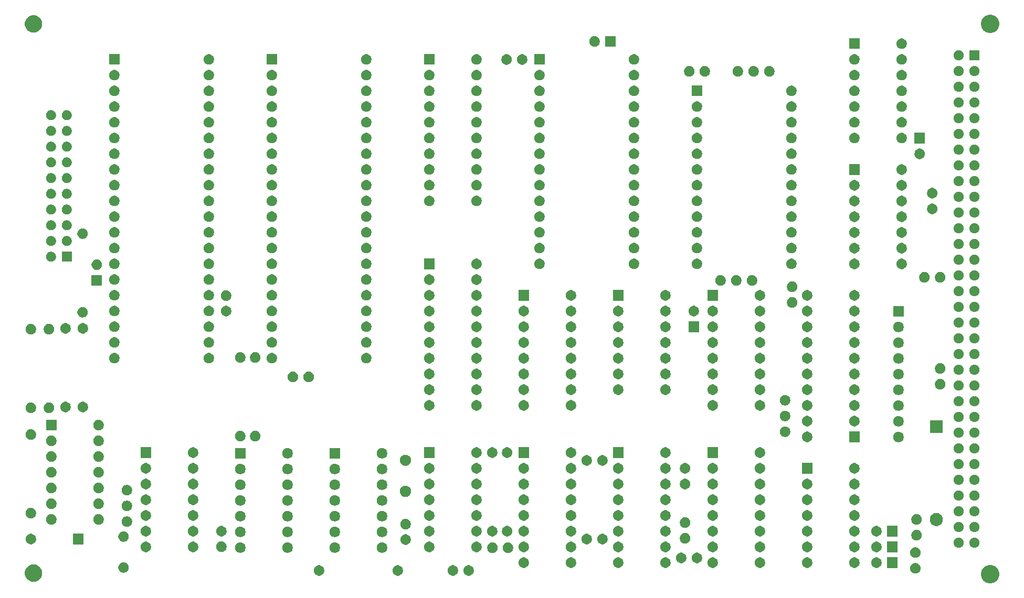
<source format=gbr>
%TF.GenerationSoftware,KiCad,Pcbnew,(5.1.6)-1*%
%TF.CreationDate,2020-09-27T17:15:56+01:00*%
%TF.ProjectId,6502A_CPU,36353032-415f-4435-9055-2e6b69636164,rev?*%
%TF.SameCoordinates,Original*%
%TF.FileFunction,Soldermask,Top*%
%TF.FilePolarity,Negative*%
%FSLAX46Y46*%
G04 Gerber Fmt 4.6, Leading zero omitted, Abs format (unit mm)*
G04 Created by KiCad (PCBNEW (5.1.6)-1) date 2020-09-27 17:15:56*
%MOMM*%
%LPD*%
G01*
G04 APERTURE LIST*
%ADD10C,0.150000*%
G04 APERTURE END LIST*
D10*
G36*
X258169732Y-157203521D02*
G01*
X258438347Y-157314785D01*
X258680095Y-157476316D01*
X258885684Y-157681905D01*
X259047215Y-157923653D01*
X259158479Y-158192268D01*
X259215200Y-158477425D01*
X259215200Y-158768175D01*
X259158479Y-159053332D01*
X259047215Y-159321947D01*
X258885684Y-159563695D01*
X258680095Y-159769284D01*
X258438347Y-159930815D01*
X258169732Y-160042079D01*
X257884575Y-160098800D01*
X257593825Y-160098800D01*
X257308668Y-160042079D01*
X257040053Y-159930815D01*
X256798305Y-159769284D01*
X256592716Y-159563695D01*
X256431185Y-159321947D01*
X256319921Y-159053332D01*
X256263200Y-158768175D01*
X256263200Y-158477425D01*
X256319921Y-158192268D01*
X256431185Y-157923653D01*
X256592716Y-157681905D01*
X256798305Y-157476316D01*
X257040053Y-157314785D01*
X257308668Y-157203521D01*
X257593825Y-157146800D01*
X257884575Y-157146800D01*
X258169732Y-157203521D01*
G37*
G36*
X103742433Y-157078893D02*
G01*
X103832657Y-157096839D01*
X103919713Y-157132899D01*
X104087621Y-157202449D01*
X104102937Y-157212683D01*
X104317086Y-157355772D01*
X104512228Y-157550914D01*
X104563999Y-157628395D01*
X104665551Y-157780379D01*
X104771161Y-158035344D01*
X104825000Y-158306012D01*
X104825000Y-158581988D01*
X104771161Y-158852656D01*
X104665551Y-159107621D01*
X104665550Y-159107622D01*
X104512228Y-159337086D01*
X104317086Y-159532228D01*
X104163763Y-159634675D01*
X104087621Y-159685551D01*
X103938267Y-159747415D01*
X103832657Y-159791161D01*
X103742433Y-159809107D01*
X103561988Y-159845000D01*
X103286012Y-159845000D01*
X103105567Y-159809107D01*
X103015343Y-159791161D01*
X102909733Y-159747415D01*
X102760379Y-159685551D01*
X102684237Y-159634675D01*
X102530914Y-159532228D01*
X102335772Y-159337086D01*
X102182450Y-159107622D01*
X102182449Y-159107621D01*
X102076839Y-158852656D01*
X102023000Y-158581988D01*
X102023000Y-158306012D01*
X102076839Y-158035344D01*
X102182449Y-157780379D01*
X102284001Y-157628395D01*
X102335772Y-157550914D01*
X102530914Y-157355772D01*
X102745063Y-157212683D01*
X102760379Y-157202449D01*
X102928287Y-157132899D01*
X103015343Y-157096839D01*
X103105567Y-157078893D01*
X103286012Y-157043000D01*
X103561988Y-157043000D01*
X103742433Y-157078893D01*
G37*
G36*
X171304848Y-157212683D02*
G01*
X171459720Y-157276833D01*
X171599101Y-157369965D01*
X171717635Y-157488499D01*
X171810767Y-157627880D01*
X171874917Y-157782752D01*
X171907620Y-157947164D01*
X171907620Y-158114796D01*
X171874917Y-158279208D01*
X171810767Y-158434080D01*
X171717635Y-158573461D01*
X171599101Y-158691995D01*
X171459720Y-158785127D01*
X171304848Y-158849277D01*
X171140436Y-158881980D01*
X170972804Y-158881980D01*
X170808392Y-158849277D01*
X170653520Y-158785127D01*
X170514139Y-158691995D01*
X170395605Y-158573461D01*
X170302473Y-158434080D01*
X170238323Y-158279208D01*
X170205620Y-158114796D01*
X170205620Y-157947164D01*
X170238323Y-157782752D01*
X170302473Y-157627880D01*
X170395605Y-157488499D01*
X170514139Y-157369965D01*
X170653520Y-157276833D01*
X170808392Y-157212683D01*
X170972804Y-157179980D01*
X171140436Y-157179980D01*
X171304848Y-157212683D01*
G37*
G36*
X173844848Y-157212683D02*
G01*
X173999720Y-157276833D01*
X174139101Y-157369965D01*
X174257635Y-157488499D01*
X174350767Y-157627880D01*
X174414917Y-157782752D01*
X174447620Y-157947164D01*
X174447620Y-158114796D01*
X174414917Y-158279208D01*
X174350767Y-158434080D01*
X174257635Y-158573461D01*
X174139101Y-158691995D01*
X173999720Y-158785127D01*
X173844848Y-158849277D01*
X173680436Y-158881980D01*
X173512804Y-158881980D01*
X173348392Y-158849277D01*
X173193520Y-158785127D01*
X173054139Y-158691995D01*
X172935605Y-158573461D01*
X172842473Y-158434080D01*
X172778323Y-158279208D01*
X172745620Y-158114796D01*
X172745620Y-157947164D01*
X172778323Y-157782752D01*
X172842473Y-157627880D01*
X172935605Y-157488499D01*
X173054139Y-157369965D01*
X173193520Y-157276833D01*
X173348392Y-157212683D01*
X173512804Y-157179980D01*
X173680436Y-157179980D01*
X173844848Y-157212683D01*
G37*
G36*
X149714848Y-157212683D02*
G01*
X149869720Y-157276833D01*
X150009101Y-157369965D01*
X150127635Y-157488499D01*
X150220767Y-157627880D01*
X150284917Y-157782752D01*
X150317620Y-157947164D01*
X150317620Y-158114796D01*
X150284917Y-158279208D01*
X150220767Y-158434080D01*
X150127635Y-158573461D01*
X150009101Y-158691995D01*
X149869720Y-158785127D01*
X149714848Y-158849277D01*
X149550436Y-158881980D01*
X149382804Y-158881980D01*
X149218392Y-158849277D01*
X149063520Y-158785127D01*
X148924139Y-158691995D01*
X148805605Y-158573461D01*
X148712473Y-158434080D01*
X148648323Y-158279208D01*
X148615620Y-158114796D01*
X148615620Y-157947164D01*
X148648323Y-157782752D01*
X148712473Y-157627880D01*
X148805605Y-157488499D01*
X148924139Y-157369965D01*
X149063520Y-157276833D01*
X149218392Y-157212683D01*
X149382804Y-157179980D01*
X149550436Y-157179980D01*
X149714848Y-157212683D01*
G37*
G36*
X162414848Y-157212683D02*
G01*
X162569720Y-157276833D01*
X162709101Y-157369965D01*
X162827635Y-157488499D01*
X162920767Y-157627880D01*
X162984917Y-157782752D01*
X163017620Y-157947164D01*
X163017620Y-158114796D01*
X162984917Y-158279208D01*
X162920767Y-158434080D01*
X162827635Y-158573461D01*
X162709101Y-158691995D01*
X162569720Y-158785127D01*
X162414848Y-158849277D01*
X162250436Y-158881980D01*
X162082804Y-158881980D01*
X161918392Y-158849277D01*
X161763520Y-158785127D01*
X161624139Y-158691995D01*
X161505605Y-158573461D01*
X161412473Y-158434080D01*
X161348323Y-158279208D01*
X161315620Y-158114796D01*
X161315620Y-157947164D01*
X161348323Y-157782752D01*
X161412473Y-157627880D01*
X161505605Y-157488499D01*
X161624139Y-157369965D01*
X161763520Y-157276833D01*
X161918392Y-157212683D01*
X162082804Y-157179980D01*
X162250436Y-157179980D01*
X162414848Y-157212683D01*
G37*
G36*
X245930048Y-156857083D02*
G01*
X246084920Y-156921233D01*
X246224301Y-157014365D01*
X246342835Y-157132899D01*
X246435967Y-157272280D01*
X246500117Y-157427152D01*
X246532820Y-157591564D01*
X246532820Y-157759196D01*
X246500117Y-157923608D01*
X246435967Y-158078480D01*
X246342835Y-158217861D01*
X246224301Y-158336395D01*
X246084920Y-158429527D01*
X245930048Y-158493677D01*
X245765636Y-158526380D01*
X245598004Y-158526380D01*
X245433592Y-158493677D01*
X245278720Y-158429527D01*
X245139339Y-158336395D01*
X245020805Y-158217861D01*
X244927673Y-158078480D01*
X244863523Y-157923608D01*
X244830820Y-157759196D01*
X244830820Y-157591564D01*
X244863523Y-157427152D01*
X244927673Y-157272280D01*
X245020805Y-157132899D01*
X245139339Y-157014365D01*
X245278720Y-156921233D01*
X245433592Y-156857083D01*
X245598004Y-156824380D01*
X245765636Y-156824380D01*
X245930048Y-156857083D01*
G37*
G36*
X118193448Y-156726283D02*
G01*
X118348320Y-156790433D01*
X118487701Y-156883565D01*
X118606235Y-157002099D01*
X118699367Y-157141480D01*
X118763517Y-157296352D01*
X118796220Y-157460764D01*
X118796220Y-157628396D01*
X118763517Y-157792808D01*
X118699367Y-157947680D01*
X118606235Y-158087061D01*
X118487701Y-158205595D01*
X118348320Y-158298727D01*
X118193448Y-158362877D01*
X118029036Y-158395580D01*
X117861404Y-158395580D01*
X117696992Y-158362877D01*
X117542120Y-158298727D01*
X117402739Y-158205595D01*
X117284205Y-158087061D01*
X117191073Y-157947680D01*
X117126923Y-157792808D01*
X117094220Y-157628396D01*
X117094220Y-157460764D01*
X117126923Y-157296352D01*
X117191073Y-157141480D01*
X117284205Y-157002099D01*
X117402739Y-156883565D01*
X117542120Y-156790433D01*
X117696992Y-156726283D01*
X117861404Y-156693580D01*
X118029036Y-156693580D01*
X118193448Y-156726283D01*
G37*
G36*
X205594848Y-155942683D02*
G01*
X205749720Y-156006833D01*
X205889101Y-156099965D01*
X206007635Y-156218499D01*
X206100767Y-156357880D01*
X206164917Y-156512752D01*
X206197620Y-156677164D01*
X206197620Y-156844796D01*
X206164917Y-157009208D01*
X206100767Y-157164080D01*
X206007635Y-157303461D01*
X205889101Y-157421995D01*
X205749720Y-157515127D01*
X205594848Y-157579277D01*
X205430436Y-157611980D01*
X205262804Y-157611980D01*
X205098392Y-157579277D01*
X204943520Y-157515127D01*
X204804139Y-157421995D01*
X204685605Y-157303461D01*
X204592473Y-157164080D01*
X204528323Y-157009208D01*
X204495620Y-156844796D01*
X204495620Y-156677164D01*
X204528323Y-156512752D01*
X204592473Y-156357880D01*
X204685605Y-156218499D01*
X204804139Y-156099965D01*
X204943520Y-156006833D01*
X205098392Y-155942683D01*
X205262804Y-155909980D01*
X205430436Y-155909980D01*
X205594848Y-155942683D01*
G37*
G36*
X239630848Y-155942683D02*
G01*
X239785720Y-156006833D01*
X239925101Y-156099965D01*
X240043635Y-156218499D01*
X240136767Y-156357880D01*
X240200917Y-156512752D01*
X240233620Y-156677164D01*
X240233620Y-156844796D01*
X240200917Y-157009208D01*
X240136767Y-157164080D01*
X240043635Y-157303461D01*
X239925101Y-157421995D01*
X239785720Y-157515127D01*
X239630848Y-157579277D01*
X239466436Y-157611980D01*
X239298804Y-157611980D01*
X239134392Y-157579277D01*
X238979520Y-157515127D01*
X238840139Y-157421995D01*
X238721605Y-157303461D01*
X238628473Y-157164080D01*
X238564323Y-157009208D01*
X238531620Y-156844796D01*
X238531620Y-156677164D01*
X238564323Y-156512752D01*
X238628473Y-156357880D01*
X238721605Y-156218499D01*
X238840139Y-156099965D01*
X238979520Y-156006833D01*
X239134392Y-155942683D01*
X239298804Y-155909980D01*
X239466436Y-155909980D01*
X239630848Y-155942683D01*
G37*
G36*
X242773620Y-157611980D02*
G01*
X241071620Y-157611980D01*
X241071620Y-155909980D01*
X242773620Y-155909980D01*
X242773620Y-157611980D01*
G37*
G36*
X236074848Y-155942683D02*
G01*
X236229720Y-156006833D01*
X236369101Y-156099965D01*
X236487635Y-156218499D01*
X236580767Y-156357880D01*
X236644917Y-156512752D01*
X236677620Y-156677164D01*
X236677620Y-156844796D01*
X236644917Y-157009208D01*
X236580767Y-157164080D01*
X236487635Y-157303461D01*
X236369101Y-157421995D01*
X236229720Y-157515127D01*
X236074848Y-157579277D01*
X235910436Y-157611980D01*
X235742804Y-157611980D01*
X235578392Y-157579277D01*
X235423520Y-157515127D01*
X235284139Y-157421995D01*
X235165605Y-157303461D01*
X235072473Y-157164080D01*
X235008323Y-157009208D01*
X234975620Y-156844796D01*
X234975620Y-156677164D01*
X235008323Y-156512752D01*
X235072473Y-156357880D01*
X235165605Y-156218499D01*
X235284139Y-156099965D01*
X235423520Y-156006833D01*
X235578392Y-155942683D01*
X235742804Y-155909980D01*
X235910436Y-155909980D01*
X236074848Y-155942683D01*
G37*
G36*
X228454848Y-155942683D02*
G01*
X228609720Y-156006833D01*
X228749101Y-156099965D01*
X228867635Y-156218499D01*
X228960767Y-156357880D01*
X229024917Y-156512752D01*
X229057620Y-156677164D01*
X229057620Y-156844796D01*
X229024917Y-157009208D01*
X228960767Y-157164080D01*
X228867635Y-157303461D01*
X228749101Y-157421995D01*
X228609720Y-157515127D01*
X228454848Y-157579277D01*
X228290436Y-157611980D01*
X228122804Y-157611980D01*
X227958392Y-157579277D01*
X227803520Y-157515127D01*
X227664139Y-157421995D01*
X227545605Y-157303461D01*
X227452473Y-157164080D01*
X227388323Y-157009208D01*
X227355620Y-156844796D01*
X227355620Y-156677164D01*
X227388323Y-156512752D01*
X227452473Y-156357880D01*
X227545605Y-156218499D01*
X227664139Y-156099965D01*
X227803520Y-156006833D01*
X227958392Y-155942683D01*
X228122804Y-155909980D01*
X228290436Y-155909980D01*
X228454848Y-155942683D01*
G37*
G36*
X213214848Y-155942683D02*
G01*
X213369720Y-156006833D01*
X213509101Y-156099965D01*
X213627635Y-156218499D01*
X213720767Y-156357880D01*
X213784917Y-156512752D01*
X213817620Y-156677164D01*
X213817620Y-156844796D01*
X213784917Y-157009208D01*
X213720767Y-157164080D01*
X213627635Y-157303461D01*
X213509101Y-157421995D01*
X213369720Y-157515127D01*
X213214848Y-157579277D01*
X213050436Y-157611980D01*
X212882804Y-157611980D01*
X212718392Y-157579277D01*
X212563520Y-157515127D01*
X212424139Y-157421995D01*
X212305605Y-157303461D01*
X212212473Y-157164080D01*
X212148323Y-157009208D01*
X212115620Y-156844796D01*
X212115620Y-156677164D01*
X212148323Y-156512752D01*
X212212473Y-156357880D01*
X212305605Y-156218499D01*
X212424139Y-156099965D01*
X212563520Y-156006833D01*
X212718392Y-155942683D01*
X212882804Y-155909980D01*
X213050436Y-155909980D01*
X213214848Y-155942683D01*
G37*
G36*
X197974848Y-155942683D02*
G01*
X198129720Y-156006833D01*
X198269101Y-156099965D01*
X198387635Y-156218499D01*
X198480767Y-156357880D01*
X198544917Y-156512752D01*
X198577620Y-156677164D01*
X198577620Y-156844796D01*
X198544917Y-157009208D01*
X198480767Y-157164080D01*
X198387635Y-157303461D01*
X198269101Y-157421995D01*
X198129720Y-157515127D01*
X197974848Y-157579277D01*
X197810436Y-157611980D01*
X197642804Y-157611980D01*
X197478392Y-157579277D01*
X197323520Y-157515127D01*
X197184139Y-157421995D01*
X197065605Y-157303461D01*
X196972473Y-157164080D01*
X196908323Y-157009208D01*
X196875620Y-156844796D01*
X196875620Y-156677164D01*
X196908323Y-156512752D01*
X196972473Y-156357880D01*
X197065605Y-156218499D01*
X197184139Y-156099965D01*
X197323520Y-156006833D01*
X197478392Y-155942683D01*
X197642804Y-155909980D01*
X197810436Y-155909980D01*
X197974848Y-155942683D01*
G37*
G36*
X190354848Y-155942683D02*
G01*
X190509720Y-156006833D01*
X190649101Y-156099965D01*
X190767635Y-156218499D01*
X190860767Y-156357880D01*
X190924917Y-156512752D01*
X190957620Y-156677164D01*
X190957620Y-156844796D01*
X190924917Y-157009208D01*
X190860767Y-157164080D01*
X190767635Y-157303461D01*
X190649101Y-157421995D01*
X190509720Y-157515127D01*
X190354848Y-157579277D01*
X190190436Y-157611980D01*
X190022804Y-157611980D01*
X189858392Y-157579277D01*
X189703520Y-157515127D01*
X189564139Y-157421995D01*
X189445605Y-157303461D01*
X189352473Y-157164080D01*
X189288323Y-157009208D01*
X189255620Y-156844796D01*
X189255620Y-156677164D01*
X189288323Y-156512752D01*
X189352473Y-156357880D01*
X189445605Y-156218499D01*
X189564139Y-156099965D01*
X189703520Y-156006833D01*
X189858392Y-155942683D01*
X190022804Y-155909980D01*
X190190436Y-155909980D01*
X190354848Y-155942683D01*
G37*
G36*
X182734848Y-155942683D02*
G01*
X182889720Y-156006833D01*
X183029101Y-156099965D01*
X183147635Y-156218499D01*
X183240767Y-156357880D01*
X183304917Y-156512752D01*
X183337620Y-156677164D01*
X183337620Y-156844796D01*
X183304917Y-157009208D01*
X183240767Y-157164080D01*
X183147635Y-157303461D01*
X183029101Y-157421995D01*
X182889720Y-157515127D01*
X182734848Y-157579277D01*
X182570436Y-157611980D01*
X182402804Y-157611980D01*
X182238392Y-157579277D01*
X182083520Y-157515127D01*
X181944139Y-157421995D01*
X181825605Y-157303461D01*
X181732473Y-157164080D01*
X181668323Y-157009208D01*
X181635620Y-156844796D01*
X181635620Y-156677164D01*
X181668323Y-156512752D01*
X181732473Y-156357880D01*
X181825605Y-156218499D01*
X181944139Y-156099965D01*
X182083520Y-156006833D01*
X182238392Y-155942683D01*
X182402804Y-155909980D01*
X182570436Y-155909980D01*
X182734848Y-155942683D01*
G37*
G36*
X220834848Y-155942683D02*
G01*
X220989720Y-156006833D01*
X221129101Y-156099965D01*
X221247635Y-156218499D01*
X221340767Y-156357880D01*
X221404917Y-156512752D01*
X221437620Y-156677164D01*
X221437620Y-156844796D01*
X221404917Y-157009208D01*
X221340767Y-157164080D01*
X221247635Y-157303461D01*
X221129101Y-157421995D01*
X220989720Y-157515127D01*
X220834848Y-157579277D01*
X220670436Y-157611980D01*
X220502804Y-157611980D01*
X220338392Y-157579277D01*
X220183520Y-157515127D01*
X220044139Y-157421995D01*
X219925605Y-157303461D01*
X219832473Y-157164080D01*
X219768323Y-157009208D01*
X219735620Y-156844796D01*
X219735620Y-156677164D01*
X219768323Y-156512752D01*
X219832473Y-156357880D01*
X219925605Y-156218499D01*
X220044139Y-156099965D01*
X220183520Y-156006833D01*
X220338392Y-155942683D01*
X220502804Y-155909980D01*
X220670436Y-155909980D01*
X220834848Y-155942683D01*
G37*
G36*
X210674848Y-155180683D02*
G01*
X210829720Y-155244833D01*
X210969101Y-155337965D01*
X211087635Y-155456499D01*
X211180767Y-155595880D01*
X211244917Y-155750752D01*
X211277620Y-155915164D01*
X211277620Y-156082796D01*
X211244917Y-156247208D01*
X211180767Y-156402080D01*
X211087635Y-156541461D01*
X210969101Y-156659995D01*
X210829720Y-156753127D01*
X210674848Y-156817277D01*
X210510436Y-156849980D01*
X210342804Y-156849980D01*
X210178392Y-156817277D01*
X210023520Y-156753127D01*
X209884139Y-156659995D01*
X209765605Y-156541461D01*
X209672473Y-156402080D01*
X209608323Y-156247208D01*
X209575620Y-156082796D01*
X209575620Y-155915164D01*
X209608323Y-155750752D01*
X209672473Y-155595880D01*
X209765605Y-155456499D01*
X209884139Y-155337965D01*
X210023520Y-155244833D01*
X210178392Y-155180683D01*
X210342804Y-155147980D01*
X210510436Y-155147980D01*
X210674848Y-155180683D01*
G37*
G36*
X208134848Y-155180683D02*
G01*
X208289720Y-155244833D01*
X208429101Y-155337965D01*
X208547635Y-155456499D01*
X208640767Y-155595880D01*
X208704917Y-155750752D01*
X208737620Y-155915164D01*
X208737620Y-156082796D01*
X208704917Y-156247208D01*
X208640767Y-156402080D01*
X208547635Y-156541461D01*
X208429101Y-156659995D01*
X208289720Y-156753127D01*
X208134848Y-156817277D01*
X207970436Y-156849980D01*
X207802804Y-156849980D01*
X207638392Y-156817277D01*
X207483520Y-156753127D01*
X207344139Y-156659995D01*
X207225605Y-156541461D01*
X207132473Y-156402080D01*
X207068323Y-156247208D01*
X207035620Y-156082796D01*
X207035620Y-155915164D01*
X207068323Y-155750752D01*
X207132473Y-155595880D01*
X207225605Y-155456499D01*
X207344139Y-155337965D01*
X207483520Y-155244833D01*
X207638392Y-155180683D01*
X207802804Y-155147980D01*
X207970436Y-155147980D01*
X208134848Y-155180683D01*
G37*
G36*
X245930048Y-154317083D02*
G01*
X246084920Y-154381233D01*
X246224301Y-154474365D01*
X246342835Y-154592899D01*
X246435967Y-154732280D01*
X246500117Y-154887152D01*
X246532820Y-155051564D01*
X246532820Y-155219196D01*
X246500117Y-155383608D01*
X246435967Y-155538480D01*
X246342835Y-155677861D01*
X246224301Y-155796395D01*
X246084920Y-155889527D01*
X245930048Y-155953677D01*
X245765636Y-155986380D01*
X245598004Y-155986380D01*
X245433592Y-155953677D01*
X245278720Y-155889527D01*
X245139339Y-155796395D01*
X245020805Y-155677861D01*
X244927673Y-155538480D01*
X244863523Y-155383608D01*
X244830820Y-155219196D01*
X244830820Y-155051564D01*
X244863523Y-154887152D01*
X244927673Y-154732280D01*
X245020805Y-154592899D01*
X245139339Y-154474365D01*
X245278720Y-154381233D01*
X245433592Y-154317083D01*
X245598004Y-154284380D01*
X245765636Y-154284380D01*
X245930048Y-154317083D01*
G37*
G36*
X177694848Y-153529683D02*
G01*
X177849720Y-153593833D01*
X177989101Y-153686965D01*
X178107635Y-153805499D01*
X178200767Y-153944880D01*
X178264917Y-154099752D01*
X178297620Y-154264164D01*
X178297620Y-154431796D01*
X178264917Y-154596208D01*
X178200767Y-154751080D01*
X178107635Y-154890461D01*
X177989101Y-155008995D01*
X177849720Y-155102127D01*
X177694848Y-155166277D01*
X177530436Y-155198980D01*
X177362804Y-155198980D01*
X177198392Y-155166277D01*
X177043520Y-155102127D01*
X176904139Y-155008995D01*
X176785605Y-154890461D01*
X176692473Y-154751080D01*
X176628323Y-154596208D01*
X176595620Y-154431796D01*
X176595620Y-154264164D01*
X176628323Y-154099752D01*
X176692473Y-153944880D01*
X176785605Y-153805499D01*
X176904139Y-153686965D01*
X177043520Y-153593833D01*
X177198392Y-153529683D01*
X177362804Y-153496980D01*
X177530436Y-153496980D01*
X177694848Y-153529683D01*
G37*
G36*
X180194848Y-153529683D02*
G01*
X180349720Y-153593833D01*
X180489101Y-153686965D01*
X180607635Y-153805499D01*
X180700767Y-153944880D01*
X180764917Y-154099752D01*
X180797620Y-154264164D01*
X180797620Y-154431796D01*
X180764917Y-154596208D01*
X180700767Y-154751080D01*
X180607635Y-154890461D01*
X180489101Y-155008995D01*
X180349720Y-155102127D01*
X180194848Y-155166277D01*
X180030436Y-155198980D01*
X179862804Y-155198980D01*
X179698392Y-155166277D01*
X179543520Y-155102127D01*
X179404139Y-155008995D01*
X179285605Y-154890461D01*
X179192473Y-154751080D01*
X179128323Y-154596208D01*
X179095620Y-154431796D01*
X179095620Y-154264164D01*
X179128323Y-154099752D01*
X179192473Y-153944880D01*
X179285605Y-153805499D01*
X179404139Y-153686965D01*
X179543520Y-153593833D01*
X179698392Y-153529683D01*
X179862804Y-153496980D01*
X180030436Y-153496980D01*
X180194848Y-153529683D01*
G37*
G36*
X137014848Y-153509563D02*
G01*
X137169720Y-153573713D01*
X137309101Y-153666845D01*
X137427635Y-153785379D01*
X137520767Y-153924760D01*
X137584917Y-154079632D01*
X137617620Y-154244044D01*
X137617620Y-154411676D01*
X137584917Y-154576088D01*
X137520767Y-154730960D01*
X137427635Y-154870341D01*
X137309101Y-154988875D01*
X137169720Y-155082007D01*
X137014848Y-155146157D01*
X136850436Y-155178860D01*
X136682804Y-155178860D01*
X136518392Y-155146157D01*
X136363520Y-155082007D01*
X136224139Y-154988875D01*
X136105605Y-154870341D01*
X136012473Y-154730960D01*
X135948323Y-154576088D01*
X135915620Y-154411676D01*
X135915620Y-154244044D01*
X135948323Y-154079632D01*
X136012473Y-153924760D01*
X136105605Y-153785379D01*
X136224139Y-153666845D01*
X136363520Y-153573713D01*
X136518392Y-153509563D01*
X136682804Y-153476860D01*
X136850436Y-153476860D01*
X137014848Y-153509563D01*
G37*
G36*
X144634848Y-153509563D02*
G01*
X144789720Y-153573713D01*
X144929101Y-153666845D01*
X145047635Y-153785379D01*
X145140767Y-153924760D01*
X145204917Y-154079632D01*
X145237620Y-154244044D01*
X145237620Y-154411676D01*
X145204917Y-154576088D01*
X145140767Y-154730960D01*
X145047635Y-154870341D01*
X144929101Y-154988875D01*
X144789720Y-155082007D01*
X144634848Y-155146157D01*
X144470436Y-155178860D01*
X144302804Y-155178860D01*
X144138392Y-155146157D01*
X143983520Y-155082007D01*
X143844139Y-154988875D01*
X143725605Y-154870341D01*
X143632473Y-154730960D01*
X143568323Y-154576088D01*
X143535620Y-154411676D01*
X143535620Y-154244044D01*
X143568323Y-154079632D01*
X143632473Y-153924760D01*
X143725605Y-153785379D01*
X143844139Y-153666845D01*
X143983520Y-153573713D01*
X144138392Y-153509563D01*
X144302804Y-153476860D01*
X144470436Y-153476860D01*
X144634848Y-153509563D01*
G37*
G36*
X159874848Y-153509563D02*
G01*
X160029720Y-153573713D01*
X160169101Y-153666845D01*
X160287635Y-153785379D01*
X160380767Y-153924760D01*
X160444917Y-154079632D01*
X160477620Y-154244044D01*
X160477620Y-154411676D01*
X160444917Y-154576088D01*
X160380767Y-154730960D01*
X160287635Y-154870341D01*
X160169101Y-154988875D01*
X160029720Y-155082007D01*
X159874848Y-155146157D01*
X159710436Y-155178860D01*
X159542804Y-155178860D01*
X159378392Y-155146157D01*
X159223520Y-155082007D01*
X159084139Y-154988875D01*
X158965605Y-154870341D01*
X158872473Y-154730960D01*
X158808323Y-154576088D01*
X158775620Y-154411676D01*
X158775620Y-154244044D01*
X158808323Y-154079632D01*
X158872473Y-153924760D01*
X158965605Y-153785379D01*
X159084139Y-153666845D01*
X159223520Y-153573713D01*
X159378392Y-153509563D01*
X159542804Y-153476860D01*
X159710436Y-153476860D01*
X159874848Y-153509563D01*
G37*
G36*
X152254848Y-153509563D02*
G01*
X152409720Y-153573713D01*
X152549101Y-153666845D01*
X152667635Y-153785379D01*
X152760767Y-153924760D01*
X152824917Y-154079632D01*
X152857620Y-154244044D01*
X152857620Y-154411676D01*
X152824917Y-154576088D01*
X152760767Y-154730960D01*
X152667635Y-154870341D01*
X152549101Y-154988875D01*
X152409720Y-155082007D01*
X152254848Y-155146157D01*
X152090436Y-155178860D01*
X151922804Y-155178860D01*
X151758392Y-155146157D01*
X151603520Y-155082007D01*
X151464139Y-154988875D01*
X151345605Y-154870341D01*
X151252473Y-154730960D01*
X151188323Y-154576088D01*
X151155620Y-154411676D01*
X151155620Y-154244044D01*
X151188323Y-154079632D01*
X151252473Y-153924760D01*
X151345605Y-153785379D01*
X151464139Y-153666845D01*
X151603520Y-153573713D01*
X151758392Y-153509563D01*
X151922804Y-153476860D01*
X152090436Y-153476860D01*
X152254848Y-153509563D01*
G37*
G36*
X239630848Y-153402683D02*
G01*
X239785720Y-153466833D01*
X239925101Y-153559965D01*
X240043635Y-153678499D01*
X240136767Y-153817880D01*
X240200917Y-153972752D01*
X240233620Y-154137164D01*
X240233620Y-154304796D01*
X240200917Y-154469208D01*
X240136767Y-154624080D01*
X240043635Y-154763461D01*
X239925101Y-154881995D01*
X239785720Y-154975127D01*
X239630848Y-155039277D01*
X239466436Y-155071980D01*
X239298804Y-155071980D01*
X239134392Y-155039277D01*
X238979520Y-154975127D01*
X238840139Y-154881995D01*
X238721605Y-154763461D01*
X238628473Y-154624080D01*
X238564323Y-154469208D01*
X238531620Y-154304796D01*
X238531620Y-154137164D01*
X238564323Y-153972752D01*
X238628473Y-153817880D01*
X238721605Y-153678499D01*
X238840139Y-153559965D01*
X238979520Y-153466833D01*
X239134392Y-153402683D01*
X239298804Y-153369980D01*
X239466436Y-153369980D01*
X239630848Y-153402683D01*
G37*
G36*
X197974848Y-153402683D02*
G01*
X198129720Y-153466833D01*
X198269101Y-153559965D01*
X198387635Y-153678499D01*
X198480767Y-153817880D01*
X198544917Y-153972752D01*
X198577620Y-154137164D01*
X198577620Y-154304796D01*
X198544917Y-154469208D01*
X198480767Y-154624080D01*
X198387635Y-154763461D01*
X198269101Y-154881995D01*
X198129720Y-154975127D01*
X197974848Y-155039277D01*
X197810436Y-155071980D01*
X197642804Y-155071980D01*
X197478392Y-155039277D01*
X197323520Y-154975127D01*
X197184139Y-154881995D01*
X197065605Y-154763461D01*
X196972473Y-154624080D01*
X196908323Y-154469208D01*
X196875620Y-154304796D01*
X196875620Y-154137164D01*
X196908323Y-153972752D01*
X196972473Y-153817880D01*
X197065605Y-153678499D01*
X197184139Y-153559965D01*
X197323520Y-153466833D01*
X197478392Y-153402683D01*
X197642804Y-153369980D01*
X197810436Y-153369980D01*
X197974848Y-153402683D01*
G37*
G36*
X236074848Y-153402683D02*
G01*
X236229720Y-153466833D01*
X236369101Y-153559965D01*
X236487635Y-153678499D01*
X236580767Y-153817880D01*
X236644917Y-153972752D01*
X236677620Y-154137164D01*
X236677620Y-154304796D01*
X236644917Y-154469208D01*
X236580767Y-154624080D01*
X236487635Y-154763461D01*
X236369101Y-154881995D01*
X236229720Y-154975127D01*
X236074848Y-155039277D01*
X235910436Y-155071980D01*
X235742804Y-155071980D01*
X235578392Y-155039277D01*
X235423520Y-154975127D01*
X235284139Y-154881995D01*
X235165605Y-154763461D01*
X235072473Y-154624080D01*
X235008323Y-154469208D01*
X234975620Y-154304796D01*
X234975620Y-154137164D01*
X235008323Y-153972752D01*
X235072473Y-153817880D01*
X235165605Y-153678499D01*
X235284139Y-153559965D01*
X235423520Y-153466833D01*
X235578392Y-153402683D01*
X235742804Y-153369980D01*
X235910436Y-153369980D01*
X236074848Y-153402683D01*
G37*
G36*
X242773620Y-155071980D02*
G01*
X241071620Y-155071980D01*
X241071620Y-153369980D01*
X242773620Y-153369980D01*
X242773620Y-155071980D01*
G37*
G36*
X220834848Y-153402683D02*
G01*
X220989720Y-153466833D01*
X221129101Y-153559965D01*
X221247635Y-153678499D01*
X221340767Y-153817880D01*
X221404917Y-153972752D01*
X221437620Y-154137164D01*
X221437620Y-154304796D01*
X221404917Y-154469208D01*
X221340767Y-154624080D01*
X221247635Y-154763461D01*
X221129101Y-154881995D01*
X220989720Y-154975127D01*
X220834848Y-155039277D01*
X220670436Y-155071980D01*
X220502804Y-155071980D01*
X220338392Y-155039277D01*
X220183520Y-154975127D01*
X220044139Y-154881995D01*
X219925605Y-154763461D01*
X219832473Y-154624080D01*
X219768323Y-154469208D01*
X219735620Y-154304796D01*
X219735620Y-154137164D01*
X219768323Y-153972752D01*
X219832473Y-153817880D01*
X219925605Y-153678499D01*
X220044139Y-153559965D01*
X220183520Y-153466833D01*
X220338392Y-153402683D01*
X220502804Y-153369980D01*
X220670436Y-153369980D01*
X220834848Y-153402683D01*
G37*
G36*
X213214848Y-153402683D02*
G01*
X213369720Y-153466833D01*
X213509101Y-153559965D01*
X213627635Y-153678499D01*
X213720767Y-153817880D01*
X213784917Y-153972752D01*
X213817620Y-154137164D01*
X213817620Y-154304796D01*
X213784917Y-154469208D01*
X213720767Y-154624080D01*
X213627635Y-154763461D01*
X213509101Y-154881995D01*
X213369720Y-154975127D01*
X213214848Y-155039277D01*
X213050436Y-155071980D01*
X212882804Y-155071980D01*
X212718392Y-155039277D01*
X212563520Y-154975127D01*
X212424139Y-154881995D01*
X212305605Y-154763461D01*
X212212473Y-154624080D01*
X212148323Y-154469208D01*
X212115620Y-154304796D01*
X212115620Y-154137164D01*
X212148323Y-153972752D01*
X212212473Y-153817880D01*
X212305605Y-153678499D01*
X212424139Y-153559965D01*
X212563520Y-153466833D01*
X212718392Y-153402683D01*
X212882804Y-153369980D01*
X213050436Y-153369980D01*
X213214848Y-153402683D01*
G37*
G36*
X121774848Y-153402683D02*
G01*
X121929720Y-153466833D01*
X122069101Y-153559965D01*
X122187635Y-153678499D01*
X122280767Y-153817880D01*
X122344917Y-153972752D01*
X122377620Y-154137164D01*
X122377620Y-154304796D01*
X122344917Y-154469208D01*
X122280767Y-154624080D01*
X122187635Y-154763461D01*
X122069101Y-154881995D01*
X121929720Y-154975127D01*
X121774848Y-155039277D01*
X121610436Y-155071980D01*
X121442804Y-155071980D01*
X121278392Y-155039277D01*
X121123520Y-154975127D01*
X120984139Y-154881995D01*
X120865605Y-154763461D01*
X120772473Y-154624080D01*
X120708323Y-154469208D01*
X120675620Y-154304796D01*
X120675620Y-154137164D01*
X120708323Y-153972752D01*
X120772473Y-153817880D01*
X120865605Y-153678499D01*
X120984139Y-153559965D01*
X121123520Y-153466833D01*
X121278392Y-153402683D01*
X121442804Y-153369980D01*
X121610436Y-153369980D01*
X121774848Y-153402683D01*
G37*
G36*
X129394848Y-153402683D02*
G01*
X129549720Y-153466833D01*
X129689101Y-153559965D01*
X129807635Y-153678499D01*
X129900767Y-153817880D01*
X129964917Y-153972752D01*
X129997620Y-154137164D01*
X129997620Y-154304796D01*
X129964917Y-154469208D01*
X129900767Y-154624080D01*
X129807635Y-154763461D01*
X129689101Y-154881995D01*
X129549720Y-154975127D01*
X129394848Y-155039277D01*
X129230436Y-155071980D01*
X129062804Y-155071980D01*
X128898392Y-155039277D01*
X128743520Y-154975127D01*
X128604139Y-154881995D01*
X128485605Y-154763461D01*
X128392473Y-154624080D01*
X128328323Y-154469208D01*
X128295620Y-154304796D01*
X128295620Y-154137164D01*
X128328323Y-153972752D01*
X128392473Y-153817880D01*
X128485605Y-153678499D01*
X128604139Y-153559965D01*
X128743520Y-153466833D01*
X128898392Y-153402683D01*
X129062804Y-153369980D01*
X129230436Y-153369980D01*
X129394848Y-153402683D01*
G37*
G36*
X167494848Y-153402683D02*
G01*
X167649720Y-153466833D01*
X167789101Y-153559965D01*
X167907635Y-153678499D01*
X168000767Y-153817880D01*
X168064917Y-153972752D01*
X168097620Y-154137164D01*
X168097620Y-154304796D01*
X168064917Y-154469208D01*
X168000767Y-154624080D01*
X167907635Y-154763461D01*
X167789101Y-154881995D01*
X167649720Y-154975127D01*
X167494848Y-155039277D01*
X167330436Y-155071980D01*
X167162804Y-155071980D01*
X166998392Y-155039277D01*
X166843520Y-154975127D01*
X166704139Y-154881995D01*
X166585605Y-154763461D01*
X166492473Y-154624080D01*
X166428323Y-154469208D01*
X166395620Y-154304796D01*
X166395620Y-154137164D01*
X166428323Y-153972752D01*
X166492473Y-153817880D01*
X166585605Y-153678499D01*
X166704139Y-153559965D01*
X166843520Y-153466833D01*
X166998392Y-153402683D01*
X167162804Y-153369980D01*
X167330436Y-153369980D01*
X167494848Y-153402683D01*
G37*
G36*
X228454848Y-153402683D02*
G01*
X228609720Y-153466833D01*
X228749101Y-153559965D01*
X228867635Y-153678499D01*
X228960767Y-153817880D01*
X229024917Y-153972752D01*
X229057620Y-154137164D01*
X229057620Y-154304796D01*
X229024917Y-154469208D01*
X228960767Y-154624080D01*
X228867635Y-154763461D01*
X228749101Y-154881995D01*
X228609720Y-154975127D01*
X228454848Y-155039277D01*
X228290436Y-155071980D01*
X228122804Y-155071980D01*
X227958392Y-155039277D01*
X227803520Y-154975127D01*
X227664139Y-154881995D01*
X227545605Y-154763461D01*
X227452473Y-154624080D01*
X227388323Y-154469208D01*
X227355620Y-154304796D01*
X227355620Y-154137164D01*
X227388323Y-153972752D01*
X227452473Y-153817880D01*
X227545605Y-153678499D01*
X227664139Y-153559965D01*
X227803520Y-153466833D01*
X227958392Y-153402683D01*
X228122804Y-153369980D01*
X228290436Y-153369980D01*
X228454848Y-153402683D01*
G37*
G36*
X175114848Y-153402683D02*
G01*
X175269720Y-153466833D01*
X175409101Y-153559965D01*
X175527635Y-153678499D01*
X175620767Y-153817880D01*
X175684917Y-153972752D01*
X175717620Y-154137164D01*
X175717620Y-154304796D01*
X175684917Y-154469208D01*
X175620767Y-154624080D01*
X175527635Y-154763461D01*
X175409101Y-154881995D01*
X175269720Y-154975127D01*
X175114848Y-155039277D01*
X174950436Y-155071980D01*
X174782804Y-155071980D01*
X174618392Y-155039277D01*
X174463520Y-154975127D01*
X174324139Y-154881995D01*
X174205605Y-154763461D01*
X174112473Y-154624080D01*
X174048323Y-154469208D01*
X174015620Y-154304796D01*
X174015620Y-154137164D01*
X174048323Y-153972752D01*
X174112473Y-153817880D01*
X174205605Y-153678499D01*
X174324139Y-153559965D01*
X174463520Y-153466833D01*
X174618392Y-153402683D01*
X174782804Y-153369980D01*
X174950436Y-153369980D01*
X175114848Y-153402683D01*
G37*
G36*
X182734848Y-153402683D02*
G01*
X182889720Y-153466833D01*
X183029101Y-153559965D01*
X183147635Y-153678499D01*
X183240767Y-153817880D01*
X183304917Y-153972752D01*
X183337620Y-154137164D01*
X183337620Y-154304796D01*
X183304917Y-154469208D01*
X183240767Y-154624080D01*
X183147635Y-154763461D01*
X183029101Y-154881995D01*
X182889720Y-154975127D01*
X182734848Y-155039277D01*
X182570436Y-155071980D01*
X182402804Y-155071980D01*
X182238392Y-155039277D01*
X182083520Y-154975127D01*
X181944139Y-154881995D01*
X181825605Y-154763461D01*
X181732473Y-154624080D01*
X181668323Y-154469208D01*
X181635620Y-154304796D01*
X181635620Y-154137164D01*
X181668323Y-153972752D01*
X181732473Y-153817880D01*
X181825605Y-153678499D01*
X181944139Y-153559965D01*
X182083520Y-153466833D01*
X182238392Y-153402683D01*
X182402804Y-153369980D01*
X182570436Y-153369980D01*
X182734848Y-153402683D01*
G37*
G36*
X190354848Y-153402683D02*
G01*
X190509720Y-153466833D01*
X190649101Y-153559965D01*
X190767635Y-153678499D01*
X190860767Y-153817880D01*
X190924917Y-153972752D01*
X190957620Y-154137164D01*
X190957620Y-154304796D01*
X190924917Y-154469208D01*
X190860767Y-154624080D01*
X190767635Y-154763461D01*
X190649101Y-154881995D01*
X190509720Y-154975127D01*
X190354848Y-155039277D01*
X190190436Y-155071980D01*
X190022804Y-155071980D01*
X189858392Y-155039277D01*
X189703520Y-154975127D01*
X189564139Y-154881995D01*
X189445605Y-154763461D01*
X189352473Y-154624080D01*
X189288323Y-154469208D01*
X189255620Y-154304796D01*
X189255620Y-154137164D01*
X189288323Y-153972752D01*
X189352473Y-153817880D01*
X189445605Y-153678499D01*
X189564139Y-153559965D01*
X189703520Y-153466833D01*
X189858392Y-153402683D01*
X190022804Y-153369980D01*
X190190436Y-153369980D01*
X190354848Y-153402683D01*
G37*
G36*
X205594848Y-153402683D02*
G01*
X205749720Y-153466833D01*
X205889101Y-153559965D01*
X206007635Y-153678499D01*
X206100767Y-153817880D01*
X206164917Y-153972752D01*
X206197620Y-154137164D01*
X206197620Y-154304796D01*
X206164917Y-154469208D01*
X206100767Y-154624080D01*
X206007635Y-154763461D01*
X205889101Y-154881995D01*
X205749720Y-154975127D01*
X205594848Y-155039277D01*
X205430436Y-155071980D01*
X205262804Y-155071980D01*
X205098392Y-155039277D01*
X204943520Y-154975127D01*
X204804139Y-154881995D01*
X204685605Y-154763461D01*
X204592473Y-154624080D01*
X204528323Y-154469208D01*
X204495620Y-154304796D01*
X204495620Y-154137164D01*
X204528323Y-153972752D01*
X204592473Y-153817880D01*
X204685605Y-153678499D01*
X204804139Y-153559965D01*
X204943520Y-153466833D01*
X205098392Y-153402683D01*
X205262804Y-153369980D01*
X205430436Y-153369980D01*
X205594848Y-153402683D01*
G37*
G36*
X133966848Y-153362683D02*
G01*
X134121720Y-153426833D01*
X134261101Y-153519965D01*
X134379635Y-153638499D01*
X134472767Y-153777880D01*
X134536917Y-153932752D01*
X134569620Y-154097164D01*
X134569620Y-154264796D01*
X134536917Y-154429208D01*
X134472767Y-154584080D01*
X134379635Y-154723461D01*
X134261101Y-154841995D01*
X134121720Y-154935127D01*
X133966848Y-154999277D01*
X133802436Y-155031980D01*
X133634804Y-155031980D01*
X133470392Y-154999277D01*
X133315520Y-154935127D01*
X133176139Y-154841995D01*
X133057605Y-154723461D01*
X132964473Y-154584080D01*
X132900323Y-154429208D01*
X132867620Y-154264796D01*
X132867620Y-154097164D01*
X132900323Y-153932752D01*
X132964473Y-153777880D01*
X133057605Y-153638499D01*
X133176139Y-153519965D01*
X133315520Y-153426833D01*
X133470392Y-153362683D01*
X133634804Y-153329980D01*
X133802436Y-153329980D01*
X133966848Y-153362683D01*
G37*
G36*
X255440135Y-152748542D02*
G01*
X255590458Y-152810808D01*
X255725745Y-152901204D01*
X255840796Y-153016255D01*
X255931192Y-153151542D01*
X255993458Y-153301865D01*
X256025200Y-153461446D01*
X256025200Y-153624154D01*
X255993458Y-153783735D01*
X255931192Y-153934058D01*
X255840796Y-154069345D01*
X255725745Y-154184396D01*
X255590458Y-154274792D01*
X255440135Y-154337058D01*
X255280554Y-154368800D01*
X255117846Y-154368800D01*
X254958265Y-154337058D01*
X254807942Y-154274792D01*
X254672655Y-154184396D01*
X254557604Y-154069345D01*
X254467208Y-153934058D01*
X254404942Y-153783735D01*
X254373200Y-153624154D01*
X254373200Y-153461446D01*
X254404942Y-153301865D01*
X254467208Y-153151542D01*
X254557604Y-153016255D01*
X254672655Y-152901204D01*
X254807942Y-152810808D01*
X254958265Y-152748542D01*
X255117846Y-152716800D01*
X255280554Y-152716800D01*
X255440135Y-152748542D01*
G37*
G36*
X252900135Y-152748542D02*
G01*
X253050458Y-152810808D01*
X253185745Y-152901204D01*
X253300796Y-153016255D01*
X253391192Y-153151542D01*
X253453458Y-153301865D01*
X253485200Y-153461446D01*
X253485200Y-153624154D01*
X253453458Y-153783735D01*
X253391192Y-153934058D01*
X253300796Y-154069345D01*
X253185745Y-154184396D01*
X253050458Y-154274792D01*
X252900135Y-154337058D01*
X252740554Y-154368800D01*
X252577846Y-154368800D01*
X252418265Y-154337058D01*
X252267942Y-154274792D01*
X252132655Y-154184396D01*
X252017604Y-154069345D01*
X251927208Y-153934058D01*
X251864942Y-153783735D01*
X251833200Y-153624154D01*
X251833200Y-153461446D01*
X251864942Y-153301865D01*
X251927208Y-153151542D01*
X252017604Y-153016255D01*
X252132655Y-152901204D01*
X252267942Y-152810808D01*
X252418265Y-152748542D01*
X252577846Y-152716800D01*
X252740554Y-152716800D01*
X252900135Y-152748542D01*
G37*
G36*
X163684848Y-152219683D02*
G01*
X163839720Y-152283833D01*
X163979101Y-152376965D01*
X164097635Y-152495499D01*
X164190767Y-152634880D01*
X164254917Y-152789752D01*
X164287620Y-152954164D01*
X164287620Y-153121796D01*
X164254917Y-153286208D01*
X164190767Y-153441080D01*
X164097635Y-153580461D01*
X163979101Y-153698995D01*
X163839720Y-153792127D01*
X163684848Y-153856277D01*
X163520436Y-153888980D01*
X163352804Y-153888980D01*
X163188392Y-153856277D01*
X163033520Y-153792127D01*
X162894139Y-153698995D01*
X162775605Y-153580461D01*
X162682473Y-153441080D01*
X162618323Y-153286208D01*
X162585620Y-153121796D01*
X162585620Y-152954164D01*
X162618323Y-152789752D01*
X162682473Y-152634880D01*
X162775605Y-152495499D01*
X162894139Y-152376965D01*
X163033520Y-152283833D01*
X163188392Y-152219683D01*
X163352804Y-152186980D01*
X163520436Y-152186980D01*
X163684848Y-152219683D01*
G37*
G36*
X111455620Y-153801980D02*
G01*
X109753620Y-153801980D01*
X109753620Y-152099980D01*
X111455620Y-152099980D01*
X111455620Y-153801980D01*
G37*
G36*
X103232848Y-152132683D02*
G01*
X103387720Y-152196833D01*
X103527101Y-152289965D01*
X103645635Y-152408499D01*
X103738767Y-152547880D01*
X103802917Y-152702752D01*
X103835620Y-152867164D01*
X103835620Y-153034796D01*
X103802917Y-153199208D01*
X103738767Y-153354080D01*
X103645635Y-153493461D01*
X103527101Y-153611995D01*
X103387720Y-153705127D01*
X103232848Y-153769277D01*
X103068436Y-153801980D01*
X102900804Y-153801980D01*
X102736392Y-153769277D01*
X102581520Y-153705127D01*
X102442139Y-153611995D01*
X102323605Y-153493461D01*
X102230473Y-153354080D01*
X102166323Y-153199208D01*
X102133620Y-153034796D01*
X102133620Y-152867164D01*
X102166323Y-152702752D01*
X102230473Y-152547880D01*
X102323605Y-152408499D01*
X102442139Y-152289965D01*
X102581520Y-152196833D01*
X102736392Y-152132683D01*
X102900804Y-152099980D01*
X103068436Y-152099980D01*
X103232848Y-152132683D01*
G37*
G36*
X195434848Y-152132683D02*
G01*
X195589720Y-152196833D01*
X195729101Y-152289965D01*
X195847635Y-152408499D01*
X195940767Y-152547880D01*
X196004917Y-152702752D01*
X196037620Y-152867164D01*
X196037620Y-153034796D01*
X196004917Y-153199208D01*
X195940767Y-153354080D01*
X195847635Y-153493461D01*
X195729101Y-153611995D01*
X195589720Y-153705127D01*
X195434848Y-153769277D01*
X195270436Y-153801980D01*
X195102804Y-153801980D01*
X194938392Y-153769277D01*
X194783520Y-153705127D01*
X194644139Y-153611995D01*
X194525605Y-153493461D01*
X194432473Y-153354080D01*
X194368323Y-153199208D01*
X194335620Y-153034796D01*
X194335620Y-152867164D01*
X194368323Y-152702752D01*
X194432473Y-152547880D01*
X194525605Y-152408499D01*
X194644139Y-152289965D01*
X194783520Y-152196833D01*
X194938392Y-152132683D01*
X195102804Y-152099980D01*
X195270436Y-152099980D01*
X195434848Y-152132683D01*
G37*
G36*
X192894848Y-152132683D02*
G01*
X193049720Y-152196833D01*
X193189101Y-152289965D01*
X193307635Y-152408499D01*
X193400767Y-152547880D01*
X193464917Y-152702752D01*
X193497620Y-152867164D01*
X193497620Y-153034796D01*
X193464917Y-153199208D01*
X193400767Y-153354080D01*
X193307635Y-153493461D01*
X193189101Y-153611995D01*
X193049720Y-153705127D01*
X192894848Y-153769277D01*
X192730436Y-153801980D01*
X192562804Y-153801980D01*
X192398392Y-153769277D01*
X192243520Y-153705127D01*
X192104139Y-153611995D01*
X191985605Y-153493461D01*
X191892473Y-153354080D01*
X191828323Y-153199208D01*
X191795620Y-153034796D01*
X191795620Y-152867164D01*
X191828323Y-152702752D01*
X191892473Y-152547880D01*
X191985605Y-152408499D01*
X192104139Y-152289965D01*
X192243520Y-152196833D01*
X192398392Y-152132683D01*
X192562804Y-152099980D01*
X192730436Y-152099980D01*
X192894848Y-152132683D01*
G37*
G36*
X208769848Y-152005683D02*
G01*
X208924720Y-152069833D01*
X209064101Y-152162965D01*
X209182635Y-152281499D01*
X209275767Y-152420880D01*
X209339917Y-152575752D01*
X209372620Y-152740164D01*
X209372620Y-152907796D01*
X209339917Y-153072208D01*
X209275767Y-153227080D01*
X209182635Y-153366461D01*
X209064101Y-153484995D01*
X208924720Y-153578127D01*
X208769848Y-153642277D01*
X208605436Y-153674980D01*
X208437804Y-153674980D01*
X208273392Y-153642277D01*
X208118520Y-153578127D01*
X207979139Y-153484995D01*
X207860605Y-153366461D01*
X207767473Y-153227080D01*
X207703323Y-153072208D01*
X207670620Y-152907796D01*
X207670620Y-152740164D01*
X207703323Y-152575752D01*
X207767473Y-152420880D01*
X207860605Y-152281499D01*
X207979139Y-152162965D01*
X208118520Y-152069833D01*
X208273392Y-152005683D01*
X208437804Y-151972980D01*
X208605436Y-151972980D01*
X208769848Y-152005683D01*
G37*
G36*
X118193448Y-151726283D02*
G01*
X118348320Y-151790433D01*
X118487701Y-151883565D01*
X118606235Y-152002099D01*
X118699367Y-152141480D01*
X118763517Y-152296352D01*
X118796220Y-152460764D01*
X118796220Y-152628396D01*
X118763517Y-152792808D01*
X118699367Y-152947680D01*
X118606235Y-153087061D01*
X118487701Y-153205595D01*
X118348320Y-153298727D01*
X118193448Y-153362877D01*
X118029036Y-153395580D01*
X117861404Y-153395580D01*
X117696992Y-153362877D01*
X117542120Y-153298727D01*
X117402739Y-153205595D01*
X117284205Y-153087061D01*
X117191073Y-152947680D01*
X117126923Y-152792808D01*
X117094220Y-152628396D01*
X117094220Y-152460764D01*
X117126923Y-152296352D01*
X117191073Y-152141480D01*
X117284205Y-152002099D01*
X117402739Y-151883565D01*
X117542120Y-151790433D01*
X117696992Y-151726283D01*
X117861404Y-151693580D01*
X118029036Y-151693580D01*
X118193448Y-151726283D01*
G37*
G36*
X246107848Y-151497683D02*
G01*
X246262720Y-151561833D01*
X246402101Y-151654965D01*
X246520635Y-151773499D01*
X246613767Y-151912880D01*
X246677917Y-152067752D01*
X246710620Y-152232164D01*
X246710620Y-152399796D01*
X246677917Y-152564208D01*
X246613767Y-152719080D01*
X246520635Y-152858461D01*
X246402101Y-152976995D01*
X246262720Y-153070127D01*
X246107848Y-153134277D01*
X245943436Y-153166980D01*
X245775804Y-153166980D01*
X245611392Y-153134277D01*
X245456520Y-153070127D01*
X245317139Y-152976995D01*
X245198605Y-152858461D01*
X245105473Y-152719080D01*
X245041323Y-152564208D01*
X245008620Y-152399796D01*
X245008620Y-152232164D01*
X245041323Y-152067752D01*
X245105473Y-151912880D01*
X245198605Y-151773499D01*
X245317139Y-151654965D01*
X245456520Y-151561833D01*
X245611392Y-151497683D01*
X245775804Y-151464980D01*
X245943436Y-151464980D01*
X246107848Y-151497683D01*
G37*
G36*
X137014848Y-150969563D02*
G01*
X137169720Y-151033713D01*
X137309101Y-151126845D01*
X137427635Y-151245379D01*
X137520767Y-151384760D01*
X137584917Y-151539632D01*
X137617620Y-151704044D01*
X137617620Y-151871676D01*
X137584917Y-152036088D01*
X137520767Y-152190960D01*
X137427635Y-152330341D01*
X137309101Y-152448875D01*
X137169720Y-152542007D01*
X137014848Y-152606157D01*
X136850436Y-152638860D01*
X136682804Y-152638860D01*
X136518392Y-152606157D01*
X136363520Y-152542007D01*
X136224139Y-152448875D01*
X136105605Y-152330341D01*
X136012473Y-152190960D01*
X135948323Y-152036088D01*
X135915620Y-151871676D01*
X135915620Y-151704044D01*
X135948323Y-151539632D01*
X136012473Y-151384760D01*
X136105605Y-151245379D01*
X136224139Y-151126845D01*
X136363520Y-151033713D01*
X136518392Y-150969563D01*
X136682804Y-150936860D01*
X136850436Y-150936860D01*
X137014848Y-150969563D01*
G37*
G36*
X144634848Y-150969563D02*
G01*
X144789720Y-151033713D01*
X144929101Y-151126845D01*
X145047635Y-151245379D01*
X145140767Y-151384760D01*
X145204917Y-151539632D01*
X145237620Y-151704044D01*
X145237620Y-151871676D01*
X145204917Y-152036088D01*
X145140767Y-152190960D01*
X145047635Y-152330341D01*
X144929101Y-152448875D01*
X144789720Y-152542007D01*
X144634848Y-152606157D01*
X144470436Y-152638860D01*
X144302804Y-152638860D01*
X144138392Y-152606157D01*
X143983520Y-152542007D01*
X143844139Y-152448875D01*
X143725605Y-152330341D01*
X143632473Y-152190960D01*
X143568323Y-152036088D01*
X143535620Y-151871676D01*
X143535620Y-151704044D01*
X143568323Y-151539632D01*
X143632473Y-151384760D01*
X143725605Y-151245379D01*
X143844139Y-151126845D01*
X143983520Y-151033713D01*
X144138392Y-150969563D01*
X144302804Y-150936860D01*
X144470436Y-150936860D01*
X144634848Y-150969563D01*
G37*
G36*
X152254848Y-150969563D02*
G01*
X152409720Y-151033713D01*
X152549101Y-151126845D01*
X152667635Y-151245379D01*
X152760767Y-151384760D01*
X152824917Y-151539632D01*
X152857620Y-151704044D01*
X152857620Y-151871676D01*
X152824917Y-152036088D01*
X152760767Y-152190960D01*
X152667635Y-152330341D01*
X152549101Y-152448875D01*
X152409720Y-152542007D01*
X152254848Y-152606157D01*
X152090436Y-152638860D01*
X151922804Y-152638860D01*
X151758392Y-152606157D01*
X151603520Y-152542007D01*
X151464139Y-152448875D01*
X151345605Y-152330341D01*
X151252473Y-152190960D01*
X151188323Y-152036088D01*
X151155620Y-151871676D01*
X151155620Y-151704044D01*
X151188323Y-151539632D01*
X151252473Y-151384760D01*
X151345605Y-151245379D01*
X151464139Y-151126845D01*
X151603520Y-151033713D01*
X151758392Y-150969563D01*
X151922804Y-150936860D01*
X152090436Y-150936860D01*
X152254848Y-150969563D01*
G37*
G36*
X159874848Y-150969563D02*
G01*
X160029720Y-151033713D01*
X160169101Y-151126845D01*
X160287635Y-151245379D01*
X160380767Y-151384760D01*
X160444917Y-151539632D01*
X160477620Y-151704044D01*
X160477620Y-151871676D01*
X160444917Y-152036088D01*
X160380767Y-152190960D01*
X160287635Y-152330341D01*
X160169101Y-152448875D01*
X160029720Y-152542007D01*
X159874848Y-152606157D01*
X159710436Y-152638860D01*
X159542804Y-152638860D01*
X159378392Y-152606157D01*
X159223520Y-152542007D01*
X159084139Y-152448875D01*
X158965605Y-152330341D01*
X158872473Y-152190960D01*
X158808323Y-152036088D01*
X158775620Y-151871676D01*
X158775620Y-151704044D01*
X158808323Y-151539632D01*
X158872473Y-151384760D01*
X158965605Y-151245379D01*
X159084139Y-151126845D01*
X159223520Y-151033713D01*
X159378392Y-150969563D01*
X159542804Y-150936860D01*
X159710436Y-150936860D01*
X159874848Y-150969563D01*
G37*
G36*
X177654848Y-150862683D02*
G01*
X177809720Y-150926833D01*
X177949101Y-151019965D01*
X178067635Y-151138499D01*
X178160767Y-151277880D01*
X178224917Y-151432752D01*
X178257620Y-151597164D01*
X178257620Y-151764796D01*
X178224917Y-151929208D01*
X178160767Y-152084080D01*
X178067635Y-152223461D01*
X177949101Y-152341995D01*
X177809720Y-152435127D01*
X177654848Y-152499277D01*
X177490436Y-152531980D01*
X177322804Y-152531980D01*
X177158392Y-152499277D01*
X177003520Y-152435127D01*
X176864139Y-152341995D01*
X176745605Y-152223461D01*
X176652473Y-152084080D01*
X176588323Y-151929208D01*
X176555620Y-151764796D01*
X176555620Y-151597164D01*
X176588323Y-151432752D01*
X176652473Y-151277880D01*
X176745605Y-151138499D01*
X176864139Y-151019965D01*
X177003520Y-150926833D01*
X177158392Y-150862683D01*
X177322804Y-150829980D01*
X177490436Y-150829980D01*
X177654848Y-150862683D01*
G37*
G36*
X213214848Y-150862683D02*
G01*
X213369720Y-150926833D01*
X213509101Y-151019965D01*
X213627635Y-151138499D01*
X213720767Y-151277880D01*
X213784917Y-151432752D01*
X213817620Y-151597164D01*
X213817620Y-151764796D01*
X213784917Y-151929208D01*
X213720767Y-152084080D01*
X213627635Y-152223461D01*
X213509101Y-152341995D01*
X213369720Y-152435127D01*
X213214848Y-152499277D01*
X213050436Y-152531980D01*
X212882804Y-152531980D01*
X212718392Y-152499277D01*
X212563520Y-152435127D01*
X212424139Y-152341995D01*
X212305605Y-152223461D01*
X212212473Y-152084080D01*
X212148323Y-151929208D01*
X212115620Y-151764796D01*
X212115620Y-151597164D01*
X212148323Y-151432752D01*
X212212473Y-151277880D01*
X212305605Y-151138499D01*
X212424139Y-151019965D01*
X212563520Y-150926833D01*
X212718392Y-150862683D01*
X212882804Y-150829980D01*
X213050436Y-150829980D01*
X213214848Y-150862683D01*
G37*
G36*
X220834848Y-150862683D02*
G01*
X220989720Y-150926833D01*
X221129101Y-151019965D01*
X221247635Y-151138499D01*
X221340767Y-151277880D01*
X221404917Y-151432752D01*
X221437620Y-151597164D01*
X221437620Y-151764796D01*
X221404917Y-151929208D01*
X221340767Y-152084080D01*
X221247635Y-152223461D01*
X221129101Y-152341995D01*
X220989720Y-152435127D01*
X220834848Y-152499277D01*
X220670436Y-152531980D01*
X220502804Y-152531980D01*
X220338392Y-152499277D01*
X220183520Y-152435127D01*
X220044139Y-152341995D01*
X219925605Y-152223461D01*
X219832473Y-152084080D01*
X219768323Y-151929208D01*
X219735620Y-151764796D01*
X219735620Y-151597164D01*
X219768323Y-151432752D01*
X219832473Y-151277880D01*
X219925605Y-151138499D01*
X220044139Y-151019965D01*
X220183520Y-150926833D01*
X220338392Y-150862683D01*
X220502804Y-150829980D01*
X220670436Y-150829980D01*
X220834848Y-150862683D01*
G37*
G36*
X228454848Y-150862683D02*
G01*
X228609720Y-150926833D01*
X228749101Y-151019965D01*
X228867635Y-151138499D01*
X228960767Y-151277880D01*
X229024917Y-151432752D01*
X229057620Y-151597164D01*
X229057620Y-151764796D01*
X229024917Y-151929208D01*
X228960767Y-152084080D01*
X228867635Y-152223461D01*
X228749101Y-152341995D01*
X228609720Y-152435127D01*
X228454848Y-152499277D01*
X228290436Y-152531980D01*
X228122804Y-152531980D01*
X227958392Y-152499277D01*
X227803520Y-152435127D01*
X227664139Y-152341995D01*
X227545605Y-152223461D01*
X227452473Y-152084080D01*
X227388323Y-151929208D01*
X227355620Y-151764796D01*
X227355620Y-151597164D01*
X227388323Y-151432752D01*
X227452473Y-151277880D01*
X227545605Y-151138499D01*
X227664139Y-151019965D01*
X227803520Y-150926833D01*
X227958392Y-150862683D01*
X228122804Y-150829980D01*
X228290436Y-150829980D01*
X228454848Y-150862683D01*
G37*
G36*
X239630848Y-150862683D02*
G01*
X239785720Y-150926833D01*
X239925101Y-151019965D01*
X240043635Y-151138499D01*
X240136767Y-151277880D01*
X240200917Y-151432752D01*
X240233620Y-151597164D01*
X240233620Y-151764796D01*
X240200917Y-151929208D01*
X240136767Y-152084080D01*
X240043635Y-152223461D01*
X239925101Y-152341995D01*
X239785720Y-152435127D01*
X239630848Y-152499277D01*
X239466436Y-152531980D01*
X239298804Y-152531980D01*
X239134392Y-152499277D01*
X238979520Y-152435127D01*
X238840139Y-152341995D01*
X238721605Y-152223461D01*
X238628473Y-152084080D01*
X238564323Y-151929208D01*
X238531620Y-151764796D01*
X238531620Y-151597164D01*
X238564323Y-151432752D01*
X238628473Y-151277880D01*
X238721605Y-151138499D01*
X238840139Y-151019965D01*
X238979520Y-150926833D01*
X239134392Y-150862683D01*
X239298804Y-150829980D01*
X239466436Y-150829980D01*
X239630848Y-150862683D01*
G37*
G36*
X236074848Y-150862683D02*
G01*
X236229720Y-150926833D01*
X236369101Y-151019965D01*
X236487635Y-151138499D01*
X236580767Y-151277880D01*
X236644917Y-151432752D01*
X236677620Y-151597164D01*
X236677620Y-151764796D01*
X236644917Y-151929208D01*
X236580767Y-152084080D01*
X236487635Y-152223461D01*
X236369101Y-152341995D01*
X236229720Y-152435127D01*
X236074848Y-152499277D01*
X235910436Y-152531980D01*
X235742804Y-152531980D01*
X235578392Y-152499277D01*
X235423520Y-152435127D01*
X235284139Y-152341995D01*
X235165605Y-152223461D01*
X235072473Y-152084080D01*
X235008323Y-151929208D01*
X234975620Y-151764796D01*
X234975620Y-151597164D01*
X235008323Y-151432752D01*
X235072473Y-151277880D01*
X235165605Y-151138499D01*
X235284139Y-151019965D01*
X235423520Y-150926833D01*
X235578392Y-150862683D01*
X235742804Y-150829980D01*
X235910436Y-150829980D01*
X236074848Y-150862683D01*
G37*
G36*
X242773620Y-152531980D02*
G01*
X241071620Y-152531980D01*
X241071620Y-150829980D01*
X242773620Y-150829980D01*
X242773620Y-152531980D01*
G37*
G36*
X121774848Y-150862683D02*
G01*
X121929720Y-150926833D01*
X122069101Y-151019965D01*
X122187635Y-151138499D01*
X122280767Y-151277880D01*
X122344917Y-151432752D01*
X122377620Y-151597164D01*
X122377620Y-151764796D01*
X122344917Y-151929208D01*
X122280767Y-152084080D01*
X122187635Y-152223461D01*
X122069101Y-152341995D01*
X121929720Y-152435127D01*
X121774848Y-152499277D01*
X121610436Y-152531980D01*
X121442804Y-152531980D01*
X121278392Y-152499277D01*
X121123520Y-152435127D01*
X120984139Y-152341995D01*
X120865605Y-152223461D01*
X120772473Y-152084080D01*
X120708323Y-151929208D01*
X120675620Y-151764796D01*
X120675620Y-151597164D01*
X120708323Y-151432752D01*
X120772473Y-151277880D01*
X120865605Y-151138499D01*
X120984139Y-151019965D01*
X121123520Y-150926833D01*
X121278392Y-150862683D01*
X121442804Y-150829980D01*
X121610436Y-150829980D01*
X121774848Y-150862683D01*
G37*
G36*
X129394848Y-150862683D02*
G01*
X129549720Y-150926833D01*
X129689101Y-151019965D01*
X129807635Y-151138499D01*
X129900767Y-151277880D01*
X129964917Y-151432752D01*
X129997620Y-151597164D01*
X129997620Y-151764796D01*
X129964917Y-151929208D01*
X129900767Y-152084080D01*
X129807635Y-152223461D01*
X129689101Y-152341995D01*
X129549720Y-152435127D01*
X129394848Y-152499277D01*
X129230436Y-152531980D01*
X129062804Y-152531980D01*
X128898392Y-152499277D01*
X128743520Y-152435127D01*
X128604139Y-152341995D01*
X128485605Y-152223461D01*
X128392473Y-152084080D01*
X128328323Y-151929208D01*
X128295620Y-151764796D01*
X128295620Y-151597164D01*
X128328323Y-151432752D01*
X128392473Y-151277880D01*
X128485605Y-151138499D01*
X128604139Y-151019965D01*
X128743520Y-150926833D01*
X128898392Y-150862683D01*
X129062804Y-150829980D01*
X129230436Y-150829980D01*
X129394848Y-150862683D01*
G37*
G36*
X190354848Y-150862683D02*
G01*
X190509720Y-150926833D01*
X190649101Y-151019965D01*
X190767635Y-151138499D01*
X190860767Y-151277880D01*
X190924917Y-151432752D01*
X190957620Y-151597164D01*
X190957620Y-151764796D01*
X190924917Y-151929208D01*
X190860767Y-152084080D01*
X190767635Y-152223461D01*
X190649101Y-152341995D01*
X190509720Y-152435127D01*
X190354848Y-152499277D01*
X190190436Y-152531980D01*
X190022804Y-152531980D01*
X189858392Y-152499277D01*
X189703520Y-152435127D01*
X189564139Y-152341995D01*
X189445605Y-152223461D01*
X189352473Y-152084080D01*
X189288323Y-151929208D01*
X189255620Y-151764796D01*
X189255620Y-151597164D01*
X189288323Y-151432752D01*
X189352473Y-151277880D01*
X189445605Y-151138499D01*
X189564139Y-151019965D01*
X189703520Y-150926833D01*
X189858392Y-150862683D01*
X190022804Y-150829980D01*
X190190436Y-150829980D01*
X190354848Y-150862683D01*
G37*
G36*
X133966848Y-150862683D02*
G01*
X134121720Y-150926833D01*
X134261101Y-151019965D01*
X134379635Y-151138499D01*
X134472767Y-151277880D01*
X134536917Y-151432752D01*
X134569620Y-151597164D01*
X134569620Y-151764796D01*
X134536917Y-151929208D01*
X134472767Y-152084080D01*
X134379635Y-152223461D01*
X134261101Y-152341995D01*
X134121720Y-152435127D01*
X133966848Y-152499277D01*
X133802436Y-152531980D01*
X133634804Y-152531980D01*
X133470392Y-152499277D01*
X133315520Y-152435127D01*
X133176139Y-152341995D01*
X133057605Y-152223461D01*
X132964473Y-152084080D01*
X132900323Y-151929208D01*
X132867620Y-151764796D01*
X132867620Y-151597164D01*
X132900323Y-151432752D01*
X132964473Y-151277880D01*
X133057605Y-151138499D01*
X133176139Y-151019965D01*
X133315520Y-150926833D01*
X133470392Y-150862683D01*
X133634804Y-150829980D01*
X133802436Y-150829980D01*
X133966848Y-150862683D01*
G37*
G36*
X167494848Y-150862683D02*
G01*
X167649720Y-150926833D01*
X167789101Y-151019965D01*
X167907635Y-151138499D01*
X168000767Y-151277880D01*
X168064917Y-151432752D01*
X168097620Y-151597164D01*
X168097620Y-151764796D01*
X168064917Y-151929208D01*
X168000767Y-152084080D01*
X167907635Y-152223461D01*
X167789101Y-152341995D01*
X167649720Y-152435127D01*
X167494848Y-152499277D01*
X167330436Y-152531980D01*
X167162804Y-152531980D01*
X166998392Y-152499277D01*
X166843520Y-152435127D01*
X166704139Y-152341995D01*
X166585605Y-152223461D01*
X166492473Y-152084080D01*
X166428323Y-151929208D01*
X166395620Y-151764796D01*
X166395620Y-151597164D01*
X166428323Y-151432752D01*
X166492473Y-151277880D01*
X166585605Y-151138499D01*
X166704139Y-151019965D01*
X166843520Y-150926833D01*
X166998392Y-150862683D01*
X167162804Y-150829980D01*
X167330436Y-150829980D01*
X167494848Y-150862683D01*
G37*
G36*
X175114848Y-150862683D02*
G01*
X175269720Y-150926833D01*
X175409101Y-151019965D01*
X175527635Y-151138499D01*
X175620767Y-151277880D01*
X175684917Y-151432752D01*
X175717620Y-151597164D01*
X175717620Y-151764796D01*
X175684917Y-151929208D01*
X175620767Y-152084080D01*
X175527635Y-152223461D01*
X175409101Y-152341995D01*
X175269720Y-152435127D01*
X175114848Y-152499277D01*
X174950436Y-152531980D01*
X174782804Y-152531980D01*
X174618392Y-152499277D01*
X174463520Y-152435127D01*
X174324139Y-152341995D01*
X174205605Y-152223461D01*
X174112473Y-152084080D01*
X174048323Y-151929208D01*
X174015620Y-151764796D01*
X174015620Y-151597164D01*
X174048323Y-151432752D01*
X174112473Y-151277880D01*
X174205605Y-151138499D01*
X174324139Y-151019965D01*
X174463520Y-150926833D01*
X174618392Y-150862683D01*
X174782804Y-150829980D01*
X174950436Y-150829980D01*
X175114848Y-150862683D01*
G37*
G36*
X197974848Y-150862683D02*
G01*
X198129720Y-150926833D01*
X198269101Y-151019965D01*
X198387635Y-151138499D01*
X198480767Y-151277880D01*
X198544917Y-151432752D01*
X198577620Y-151597164D01*
X198577620Y-151764796D01*
X198544917Y-151929208D01*
X198480767Y-152084080D01*
X198387635Y-152223461D01*
X198269101Y-152341995D01*
X198129720Y-152435127D01*
X197974848Y-152499277D01*
X197810436Y-152531980D01*
X197642804Y-152531980D01*
X197478392Y-152499277D01*
X197323520Y-152435127D01*
X197184139Y-152341995D01*
X197065605Y-152223461D01*
X196972473Y-152084080D01*
X196908323Y-151929208D01*
X196875620Y-151764796D01*
X196875620Y-151597164D01*
X196908323Y-151432752D01*
X196972473Y-151277880D01*
X197065605Y-151138499D01*
X197184139Y-151019965D01*
X197323520Y-150926833D01*
X197478392Y-150862683D01*
X197642804Y-150829980D01*
X197810436Y-150829980D01*
X197974848Y-150862683D01*
G37*
G36*
X180067848Y-150862683D02*
G01*
X180222720Y-150926833D01*
X180362101Y-151019965D01*
X180480635Y-151138499D01*
X180573767Y-151277880D01*
X180637917Y-151432752D01*
X180670620Y-151597164D01*
X180670620Y-151764796D01*
X180637917Y-151929208D01*
X180573767Y-152084080D01*
X180480635Y-152223461D01*
X180362101Y-152341995D01*
X180222720Y-152435127D01*
X180067848Y-152499277D01*
X179903436Y-152531980D01*
X179735804Y-152531980D01*
X179571392Y-152499277D01*
X179416520Y-152435127D01*
X179277139Y-152341995D01*
X179158605Y-152223461D01*
X179065473Y-152084080D01*
X179001323Y-151929208D01*
X178968620Y-151764796D01*
X178968620Y-151597164D01*
X179001323Y-151432752D01*
X179065473Y-151277880D01*
X179158605Y-151138499D01*
X179277139Y-151019965D01*
X179416520Y-150926833D01*
X179571392Y-150862683D01*
X179735804Y-150829980D01*
X179903436Y-150829980D01*
X180067848Y-150862683D01*
G37*
G36*
X205594848Y-150862683D02*
G01*
X205749720Y-150926833D01*
X205889101Y-151019965D01*
X206007635Y-151138499D01*
X206100767Y-151277880D01*
X206164917Y-151432752D01*
X206197620Y-151597164D01*
X206197620Y-151764796D01*
X206164917Y-151929208D01*
X206100767Y-152084080D01*
X206007635Y-152223461D01*
X205889101Y-152341995D01*
X205749720Y-152435127D01*
X205594848Y-152499277D01*
X205430436Y-152531980D01*
X205262804Y-152531980D01*
X205098392Y-152499277D01*
X204943520Y-152435127D01*
X204804139Y-152341995D01*
X204685605Y-152223461D01*
X204592473Y-152084080D01*
X204528323Y-151929208D01*
X204495620Y-151764796D01*
X204495620Y-151597164D01*
X204528323Y-151432752D01*
X204592473Y-151277880D01*
X204685605Y-151138499D01*
X204804139Y-151019965D01*
X204943520Y-150926833D01*
X205098392Y-150862683D01*
X205262804Y-150829980D01*
X205430436Y-150829980D01*
X205594848Y-150862683D01*
G37*
G36*
X182734848Y-150862683D02*
G01*
X182889720Y-150926833D01*
X183029101Y-151019965D01*
X183147635Y-151138499D01*
X183240767Y-151277880D01*
X183304917Y-151432752D01*
X183337620Y-151597164D01*
X183337620Y-151764796D01*
X183304917Y-151929208D01*
X183240767Y-152084080D01*
X183147635Y-152223461D01*
X183029101Y-152341995D01*
X182889720Y-152435127D01*
X182734848Y-152499277D01*
X182570436Y-152531980D01*
X182402804Y-152531980D01*
X182238392Y-152499277D01*
X182083520Y-152435127D01*
X181944139Y-152341995D01*
X181825605Y-152223461D01*
X181732473Y-152084080D01*
X181668323Y-151929208D01*
X181635620Y-151764796D01*
X181635620Y-151597164D01*
X181668323Y-151432752D01*
X181732473Y-151277880D01*
X181825605Y-151138499D01*
X181944139Y-151019965D01*
X182083520Y-150926833D01*
X182238392Y-150862683D01*
X182402804Y-150829980D01*
X182570436Y-150829980D01*
X182734848Y-150862683D01*
G37*
G36*
X255440135Y-150208542D02*
G01*
X255590458Y-150270808D01*
X255725745Y-150361204D01*
X255840796Y-150476255D01*
X255931192Y-150611542D01*
X255993458Y-150761865D01*
X256025200Y-150921446D01*
X256025200Y-151084154D01*
X255993458Y-151243735D01*
X255931192Y-151394058D01*
X255840796Y-151529345D01*
X255725745Y-151644396D01*
X255590458Y-151734792D01*
X255440135Y-151797058D01*
X255280554Y-151828800D01*
X255117846Y-151828800D01*
X254958265Y-151797058D01*
X254807942Y-151734792D01*
X254672655Y-151644396D01*
X254557604Y-151529345D01*
X254467208Y-151394058D01*
X254404942Y-151243735D01*
X254373200Y-151084154D01*
X254373200Y-150921446D01*
X254404942Y-150761865D01*
X254467208Y-150611542D01*
X254557604Y-150476255D01*
X254672655Y-150361204D01*
X254807942Y-150270808D01*
X254958265Y-150208542D01*
X255117846Y-150176800D01*
X255280554Y-150176800D01*
X255440135Y-150208542D01*
G37*
G36*
X252900135Y-150208542D02*
G01*
X253050458Y-150270808D01*
X253185745Y-150361204D01*
X253300796Y-150476255D01*
X253391192Y-150611542D01*
X253453458Y-150761865D01*
X253485200Y-150921446D01*
X253485200Y-151084154D01*
X253453458Y-151243735D01*
X253391192Y-151394058D01*
X253300796Y-151529345D01*
X253185745Y-151644396D01*
X253050458Y-151734792D01*
X252900135Y-151797058D01*
X252740554Y-151828800D01*
X252577846Y-151828800D01*
X252418265Y-151797058D01*
X252267942Y-151734792D01*
X252132655Y-151644396D01*
X252017604Y-151529345D01*
X251927208Y-151394058D01*
X251864942Y-151243735D01*
X251833200Y-151084154D01*
X251833200Y-150921446D01*
X251864942Y-150761865D01*
X251927208Y-150611542D01*
X252017604Y-150476255D01*
X252132655Y-150361204D01*
X252267942Y-150270808D01*
X252418265Y-150208542D01*
X252577846Y-150176800D01*
X252740554Y-150176800D01*
X252900135Y-150208542D01*
G37*
G36*
X163684848Y-149719683D02*
G01*
X163839720Y-149783833D01*
X163979101Y-149876965D01*
X164097635Y-149995499D01*
X164190767Y-150134880D01*
X164254917Y-150289752D01*
X164287620Y-150454164D01*
X164287620Y-150621796D01*
X164254917Y-150786208D01*
X164190767Y-150941080D01*
X164097635Y-151080461D01*
X163979101Y-151198995D01*
X163839720Y-151292127D01*
X163684848Y-151356277D01*
X163520436Y-151388980D01*
X163352804Y-151388980D01*
X163188392Y-151356277D01*
X163033520Y-151292127D01*
X162894139Y-151198995D01*
X162775605Y-151080461D01*
X162682473Y-150941080D01*
X162618323Y-150786208D01*
X162585620Y-150621796D01*
X162585620Y-150454164D01*
X162618323Y-150289752D01*
X162682473Y-150134880D01*
X162775605Y-149995499D01*
X162894139Y-149876965D01*
X163033520Y-149783833D01*
X163188392Y-149719683D01*
X163352804Y-149686980D01*
X163520436Y-149686980D01*
X163684848Y-149719683D01*
G37*
G36*
X208769848Y-149465683D02*
G01*
X208924720Y-149529833D01*
X209064101Y-149622965D01*
X209182635Y-149741499D01*
X209275767Y-149880880D01*
X209339917Y-150035752D01*
X209372620Y-150200164D01*
X209372620Y-150367796D01*
X209339917Y-150532208D01*
X209275767Y-150687080D01*
X209182635Y-150826461D01*
X209064101Y-150944995D01*
X208924720Y-151038127D01*
X208769848Y-151102277D01*
X208605436Y-151134980D01*
X208437804Y-151134980D01*
X208273392Y-151102277D01*
X208118520Y-151038127D01*
X207979139Y-150944995D01*
X207860605Y-150826461D01*
X207767473Y-150687080D01*
X207703323Y-150532208D01*
X207670620Y-150367796D01*
X207670620Y-150200164D01*
X207703323Y-150035752D01*
X207767473Y-149880880D01*
X207860605Y-149741499D01*
X207979139Y-149622965D01*
X208118520Y-149529833D01*
X208273392Y-149465683D01*
X208437804Y-149432980D01*
X208605436Y-149432980D01*
X208769848Y-149465683D01*
G37*
G36*
X118726848Y-149313283D02*
G01*
X118881720Y-149377433D01*
X119021101Y-149470565D01*
X119139635Y-149589099D01*
X119232767Y-149728480D01*
X119296917Y-149883352D01*
X119329620Y-150047764D01*
X119329620Y-150215396D01*
X119296917Y-150379808D01*
X119232767Y-150534680D01*
X119139635Y-150674061D01*
X119021101Y-150792595D01*
X118881720Y-150885727D01*
X118726848Y-150949877D01*
X118562436Y-150982580D01*
X118394804Y-150982580D01*
X118230392Y-150949877D01*
X118075520Y-150885727D01*
X117936139Y-150792595D01*
X117817605Y-150674061D01*
X117724473Y-150534680D01*
X117660323Y-150379808D01*
X117627620Y-150215396D01*
X117627620Y-150047764D01*
X117660323Y-149883352D01*
X117724473Y-149728480D01*
X117817605Y-149589099D01*
X117936139Y-149470565D01*
X118075520Y-149377433D01*
X118230392Y-149313283D01*
X118394804Y-149280580D01*
X118562436Y-149280580D01*
X118726848Y-149313283D01*
G37*
G36*
X249366584Y-148779369D02*
G01*
X249557853Y-148858595D01*
X249557855Y-148858596D01*
X249729993Y-148973615D01*
X249876385Y-149120007D01*
X249983677Y-149280580D01*
X249991405Y-149292147D01*
X250070631Y-149483416D01*
X250111020Y-149686464D01*
X250111020Y-149893496D01*
X250070631Y-150096544D01*
X249991405Y-150287813D01*
X249991404Y-150287815D01*
X249876385Y-150459953D01*
X249729993Y-150606345D01*
X249557855Y-150721364D01*
X249557854Y-150721365D01*
X249557853Y-150721365D01*
X249366584Y-150800591D01*
X249163536Y-150840980D01*
X248956504Y-150840980D01*
X248753456Y-150800591D01*
X248562187Y-150721365D01*
X248562186Y-150721365D01*
X248562185Y-150721364D01*
X248390047Y-150606345D01*
X248243655Y-150459953D01*
X248128636Y-150287815D01*
X248128635Y-150287813D01*
X248049409Y-150096544D01*
X248009020Y-149893496D01*
X248009020Y-149686464D01*
X248049409Y-149483416D01*
X248128635Y-149292147D01*
X248136364Y-149280580D01*
X248243655Y-149120007D01*
X248390047Y-148973615D01*
X248562185Y-148858596D01*
X248562187Y-148858595D01*
X248753456Y-148779369D01*
X248956504Y-148738980D01*
X249163536Y-148738980D01*
X249366584Y-148779369D01*
G37*
G36*
X106534848Y-148957683D02*
G01*
X106689720Y-149021833D01*
X106829101Y-149114965D01*
X106947635Y-149233499D01*
X107040767Y-149372880D01*
X107104917Y-149527752D01*
X107137620Y-149692164D01*
X107137620Y-149859796D01*
X107104917Y-150024208D01*
X107040767Y-150179080D01*
X106947635Y-150318461D01*
X106829101Y-150436995D01*
X106689720Y-150530127D01*
X106534848Y-150594277D01*
X106370436Y-150626980D01*
X106202804Y-150626980D01*
X106038392Y-150594277D01*
X105883520Y-150530127D01*
X105744139Y-150436995D01*
X105625605Y-150318461D01*
X105532473Y-150179080D01*
X105468323Y-150024208D01*
X105435620Y-149859796D01*
X105435620Y-149692164D01*
X105468323Y-149527752D01*
X105532473Y-149372880D01*
X105625605Y-149233499D01*
X105744139Y-149114965D01*
X105883520Y-149021833D01*
X106038392Y-148957683D01*
X106202804Y-148924980D01*
X106370436Y-148924980D01*
X106534848Y-148957683D01*
G37*
G36*
X114154848Y-148957683D02*
G01*
X114309720Y-149021833D01*
X114449101Y-149114965D01*
X114567635Y-149233499D01*
X114660767Y-149372880D01*
X114724917Y-149527752D01*
X114757620Y-149692164D01*
X114757620Y-149859796D01*
X114724917Y-150024208D01*
X114660767Y-150179080D01*
X114567635Y-150318461D01*
X114449101Y-150436995D01*
X114309720Y-150530127D01*
X114154848Y-150594277D01*
X113990436Y-150626980D01*
X113822804Y-150626980D01*
X113658392Y-150594277D01*
X113503520Y-150530127D01*
X113364139Y-150436995D01*
X113245605Y-150318461D01*
X113152473Y-150179080D01*
X113088323Y-150024208D01*
X113055620Y-149859796D01*
X113055620Y-149692164D01*
X113088323Y-149527752D01*
X113152473Y-149372880D01*
X113245605Y-149233499D01*
X113364139Y-149114965D01*
X113503520Y-149021833D01*
X113658392Y-148957683D01*
X113822804Y-148924980D01*
X113990436Y-148924980D01*
X114154848Y-148957683D01*
G37*
G36*
X246107848Y-148957683D02*
G01*
X246262720Y-149021833D01*
X246402101Y-149114965D01*
X246520635Y-149233499D01*
X246613767Y-149372880D01*
X246677917Y-149527752D01*
X246710620Y-149692164D01*
X246710620Y-149859796D01*
X246677917Y-150024208D01*
X246613767Y-150179080D01*
X246520635Y-150318461D01*
X246402101Y-150436995D01*
X246262720Y-150530127D01*
X246107848Y-150594277D01*
X245943436Y-150626980D01*
X245775804Y-150626980D01*
X245611392Y-150594277D01*
X245456520Y-150530127D01*
X245317139Y-150436995D01*
X245198605Y-150318461D01*
X245105473Y-150179080D01*
X245041323Y-150024208D01*
X245008620Y-149859796D01*
X245008620Y-149692164D01*
X245041323Y-149527752D01*
X245105473Y-149372880D01*
X245198605Y-149233499D01*
X245317139Y-149114965D01*
X245456520Y-149021833D01*
X245611392Y-148957683D01*
X245775804Y-148924980D01*
X245943436Y-148924980D01*
X246107848Y-148957683D01*
G37*
G36*
X137014848Y-148429563D02*
G01*
X137169720Y-148493713D01*
X137309101Y-148586845D01*
X137427635Y-148705379D01*
X137520767Y-148844760D01*
X137584917Y-148999632D01*
X137617620Y-149164044D01*
X137617620Y-149331676D01*
X137584917Y-149496088D01*
X137520767Y-149650960D01*
X137427635Y-149790341D01*
X137309101Y-149908875D01*
X137169720Y-150002007D01*
X137014848Y-150066157D01*
X136850436Y-150098860D01*
X136682804Y-150098860D01*
X136518392Y-150066157D01*
X136363520Y-150002007D01*
X136224139Y-149908875D01*
X136105605Y-149790341D01*
X136012473Y-149650960D01*
X135948323Y-149496088D01*
X135915620Y-149331676D01*
X135915620Y-149164044D01*
X135948323Y-148999632D01*
X136012473Y-148844760D01*
X136105605Y-148705379D01*
X136224139Y-148586845D01*
X136363520Y-148493713D01*
X136518392Y-148429563D01*
X136682804Y-148396860D01*
X136850436Y-148396860D01*
X137014848Y-148429563D01*
G37*
G36*
X144634848Y-148429563D02*
G01*
X144789720Y-148493713D01*
X144929101Y-148586845D01*
X145047635Y-148705379D01*
X145140767Y-148844760D01*
X145204917Y-148999632D01*
X145237620Y-149164044D01*
X145237620Y-149331676D01*
X145204917Y-149496088D01*
X145140767Y-149650960D01*
X145047635Y-149790341D01*
X144929101Y-149908875D01*
X144789720Y-150002007D01*
X144634848Y-150066157D01*
X144470436Y-150098860D01*
X144302804Y-150098860D01*
X144138392Y-150066157D01*
X143983520Y-150002007D01*
X143844139Y-149908875D01*
X143725605Y-149790341D01*
X143632473Y-149650960D01*
X143568323Y-149496088D01*
X143535620Y-149331676D01*
X143535620Y-149164044D01*
X143568323Y-148999632D01*
X143632473Y-148844760D01*
X143725605Y-148705379D01*
X143844139Y-148586845D01*
X143983520Y-148493713D01*
X144138392Y-148429563D01*
X144302804Y-148396860D01*
X144470436Y-148396860D01*
X144634848Y-148429563D01*
G37*
G36*
X152254848Y-148429563D02*
G01*
X152409720Y-148493713D01*
X152549101Y-148586845D01*
X152667635Y-148705379D01*
X152760767Y-148844760D01*
X152824917Y-148999632D01*
X152857620Y-149164044D01*
X152857620Y-149331676D01*
X152824917Y-149496088D01*
X152760767Y-149650960D01*
X152667635Y-149790341D01*
X152549101Y-149908875D01*
X152409720Y-150002007D01*
X152254848Y-150066157D01*
X152090436Y-150098860D01*
X151922804Y-150098860D01*
X151758392Y-150066157D01*
X151603520Y-150002007D01*
X151464139Y-149908875D01*
X151345605Y-149790341D01*
X151252473Y-149650960D01*
X151188323Y-149496088D01*
X151155620Y-149331676D01*
X151155620Y-149164044D01*
X151188323Y-148999632D01*
X151252473Y-148844760D01*
X151345605Y-148705379D01*
X151464139Y-148586845D01*
X151603520Y-148493713D01*
X151758392Y-148429563D01*
X151922804Y-148396860D01*
X152090436Y-148396860D01*
X152254848Y-148429563D01*
G37*
G36*
X159874848Y-148429563D02*
G01*
X160029720Y-148493713D01*
X160169101Y-148586845D01*
X160287635Y-148705379D01*
X160380767Y-148844760D01*
X160444917Y-148999632D01*
X160477620Y-149164044D01*
X160477620Y-149331676D01*
X160444917Y-149496088D01*
X160380767Y-149650960D01*
X160287635Y-149790341D01*
X160169101Y-149908875D01*
X160029720Y-150002007D01*
X159874848Y-150066157D01*
X159710436Y-150098860D01*
X159542804Y-150098860D01*
X159378392Y-150066157D01*
X159223520Y-150002007D01*
X159084139Y-149908875D01*
X158965605Y-149790341D01*
X158872473Y-149650960D01*
X158808323Y-149496088D01*
X158775620Y-149331676D01*
X158775620Y-149164044D01*
X158808323Y-148999632D01*
X158872473Y-148844760D01*
X158965605Y-148705379D01*
X159084139Y-148586845D01*
X159223520Y-148493713D01*
X159378392Y-148429563D01*
X159542804Y-148396860D01*
X159710436Y-148396860D01*
X159874848Y-148429563D01*
G37*
G36*
X220834848Y-148322683D02*
G01*
X220989720Y-148386833D01*
X221129101Y-148479965D01*
X221247635Y-148598499D01*
X221340767Y-148737880D01*
X221404917Y-148892752D01*
X221437620Y-149057164D01*
X221437620Y-149224796D01*
X221404917Y-149389208D01*
X221340767Y-149544080D01*
X221247635Y-149683461D01*
X221129101Y-149801995D01*
X220989720Y-149895127D01*
X220834848Y-149959277D01*
X220670436Y-149991980D01*
X220502804Y-149991980D01*
X220338392Y-149959277D01*
X220183520Y-149895127D01*
X220044139Y-149801995D01*
X219925605Y-149683461D01*
X219832473Y-149544080D01*
X219768323Y-149389208D01*
X219735620Y-149224796D01*
X219735620Y-149057164D01*
X219768323Y-148892752D01*
X219832473Y-148737880D01*
X219925605Y-148598499D01*
X220044139Y-148479965D01*
X220183520Y-148386833D01*
X220338392Y-148322683D01*
X220502804Y-148289980D01*
X220670436Y-148289980D01*
X220834848Y-148322683D01*
G37*
G36*
X129394848Y-148322683D02*
G01*
X129549720Y-148386833D01*
X129689101Y-148479965D01*
X129807635Y-148598499D01*
X129900767Y-148737880D01*
X129964917Y-148892752D01*
X129997620Y-149057164D01*
X129997620Y-149224796D01*
X129964917Y-149389208D01*
X129900767Y-149544080D01*
X129807635Y-149683461D01*
X129689101Y-149801995D01*
X129549720Y-149895127D01*
X129394848Y-149959277D01*
X129230436Y-149991980D01*
X129062804Y-149991980D01*
X128898392Y-149959277D01*
X128743520Y-149895127D01*
X128604139Y-149801995D01*
X128485605Y-149683461D01*
X128392473Y-149544080D01*
X128328323Y-149389208D01*
X128295620Y-149224796D01*
X128295620Y-149057164D01*
X128328323Y-148892752D01*
X128392473Y-148737880D01*
X128485605Y-148598499D01*
X128604139Y-148479965D01*
X128743520Y-148386833D01*
X128898392Y-148322683D01*
X129062804Y-148289980D01*
X129230436Y-148289980D01*
X129394848Y-148322683D01*
G37*
G36*
X228454848Y-148322683D02*
G01*
X228609720Y-148386833D01*
X228749101Y-148479965D01*
X228867635Y-148598499D01*
X228960767Y-148737880D01*
X229024917Y-148892752D01*
X229057620Y-149057164D01*
X229057620Y-149224796D01*
X229024917Y-149389208D01*
X228960767Y-149544080D01*
X228867635Y-149683461D01*
X228749101Y-149801995D01*
X228609720Y-149895127D01*
X228454848Y-149959277D01*
X228290436Y-149991980D01*
X228122804Y-149991980D01*
X227958392Y-149959277D01*
X227803520Y-149895127D01*
X227664139Y-149801995D01*
X227545605Y-149683461D01*
X227452473Y-149544080D01*
X227388323Y-149389208D01*
X227355620Y-149224796D01*
X227355620Y-149057164D01*
X227388323Y-148892752D01*
X227452473Y-148737880D01*
X227545605Y-148598499D01*
X227664139Y-148479965D01*
X227803520Y-148386833D01*
X227958392Y-148322683D01*
X228122804Y-148289980D01*
X228290436Y-148289980D01*
X228454848Y-148322683D01*
G37*
G36*
X175114848Y-148322683D02*
G01*
X175269720Y-148386833D01*
X175409101Y-148479965D01*
X175527635Y-148598499D01*
X175620767Y-148737880D01*
X175684917Y-148892752D01*
X175717620Y-149057164D01*
X175717620Y-149224796D01*
X175684917Y-149389208D01*
X175620767Y-149544080D01*
X175527635Y-149683461D01*
X175409101Y-149801995D01*
X175269720Y-149895127D01*
X175114848Y-149959277D01*
X174950436Y-149991980D01*
X174782804Y-149991980D01*
X174618392Y-149959277D01*
X174463520Y-149895127D01*
X174324139Y-149801995D01*
X174205605Y-149683461D01*
X174112473Y-149544080D01*
X174048323Y-149389208D01*
X174015620Y-149224796D01*
X174015620Y-149057164D01*
X174048323Y-148892752D01*
X174112473Y-148737880D01*
X174205605Y-148598499D01*
X174324139Y-148479965D01*
X174463520Y-148386833D01*
X174618392Y-148322683D01*
X174782804Y-148289980D01*
X174950436Y-148289980D01*
X175114848Y-148322683D01*
G37*
G36*
X182734848Y-148322683D02*
G01*
X182889720Y-148386833D01*
X183029101Y-148479965D01*
X183147635Y-148598499D01*
X183240767Y-148737880D01*
X183304917Y-148892752D01*
X183337620Y-149057164D01*
X183337620Y-149224796D01*
X183304917Y-149389208D01*
X183240767Y-149544080D01*
X183147635Y-149683461D01*
X183029101Y-149801995D01*
X182889720Y-149895127D01*
X182734848Y-149959277D01*
X182570436Y-149991980D01*
X182402804Y-149991980D01*
X182238392Y-149959277D01*
X182083520Y-149895127D01*
X181944139Y-149801995D01*
X181825605Y-149683461D01*
X181732473Y-149544080D01*
X181668323Y-149389208D01*
X181635620Y-149224796D01*
X181635620Y-149057164D01*
X181668323Y-148892752D01*
X181732473Y-148737880D01*
X181825605Y-148598499D01*
X181944139Y-148479965D01*
X182083520Y-148386833D01*
X182238392Y-148322683D01*
X182402804Y-148289980D01*
X182570436Y-148289980D01*
X182734848Y-148322683D01*
G37*
G36*
X213214848Y-148322683D02*
G01*
X213369720Y-148386833D01*
X213509101Y-148479965D01*
X213627635Y-148598499D01*
X213720767Y-148737880D01*
X213784917Y-148892752D01*
X213817620Y-149057164D01*
X213817620Y-149224796D01*
X213784917Y-149389208D01*
X213720767Y-149544080D01*
X213627635Y-149683461D01*
X213509101Y-149801995D01*
X213369720Y-149895127D01*
X213214848Y-149959277D01*
X213050436Y-149991980D01*
X212882804Y-149991980D01*
X212718392Y-149959277D01*
X212563520Y-149895127D01*
X212424139Y-149801995D01*
X212305605Y-149683461D01*
X212212473Y-149544080D01*
X212148323Y-149389208D01*
X212115620Y-149224796D01*
X212115620Y-149057164D01*
X212148323Y-148892752D01*
X212212473Y-148737880D01*
X212305605Y-148598499D01*
X212424139Y-148479965D01*
X212563520Y-148386833D01*
X212718392Y-148322683D01*
X212882804Y-148289980D01*
X213050436Y-148289980D01*
X213214848Y-148322683D01*
G37*
G36*
X121774848Y-148322683D02*
G01*
X121929720Y-148386833D01*
X122069101Y-148479965D01*
X122187635Y-148598499D01*
X122280767Y-148737880D01*
X122344917Y-148892752D01*
X122377620Y-149057164D01*
X122377620Y-149224796D01*
X122344917Y-149389208D01*
X122280767Y-149544080D01*
X122187635Y-149683461D01*
X122069101Y-149801995D01*
X121929720Y-149895127D01*
X121774848Y-149959277D01*
X121610436Y-149991980D01*
X121442804Y-149991980D01*
X121278392Y-149959277D01*
X121123520Y-149895127D01*
X120984139Y-149801995D01*
X120865605Y-149683461D01*
X120772473Y-149544080D01*
X120708323Y-149389208D01*
X120675620Y-149224796D01*
X120675620Y-149057164D01*
X120708323Y-148892752D01*
X120772473Y-148737880D01*
X120865605Y-148598499D01*
X120984139Y-148479965D01*
X121123520Y-148386833D01*
X121278392Y-148322683D01*
X121442804Y-148289980D01*
X121610436Y-148289980D01*
X121774848Y-148322683D01*
G37*
G36*
X205594848Y-148322683D02*
G01*
X205749720Y-148386833D01*
X205889101Y-148479965D01*
X206007635Y-148598499D01*
X206100767Y-148737880D01*
X206164917Y-148892752D01*
X206197620Y-149057164D01*
X206197620Y-149224796D01*
X206164917Y-149389208D01*
X206100767Y-149544080D01*
X206007635Y-149683461D01*
X205889101Y-149801995D01*
X205749720Y-149895127D01*
X205594848Y-149959277D01*
X205430436Y-149991980D01*
X205262804Y-149991980D01*
X205098392Y-149959277D01*
X204943520Y-149895127D01*
X204804139Y-149801995D01*
X204685605Y-149683461D01*
X204592473Y-149544080D01*
X204528323Y-149389208D01*
X204495620Y-149224796D01*
X204495620Y-149057164D01*
X204528323Y-148892752D01*
X204592473Y-148737880D01*
X204685605Y-148598499D01*
X204804139Y-148479965D01*
X204943520Y-148386833D01*
X205098392Y-148322683D01*
X205262804Y-148289980D01*
X205430436Y-148289980D01*
X205594848Y-148322683D01*
G37*
G36*
X197974848Y-148322683D02*
G01*
X198129720Y-148386833D01*
X198269101Y-148479965D01*
X198387635Y-148598499D01*
X198480767Y-148737880D01*
X198544917Y-148892752D01*
X198577620Y-149057164D01*
X198577620Y-149224796D01*
X198544917Y-149389208D01*
X198480767Y-149544080D01*
X198387635Y-149683461D01*
X198269101Y-149801995D01*
X198129720Y-149895127D01*
X197974848Y-149959277D01*
X197810436Y-149991980D01*
X197642804Y-149991980D01*
X197478392Y-149959277D01*
X197323520Y-149895127D01*
X197184139Y-149801995D01*
X197065605Y-149683461D01*
X196972473Y-149544080D01*
X196908323Y-149389208D01*
X196875620Y-149224796D01*
X196875620Y-149057164D01*
X196908323Y-148892752D01*
X196972473Y-148737880D01*
X197065605Y-148598499D01*
X197184139Y-148479965D01*
X197323520Y-148386833D01*
X197478392Y-148322683D01*
X197642804Y-148289980D01*
X197810436Y-148289980D01*
X197974848Y-148322683D01*
G37*
G36*
X167494848Y-148322683D02*
G01*
X167649720Y-148386833D01*
X167789101Y-148479965D01*
X167907635Y-148598499D01*
X168000767Y-148737880D01*
X168064917Y-148892752D01*
X168097620Y-149057164D01*
X168097620Y-149224796D01*
X168064917Y-149389208D01*
X168000767Y-149544080D01*
X167907635Y-149683461D01*
X167789101Y-149801995D01*
X167649720Y-149895127D01*
X167494848Y-149959277D01*
X167330436Y-149991980D01*
X167162804Y-149991980D01*
X166998392Y-149959277D01*
X166843520Y-149895127D01*
X166704139Y-149801995D01*
X166585605Y-149683461D01*
X166492473Y-149544080D01*
X166428323Y-149389208D01*
X166395620Y-149224796D01*
X166395620Y-149057164D01*
X166428323Y-148892752D01*
X166492473Y-148737880D01*
X166585605Y-148598499D01*
X166704139Y-148479965D01*
X166843520Y-148386833D01*
X166998392Y-148322683D01*
X167162804Y-148289980D01*
X167330436Y-148289980D01*
X167494848Y-148322683D01*
G37*
G36*
X236074848Y-148322683D02*
G01*
X236229720Y-148386833D01*
X236369101Y-148479965D01*
X236487635Y-148598499D01*
X236580767Y-148737880D01*
X236644917Y-148892752D01*
X236677620Y-149057164D01*
X236677620Y-149224796D01*
X236644917Y-149389208D01*
X236580767Y-149544080D01*
X236487635Y-149683461D01*
X236369101Y-149801995D01*
X236229720Y-149895127D01*
X236074848Y-149959277D01*
X235910436Y-149991980D01*
X235742804Y-149991980D01*
X235578392Y-149959277D01*
X235423520Y-149895127D01*
X235284139Y-149801995D01*
X235165605Y-149683461D01*
X235072473Y-149544080D01*
X235008323Y-149389208D01*
X234975620Y-149224796D01*
X234975620Y-149057164D01*
X235008323Y-148892752D01*
X235072473Y-148737880D01*
X235165605Y-148598499D01*
X235284139Y-148479965D01*
X235423520Y-148386833D01*
X235578392Y-148322683D01*
X235742804Y-148289980D01*
X235910436Y-148289980D01*
X236074848Y-148322683D01*
G37*
G36*
X190354848Y-148322683D02*
G01*
X190509720Y-148386833D01*
X190649101Y-148479965D01*
X190767635Y-148598499D01*
X190860767Y-148737880D01*
X190924917Y-148892752D01*
X190957620Y-149057164D01*
X190957620Y-149224796D01*
X190924917Y-149389208D01*
X190860767Y-149544080D01*
X190767635Y-149683461D01*
X190649101Y-149801995D01*
X190509720Y-149895127D01*
X190354848Y-149959277D01*
X190190436Y-149991980D01*
X190022804Y-149991980D01*
X189858392Y-149959277D01*
X189703520Y-149895127D01*
X189564139Y-149801995D01*
X189445605Y-149683461D01*
X189352473Y-149544080D01*
X189288323Y-149389208D01*
X189255620Y-149224796D01*
X189255620Y-149057164D01*
X189288323Y-148892752D01*
X189352473Y-148737880D01*
X189445605Y-148598499D01*
X189564139Y-148479965D01*
X189703520Y-148386833D01*
X189858392Y-148322683D01*
X190022804Y-148289980D01*
X190190436Y-148289980D01*
X190354848Y-148322683D01*
G37*
G36*
X103232848Y-147941683D02*
G01*
X103387720Y-148005833D01*
X103527101Y-148098965D01*
X103645635Y-148217499D01*
X103738767Y-148356880D01*
X103802917Y-148511752D01*
X103835620Y-148676164D01*
X103835620Y-148843796D01*
X103802917Y-149008208D01*
X103738767Y-149163080D01*
X103645635Y-149302461D01*
X103527101Y-149420995D01*
X103387720Y-149514127D01*
X103232848Y-149578277D01*
X103068436Y-149610980D01*
X102900804Y-149610980D01*
X102736392Y-149578277D01*
X102581520Y-149514127D01*
X102442139Y-149420995D01*
X102323605Y-149302461D01*
X102230473Y-149163080D01*
X102166323Y-149008208D01*
X102133620Y-148843796D01*
X102133620Y-148676164D01*
X102166323Y-148511752D01*
X102230473Y-148356880D01*
X102323605Y-148217499D01*
X102442139Y-148098965D01*
X102581520Y-148005833D01*
X102736392Y-147941683D01*
X102900804Y-147908980D01*
X103068436Y-147908980D01*
X103232848Y-147941683D01*
G37*
G36*
X255440135Y-147668542D02*
G01*
X255590458Y-147730808D01*
X255725745Y-147821204D01*
X255840796Y-147936255D01*
X255931192Y-148071542D01*
X255993458Y-148221865D01*
X256025200Y-148381446D01*
X256025200Y-148544154D01*
X255993458Y-148703735D01*
X255931192Y-148854058D01*
X255840796Y-148989345D01*
X255725745Y-149104396D01*
X255590458Y-149194792D01*
X255440135Y-149257058D01*
X255280554Y-149288800D01*
X255117846Y-149288800D01*
X254958265Y-149257058D01*
X254807942Y-149194792D01*
X254672655Y-149104396D01*
X254557604Y-148989345D01*
X254467208Y-148854058D01*
X254404942Y-148703735D01*
X254373200Y-148544154D01*
X254373200Y-148381446D01*
X254404942Y-148221865D01*
X254467208Y-148071542D01*
X254557604Y-147936255D01*
X254672655Y-147821204D01*
X254807942Y-147730808D01*
X254958265Y-147668542D01*
X255117846Y-147636800D01*
X255280554Y-147636800D01*
X255440135Y-147668542D01*
G37*
G36*
X252900135Y-147668542D02*
G01*
X253050458Y-147730808D01*
X253185745Y-147821204D01*
X253300796Y-147936255D01*
X253391192Y-148071542D01*
X253453458Y-148221865D01*
X253485200Y-148381446D01*
X253485200Y-148544154D01*
X253453458Y-148703735D01*
X253391192Y-148854058D01*
X253300796Y-148989345D01*
X253185745Y-149104396D01*
X253050458Y-149194792D01*
X252900135Y-149257058D01*
X252740554Y-149288800D01*
X252577846Y-149288800D01*
X252418265Y-149257058D01*
X252267942Y-149194792D01*
X252132655Y-149104396D01*
X252017604Y-148989345D01*
X251927208Y-148854058D01*
X251864942Y-148703735D01*
X251833200Y-148544154D01*
X251833200Y-148381446D01*
X251864942Y-148221865D01*
X251927208Y-148071542D01*
X252017604Y-147936255D01*
X252132655Y-147821204D01*
X252267942Y-147730808D01*
X252418265Y-147668542D01*
X252577846Y-147636800D01*
X252740554Y-147636800D01*
X252900135Y-147668542D01*
G37*
G36*
X118726848Y-146773283D02*
G01*
X118881720Y-146837433D01*
X119021101Y-146930565D01*
X119139635Y-147049099D01*
X119232767Y-147188480D01*
X119296917Y-147343352D01*
X119329620Y-147507764D01*
X119329620Y-147675396D01*
X119296917Y-147839808D01*
X119232767Y-147994680D01*
X119139635Y-148134061D01*
X119021101Y-148252595D01*
X118881720Y-148345727D01*
X118726848Y-148409877D01*
X118562436Y-148442580D01*
X118394804Y-148442580D01*
X118230392Y-148409877D01*
X118075520Y-148345727D01*
X117936139Y-148252595D01*
X117817605Y-148134061D01*
X117724473Y-147994680D01*
X117660323Y-147839808D01*
X117627620Y-147675396D01*
X117627620Y-147507764D01*
X117660323Y-147343352D01*
X117724473Y-147188480D01*
X117817605Y-147049099D01*
X117936139Y-146930565D01*
X118075520Y-146837433D01*
X118230392Y-146773283D01*
X118394804Y-146740580D01*
X118562436Y-146740580D01*
X118726848Y-146773283D01*
G37*
G36*
X106534848Y-146417683D02*
G01*
X106689720Y-146481833D01*
X106829101Y-146574965D01*
X106947635Y-146693499D01*
X107040767Y-146832880D01*
X107104917Y-146987752D01*
X107137620Y-147152164D01*
X107137620Y-147319796D01*
X107104917Y-147484208D01*
X107040767Y-147639080D01*
X106947635Y-147778461D01*
X106829101Y-147896995D01*
X106689720Y-147990127D01*
X106534848Y-148054277D01*
X106370436Y-148086980D01*
X106202804Y-148086980D01*
X106038392Y-148054277D01*
X105883520Y-147990127D01*
X105744139Y-147896995D01*
X105625605Y-147778461D01*
X105532473Y-147639080D01*
X105468323Y-147484208D01*
X105435620Y-147319796D01*
X105435620Y-147152164D01*
X105468323Y-146987752D01*
X105532473Y-146832880D01*
X105625605Y-146693499D01*
X105744139Y-146574965D01*
X105883520Y-146481833D01*
X106038392Y-146417683D01*
X106202804Y-146384980D01*
X106370436Y-146384980D01*
X106534848Y-146417683D01*
G37*
G36*
X114154848Y-146417683D02*
G01*
X114309720Y-146481833D01*
X114449101Y-146574965D01*
X114567635Y-146693499D01*
X114660767Y-146832880D01*
X114724917Y-146987752D01*
X114757620Y-147152164D01*
X114757620Y-147319796D01*
X114724917Y-147484208D01*
X114660767Y-147639080D01*
X114567635Y-147778461D01*
X114449101Y-147896995D01*
X114309720Y-147990127D01*
X114154848Y-148054277D01*
X113990436Y-148086980D01*
X113822804Y-148086980D01*
X113658392Y-148054277D01*
X113503520Y-147990127D01*
X113364139Y-147896995D01*
X113245605Y-147778461D01*
X113152473Y-147639080D01*
X113088323Y-147484208D01*
X113055620Y-147319796D01*
X113055620Y-147152164D01*
X113088323Y-146987752D01*
X113152473Y-146832880D01*
X113245605Y-146693499D01*
X113364139Y-146574965D01*
X113503520Y-146481833D01*
X113658392Y-146417683D01*
X113822804Y-146384980D01*
X113990436Y-146384980D01*
X114154848Y-146417683D01*
G37*
G36*
X152254848Y-145889563D02*
G01*
X152409720Y-145953713D01*
X152549101Y-146046845D01*
X152667635Y-146165379D01*
X152760767Y-146304760D01*
X152824917Y-146459632D01*
X152857620Y-146624044D01*
X152857620Y-146791676D01*
X152824917Y-146956088D01*
X152760767Y-147110960D01*
X152667635Y-147250341D01*
X152549101Y-147368875D01*
X152409720Y-147462007D01*
X152254848Y-147526157D01*
X152090436Y-147558860D01*
X151922804Y-147558860D01*
X151758392Y-147526157D01*
X151603520Y-147462007D01*
X151464139Y-147368875D01*
X151345605Y-147250341D01*
X151252473Y-147110960D01*
X151188323Y-146956088D01*
X151155620Y-146791676D01*
X151155620Y-146624044D01*
X151188323Y-146459632D01*
X151252473Y-146304760D01*
X151345605Y-146165379D01*
X151464139Y-146046845D01*
X151603520Y-145953713D01*
X151758392Y-145889563D01*
X151922804Y-145856860D01*
X152090436Y-145856860D01*
X152254848Y-145889563D01*
G37*
G36*
X159874848Y-145889563D02*
G01*
X160029720Y-145953713D01*
X160169101Y-146046845D01*
X160287635Y-146165379D01*
X160380767Y-146304760D01*
X160444917Y-146459632D01*
X160477620Y-146624044D01*
X160477620Y-146791676D01*
X160444917Y-146956088D01*
X160380767Y-147110960D01*
X160287635Y-147250341D01*
X160169101Y-147368875D01*
X160029720Y-147462007D01*
X159874848Y-147526157D01*
X159710436Y-147558860D01*
X159542804Y-147558860D01*
X159378392Y-147526157D01*
X159223520Y-147462007D01*
X159084139Y-147368875D01*
X158965605Y-147250341D01*
X158872473Y-147110960D01*
X158808323Y-146956088D01*
X158775620Y-146791676D01*
X158775620Y-146624044D01*
X158808323Y-146459632D01*
X158872473Y-146304760D01*
X158965605Y-146165379D01*
X159084139Y-146046845D01*
X159223520Y-145953713D01*
X159378392Y-145889563D01*
X159542804Y-145856860D01*
X159710436Y-145856860D01*
X159874848Y-145889563D01*
G37*
G36*
X144634848Y-145889563D02*
G01*
X144789720Y-145953713D01*
X144929101Y-146046845D01*
X145047635Y-146165379D01*
X145140767Y-146304760D01*
X145204917Y-146459632D01*
X145237620Y-146624044D01*
X145237620Y-146791676D01*
X145204917Y-146956088D01*
X145140767Y-147110960D01*
X145047635Y-147250341D01*
X144929101Y-147368875D01*
X144789720Y-147462007D01*
X144634848Y-147526157D01*
X144470436Y-147558860D01*
X144302804Y-147558860D01*
X144138392Y-147526157D01*
X143983520Y-147462007D01*
X143844139Y-147368875D01*
X143725605Y-147250341D01*
X143632473Y-147110960D01*
X143568323Y-146956088D01*
X143535620Y-146791676D01*
X143535620Y-146624044D01*
X143568323Y-146459632D01*
X143632473Y-146304760D01*
X143725605Y-146165379D01*
X143844139Y-146046845D01*
X143983520Y-145953713D01*
X144138392Y-145889563D01*
X144302804Y-145856860D01*
X144470436Y-145856860D01*
X144634848Y-145889563D01*
G37*
G36*
X137014848Y-145889563D02*
G01*
X137169720Y-145953713D01*
X137309101Y-146046845D01*
X137427635Y-146165379D01*
X137520767Y-146304760D01*
X137584917Y-146459632D01*
X137617620Y-146624044D01*
X137617620Y-146791676D01*
X137584917Y-146956088D01*
X137520767Y-147110960D01*
X137427635Y-147250341D01*
X137309101Y-147368875D01*
X137169720Y-147462007D01*
X137014848Y-147526157D01*
X136850436Y-147558860D01*
X136682804Y-147558860D01*
X136518392Y-147526157D01*
X136363520Y-147462007D01*
X136224139Y-147368875D01*
X136105605Y-147250341D01*
X136012473Y-147110960D01*
X135948323Y-146956088D01*
X135915620Y-146791676D01*
X135915620Y-146624044D01*
X135948323Y-146459632D01*
X136012473Y-146304760D01*
X136105605Y-146165379D01*
X136224139Y-146046845D01*
X136363520Y-145953713D01*
X136518392Y-145889563D01*
X136682804Y-145856860D01*
X136850436Y-145856860D01*
X137014848Y-145889563D01*
G37*
G36*
X175114848Y-145782683D02*
G01*
X175269720Y-145846833D01*
X175409101Y-145939965D01*
X175527635Y-146058499D01*
X175620767Y-146197880D01*
X175684917Y-146352752D01*
X175717620Y-146517164D01*
X175717620Y-146684796D01*
X175684917Y-146849208D01*
X175620767Y-147004080D01*
X175527635Y-147143461D01*
X175409101Y-147261995D01*
X175269720Y-147355127D01*
X175114848Y-147419277D01*
X174950436Y-147451980D01*
X174782804Y-147451980D01*
X174618392Y-147419277D01*
X174463520Y-147355127D01*
X174324139Y-147261995D01*
X174205605Y-147143461D01*
X174112473Y-147004080D01*
X174048323Y-146849208D01*
X174015620Y-146684796D01*
X174015620Y-146517164D01*
X174048323Y-146352752D01*
X174112473Y-146197880D01*
X174205605Y-146058499D01*
X174324139Y-145939965D01*
X174463520Y-145846833D01*
X174618392Y-145782683D01*
X174782804Y-145749980D01*
X174950436Y-145749980D01*
X175114848Y-145782683D01*
G37*
G36*
X228454848Y-145782683D02*
G01*
X228609720Y-145846833D01*
X228749101Y-145939965D01*
X228867635Y-146058499D01*
X228960767Y-146197880D01*
X229024917Y-146352752D01*
X229057620Y-146517164D01*
X229057620Y-146684796D01*
X229024917Y-146849208D01*
X228960767Y-147004080D01*
X228867635Y-147143461D01*
X228749101Y-147261995D01*
X228609720Y-147355127D01*
X228454848Y-147419277D01*
X228290436Y-147451980D01*
X228122804Y-147451980D01*
X227958392Y-147419277D01*
X227803520Y-147355127D01*
X227664139Y-147261995D01*
X227545605Y-147143461D01*
X227452473Y-147004080D01*
X227388323Y-146849208D01*
X227355620Y-146684796D01*
X227355620Y-146517164D01*
X227388323Y-146352752D01*
X227452473Y-146197880D01*
X227545605Y-146058499D01*
X227664139Y-145939965D01*
X227803520Y-145846833D01*
X227958392Y-145782683D01*
X228122804Y-145749980D01*
X228290436Y-145749980D01*
X228454848Y-145782683D01*
G37*
G36*
X236074848Y-145782683D02*
G01*
X236229720Y-145846833D01*
X236369101Y-145939965D01*
X236487635Y-146058499D01*
X236580767Y-146197880D01*
X236644917Y-146352752D01*
X236677620Y-146517164D01*
X236677620Y-146684796D01*
X236644917Y-146849208D01*
X236580767Y-147004080D01*
X236487635Y-147143461D01*
X236369101Y-147261995D01*
X236229720Y-147355127D01*
X236074848Y-147419277D01*
X235910436Y-147451980D01*
X235742804Y-147451980D01*
X235578392Y-147419277D01*
X235423520Y-147355127D01*
X235284139Y-147261995D01*
X235165605Y-147143461D01*
X235072473Y-147004080D01*
X235008323Y-146849208D01*
X234975620Y-146684796D01*
X234975620Y-146517164D01*
X235008323Y-146352752D01*
X235072473Y-146197880D01*
X235165605Y-146058499D01*
X235284139Y-145939965D01*
X235423520Y-145846833D01*
X235578392Y-145782683D01*
X235742804Y-145749980D01*
X235910436Y-145749980D01*
X236074848Y-145782683D01*
G37*
G36*
X167494848Y-145782683D02*
G01*
X167649720Y-145846833D01*
X167789101Y-145939965D01*
X167907635Y-146058499D01*
X168000767Y-146197880D01*
X168064917Y-146352752D01*
X168097620Y-146517164D01*
X168097620Y-146684796D01*
X168064917Y-146849208D01*
X168000767Y-147004080D01*
X167907635Y-147143461D01*
X167789101Y-147261995D01*
X167649720Y-147355127D01*
X167494848Y-147419277D01*
X167330436Y-147451980D01*
X167162804Y-147451980D01*
X166998392Y-147419277D01*
X166843520Y-147355127D01*
X166704139Y-147261995D01*
X166585605Y-147143461D01*
X166492473Y-147004080D01*
X166428323Y-146849208D01*
X166395620Y-146684796D01*
X166395620Y-146517164D01*
X166428323Y-146352752D01*
X166492473Y-146197880D01*
X166585605Y-146058499D01*
X166704139Y-145939965D01*
X166843520Y-145846833D01*
X166998392Y-145782683D01*
X167162804Y-145749980D01*
X167330436Y-145749980D01*
X167494848Y-145782683D01*
G37*
G36*
X129394848Y-145782683D02*
G01*
X129549720Y-145846833D01*
X129689101Y-145939965D01*
X129807635Y-146058499D01*
X129900767Y-146197880D01*
X129964917Y-146352752D01*
X129997620Y-146517164D01*
X129997620Y-146684796D01*
X129964917Y-146849208D01*
X129900767Y-147004080D01*
X129807635Y-147143461D01*
X129689101Y-147261995D01*
X129549720Y-147355127D01*
X129394848Y-147419277D01*
X129230436Y-147451980D01*
X129062804Y-147451980D01*
X128898392Y-147419277D01*
X128743520Y-147355127D01*
X128604139Y-147261995D01*
X128485605Y-147143461D01*
X128392473Y-147004080D01*
X128328323Y-146849208D01*
X128295620Y-146684796D01*
X128295620Y-146517164D01*
X128328323Y-146352752D01*
X128392473Y-146197880D01*
X128485605Y-146058499D01*
X128604139Y-145939965D01*
X128743520Y-145846833D01*
X128898392Y-145782683D01*
X129062804Y-145749980D01*
X129230436Y-145749980D01*
X129394848Y-145782683D01*
G37*
G36*
X121774848Y-145782683D02*
G01*
X121929720Y-145846833D01*
X122069101Y-145939965D01*
X122187635Y-146058499D01*
X122280767Y-146197880D01*
X122344917Y-146352752D01*
X122377620Y-146517164D01*
X122377620Y-146684796D01*
X122344917Y-146849208D01*
X122280767Y-147004080D01*
X122187635Y-147143461D01*
X122069101Y-147261995D01*
X121929720Y-147355127D01*
X121774848Y-147419277D01*
X121610436Y-147451980D01*
X121442804Y-147451980D01*
X121278392Y-147419277D01*
X121123520Y-147355127D01*
X120984139Y-147261995D01*
X120865605Y-147143461D01*
X120772473Y-147004080D01*
X120708323Y-146849208D01*
X120675620Y-146684796D01*
X120675620Y-146517164D01*
X120708323Y-146352752D01*
X120772473Y-146197880D01*
X120865605Y-146058499D01*
X120984139Y-145939965D01*
X121123520Y-145846833D01*
X121278392Y-145782683D01*
X121442804Y-145749980D01*
X121610436Y-145749980D01*
X121774848Y-145782683D01*
G37*
G36*
X190354848Y-145782683D02*
G01*
X190509720Y-145846833D01*
X190649101Y-145939965D01*
X190767635Y-146058499D01*
X190860767Y-146197880D01*
X190924917Y-146352752D01*
X190957620Y-146517164D01*
X190957620Y-146684796D01*
X190924917Y-146849208D01*
X190860767Y-147004080D01*
X190767635Y-147143461D01*
X190649101Y-147261995D01*
X190509720Y-147355127D01*
X190354848Y-147419277D01*
X190190436Y-147451980D01*
X190022804Y-147451980D01*
X189858392Y-147419277D01*
X189703520Y-147355127D01*
X189564139Y-147261995D01*
X189445605Y-147143461D01*
X189352473Y-147004080D01*
X189288323Y-146849208D01*
X189255620Y-146684796D01*
X189255620Y-146517164D01*
X189288323Y-146352752D01*
X189352473Y-146197880D01*
X189445605Y-146058499D01*
X189564139Y-145939965D01*
X189703520Y-145846833D01*
X189858392Y-145782683D01*
X190022804Y-145749980D01*
X190190436Y-145749980D01*
X190354848Y-145782683D01*
G37*
G36*
X220834848Y-145782683D02*
G01*
X220989720Y-145846833D01*
X221129101Y-145939965D01*
X221247635Y-146058499D01*
X221340767Y-146197880D01*
X221404917Y-146352752D01*
X221437620Y-146517164D01*
X221437620Y-146684796D01*
X221404917Y-146849208D01*
X221340767Y-147004080D01*
X221247635Y-147143461D01*
X221129101Y-147261995D01*
X220989720Y-147355127D01*
X220834848Y-147419277D01*
X220670436Y-147451980D01*
X220502804Y-147451980D01*
X220338392Y-147419277D01*
X220183520Y-147355127D01*
X220044139Y-147261995D01*
X219925605Y-147143461D01*
X219832473Y-147004080D01*
X219768323Y-146849208D01*
X219735620Y-146684796D01*
X219735620Y-146517164D01*
X219768323Y-146352752D01*
X219832473Y-146197880D01*
X219925605Y-146058499D01*
X220044139Y-145939965D01*
X220183520Y-145846833D01*
X220338392Y-145782683D01*
X220502804Y-145749980D01*
X220670436Y-145749980D01*
X220834848Y-145782683D01*
G37*
G36*
X197974848Y-145782683D02*
G01*
X198129720Y-145846833D01*
X198269101Y-145939965D01*
X198387635Y-146058499D01*
X198480767Y-146197880D01*
X198544917Y-146352752D01*
X198577620Y-146517164D01*
X198577620Y-146684796D01*
X198544917Y-146849208D01*
X198480767Y-147004080D01*
X198387635Y-147143461D01*
X198269101Y-147261995D01*
X198129720Y-147355127D01*
X197974848Y-147419277D01*
X197810436Y-147451980D01*
X197642804Y-147451980D01*
X197478392Y-147419277D01*
X197323520Y-147355127D01*
X197184139Y-147261995D01*
X197065605Y-147143461D01*
X196972473Y-147004080D01*
X196908323Y-146849208D01*
X196875620Y-146684796D01*
X196875620Y-146517164D01*
X196908323Y-146352752D01*
X196972473Y-146197880D01*
X197065605Y-146058499D01*
X197184139Y-145939965D01*
X197323520Y-145846833D01*
X197478392Y-145782683D01*
X197642804Y-145749980D01*
X197810436Y-145749980D01*
X197974848Y-145782683D01*
G37*
G36*
X205594848Y-145782683D02*
G01*
X205749720Y-145846833D01*
X205889101Y-145939965D01*
X206007635Y-146058499D01*
X206100767Y-146197880D01*
X206164917Y-146352752D01*
X206197620Y-146517164D01*
X206197620Y-146684796D01*
X206164917Y-146849208D01*
X206100767Y-147004080D01*
X206007635Y-147143461D01*
X205889101Y-147261995D01*
X205749720Y-147355127D01*
X205594848Y-147419277D01*
X205430436Y-147451980D01*
X205262804Y-147451980D01*
X205098392Y-147419277D01*
X204943520Y-147355127D01*
X204804139Y-147261995D01*
X204685605Y-147143461D01*
X204592473Y-147004080D01*
X204528323Y-146849208D01*
X204495620Y-146684796D01*
X204495620Y-146517164D01*
X204528323Y-146352752D01*
X204592473Y-146197880D01*
X204685605Y-146058499D01*
X204804139Y-145939965D01*
X204943520Y-145846833D01*
X205098392Y-145782683D01*
X205262804Y-145749980D01*
X205430436Y-145749980D01*
X205594848Y-145782683D01*
G37*
G36*
X182734848Y-145782683D02*
G01*
X182889720Y-145846833D01*
X183029101Y-145939965D01*
X183147635Y-146058499D01*
X183240767Y-146197880D01*
X183304917Y-146352752D01*
X183337620Y-146517164D01*
X183337620Y-146684796D01*
X183304917Y-146849208D01*
X183240767Y-147004080D01*
X183147635Y-147143461D01*
X183029101Y-147261995D01*
X182889720Y-147355127D01*
X182734848Y-147419277D01*
X182570436Y-147451980D01*
X182402804Y-147451980D01*
X182238392Y-147419277D01*
X182083520Y-147355127D01*
X181944139Y-147261995D01*
X181825605Y-147143461D01*
X181732473Y-147004080D01*
X181668323Y-146849208D01*
X181635620Y-146684796D01*
X181635620Y-146517164D01*
X181668323Y-146352752D01*
X181732473Y-146197880D01*
X181825605Y-146058499D01*
X181944139Y-145939965D01*
X182083520Y-145846833D01*
X182238392Y-145782683D01*
X182402804Y-145749980D01*
X182570436Y-145749980D01*
X182734848Y-145782683D01*
G37*
G36*
X213214848Y-145782683D02*
G01*
X213369720Y-145846833D01*
X213509101Y-145939965D01*
X213627635Y-146058499D01*
X213720767Y-146197880D01*
X213784917Y-146352752D01*
X213817620Y-146517164D01*
X213817620Y-146684796D01*
X213784917Y-146849208D01*
X213720767Y-147004080D01*
X213627635Y-147143461D01*
X213509101Y-147261995D01*
X213369720Y-147355127D01*
X213214848Y-147419277D01*
X213050436Y-147451980D01*
X212882804Y-147451980D01*
X212718392Y-147419277D01*
X212563520Y-147355127D01*
X212424139Y-147261995D01*
X212305605Y-147143461D01*
X212212473Y-147004080D01*
X212148323Y-146849208D01*
X212115620Y-146684796D01*
X212115620Y-146517164D01*
X212148323Y-146352752D01*
X212212473Y-146197880D01*
X212305605Y-146058499D01*
X212424139Y-145939965D01*
X212563520Y-145846833D01*
X212718392Y-145782683D01*
X212882804Y-145749980D01*
X213050436Y-145749980D01*
X213214848Y-145782683D01*
G37*
G36*
X252900135Y-145128542D02*
G01*
X253050458Y-145190808D01*
X253185745Y-145281204D01*
X253300796Y-145396255D01*
X253391192Y-145531542D01*
X253453458Y-145681865D01*
X253485200Y-145841446D01*
X253485200Y-146004154D01*
X253453458Y-146163735D01*
X253391192Y-146314058D01*
X253300796Y-146449345D01*
X253185745Y-146564396D01*
X253050458Y-146654792D01*
X252900135Y-146717058D01*
X252740554Y-146748800D01*
X252577846Y-146748800D01*
X252418265Y-146717058D01*
X252267942Y-146654792D01*
X252132655Y-146564396D01*
X252017604Y-146449345D01*
X251927208Y-146314058D01*
X251864942Y-146163735D01*
X251833200Y-146004154D01*
X251833200Y-145841446D01*
X251864942Y-145681865D01*
X251927208Y-145531542D01*
X252017604Y-145396255D01*
X252132655Y-145281204D01*
X252267942Y-145190808D01*
X252418265Y-145128542D01*
X252577846Y-145096800D01*
X252740554Y-145096800D01*
X252900135Y-145128542D01*
G37*
G36*
X255440135Y-145128542D02*
G01*
X255590458Y-145190808D01*
X255725745Y-145281204D01*
X255840796Y-145396255D01*
X255931192Y-145531542D01*
X255993458Y-145681865D01*
X256025200Y-145841446D01*
X256025200Y-146004154D01*
X255993458Y-146163735D01*
X255931192Y-146314058D01*
X255840796Y-146449345D01*
X255725745Y-146564396D01*
X255590458Y-146654792D01*
X255440135Y-146717058D01*
X255280554Y-146748800D01*
X255117846Y-146748800D01*
X254958265Y-146717058D01*
X254807942Y-146654792D01*
X254672655Y-146564396D01*
X254557604Y-146449345D01*
X254467208Y-146314058D01*
X254404942Y-146163735D01*
X254373200Y-146004154D01*
X254373200Y-145841446D01*
X254404942Y-145681865D01*
X254467208Y-145531542D01*
X254557604Y-145396255D01*
X254672655Y-145281204D01*
X254807942Y-145190808D01*
X254958265Y-145128542D01*
X255117846Y-145096800D01*
X255280554Y-145096800D01*
X255440135Y-145128542D01*
G37*
G36*
X163524732Y-144329507D02*
G01*
X163674032Y-144359204D01*
X163838004Y-144427124D01*
X163985574Y-144525727D01*
X164111073Y-144651226D01*
X164209676Y-144798796D01*
X164277596Y-144962768D01*
X164312220Y-145136839D01*
X164312220Y-145314321D01*
X164277596Y-145488392D01*
X164209676Y-145652364D01*
X164111073Y-145799934D01*
X163985574Y-145925433D01*
X163838004Y-146024036D01*
X163674032Y-146091956D01*
X163524732Y-146121653D01*
X163499962Y-146126580D01*
X163322478Y-146126580D01*
X163297708Y-146121653D01*
X163148408Y-146091956D01*
X162984436Y-146024036D01*
X162836866Y-145925433D01*
X162711367Y-145799934D01*
X162612764Y-145652364D01*
X162544844Y-145488392D01*
X162510220Y-145314321D01*
X162510220Y-145136839D01*
X162544844Y-144962768D01*
X162612764Y-144798796D01*
X162711367Y-144651226D01*
X162836866Y-144525727D01*
X162984436Y-144427124D01*
X163148408Y-144359204D01*
X163297708Y-144329507D01*
X163322478Y-144324580D01*
X163499962Y-144324580D01*
X163524732Y-144329507D01*
G37*
G36*
X118726848Y-144233283D02*
G01*
X118881720Y-144297433D01*
X119021101Y-144390565D01*
X119139635Y-144509099D01*
X119232767Y-144648480D01*
X119296917Y-144803352D01*
X119329620Y-144967764D01*
X119329620Y-145135396D01*
X119296917Y-145299808D01*
X119232767Y-145454680D01*
X119139635Y-145594061D01*
X119021101Y-145712595D01*
X118881720Y-145805727D01*
X118726848Y-145869877D01*
X118562436Y-145902580D01*
X118394804Y-145902580D01*
X118230392Y-145869877D01*
X118075520Y-145805727D01*
X117936139Y-145712595D01*
X117817605Y-145594061D01*
X117724473Y-145454680D01*
X117660323Y-145299808D01*
X117627620Y-145135396D01*
X117627620Y-144967764D01*
X117660323Y-144803352D01*
X117724473Y-144648480D01*
X117817605Y-144509099D01*
X117936139Y-144390565D01*
X118075520Y-144297433D01*
X118230392Y-144233283D01*
X118394804Y-144200580D01*
X118562436Y-144200580D01*
X118726848Y-144233283D01*
G37*
G36*
X114154848Y-143877683D02*
G01*
X114309720Y-143941833D01*
X114449101Y-144034965D01*
X114567635Y-144153499D01*
X114660767Y-144292880D01*
X114724917Y-144447752D01*
X114757620Y-144612164D01*
X114757620Y-144779796D01*
X114724917Y-144944208D01*
X114660767Y-145099080D01*
X114567635Y-145238461D01*
X114449101Y-145356995D01*
X114309720Y-145450127D01*
X114154848Y-145514277D01*
X113990436Y-145546980D01*
X113822804Y-145546980D01*
X113658392Y-145514277D01*
X113503520Y-145450127D01*
X113364139Y-145356995D01*
X113245605Y-145238461D01*
X113152473Y-145099080D01*
X113088323Y-144944208D01*
X113055620Y-144779796D01*
X113055620Y-144612164D01*
X113088323Y-144447752D01*
X113152473Y-144292880D01*
X113245605Y-144153499D01*
X113364139Y-144034965D01*
X113503520Y-143941833D01*
X113658392Y-143877683D01*
X113822804Y-143844980D01*
X113990436Y-143844980D01*
X114154848Y-143877683D01*
G37*
G36*
X106534848Y-143877683D02*
G01*
X106689720Y-143941833D01*
X106829101Y-144034965D01*
X106947635Y-144153499D01*
X107040767Y-144292880D01*
X107104917Y-144447752D01*
X107137620Y-144612164D01*
X107137620Y-144779796D01*
X107104917Y-144944208D01*
X107040767Y-145099080D01*
X106947635Y-145238461D01*
X106829101Y-145356995D01*
X106689720Y-145450127D01*
X106534848Y-145514277D01*
X106370436Y-145546980D01*
X106202804Y-145546980D01*
X106038392Y-145514277D01*
X105883520Y-145450127D01*
X105744139Y-145356995D01*
X105625605Y-145238461D01*
X105532473Y-145099080D01*
X105468323Y-144944208D01*
X105435620Y-144779796D01*
X105435620Y-144612164D01*
X105468323Y-144447752D01*
X105532473Y-144292880D01*
X105625605Y-144153499D01*
X105744139Y-144034965D01*
X105883520Y-143941833D01*
X106038392Y-143877683D01*
X106202804Y-143844980D01*
X106370436Y-143844980D01*
X106534848Y-143877683D01*
G37*
G36*
X159874848Y-143349563D02*
G01*
X160029720Y-143413713D01*
X160169101Y-143506845D01*
X160287635Y-143625379D01*
X160380767Y-143764760D01*
X160444917Y-143919632D01*
X160477620Y-144084044D01*
X160477620Y-144251676D01*
X160444917Y-144416088D01*
X160380767Y-144570960D01*
X160287635Y-144710341D01*
X160169101Y-144828875D01*
X160029720Y-144922007D01*
X159874848Y-144986157D01*
X159710436Y-145018860D01*
X159542804Y-145018860D01*
X159378392Y-144986157D01*
X159223520Y-144922007D01*
X159084139Y-144828875D01*
X158965605Y-144710341D01*
X158872473Y-144570960D01*
X158808323Y-144416088D01*
X158775620Y-144251676D01*
X158775620Y-144084044D01*
X158808323Y-143919632D01*
X158872473Y-143764760D01*
X158965605Y-143625379D01*
X159084139Y-143506845D01*
X159223520Y-143413713D01*
X159378392Y-143349563D01*
X159542804Y-143316860D01*
X159710436Y-143316860D01*
X159874848Y-143349563D01*
G37*
G36*
X152254848Y-143349563D02*
G01*
X152409720Y-143413713D01*
X152549101Y-143506845D01*
X152667635Y-143625379D01*
X152760767Y-143764760D01*
X152824917Y-143919632D01*
X152857620Y-144084044D01*
X152857620Y-144251676D01*
X152824917Y-144416088D01*
X152760767Y-144570960D01*
X152667635Y-144710341D01*
X152549101Y-144828875D01*
X152409720Y-144922007D01*
X152254848Y-144986157D01*
X152090436Y-145018860D01*
X151922804Y-145018860D01*
X151758392Y-144986157D01*
X151603520Y-144922007D01*
X151464139Y-144828875D01*
X151345605Y-144710341D01*
X151252473Y-144570960D01*
X151188323Y-144416088D01*
X151155620Y-144251676D01*
X151155620Y-144084044D01*
X151188323Y-143919632D01*
X151252473Y-143764760D01*
X151345605Y-143625379D01*
X151464139Y-143506845D01*
X151603520Y-143413713D01*
X151758392Y-143349563D01*
X151922804Y-143316860D01*
X152090436Y-143316860D01*
X152254848Y-143349563D01*
G37*
G36*
X144634848Y-143349563D02*
G01*
X144789720Y-143413713D01*
X144929101Y-143506845D01*
X145047635Y-143625379D01*
X145140767Y-143764760D01*
X145204917Y-143919632D01*
X145237620Y-144084044D01*
X145237620Y-144251676D01*
X145204917Y-144416088D01*
X145140767Y-144570960D01*
X145047635Y-144710341D01*
X144929101Y-144828875D01*
X144789720Y-144922007D01*
X144634848Y-144986157D01*
X144470436Y-145018860D01*
X144302804Y-145018860D01*
X144138392Y-144986157D01*
X143983520Y-144922007D01*
X143844139Y-144828875D01*
X143725605Y-144710341D01*
X143632473Y-144570960D01*
X143568323Y-144416088D01*
X143535620Y-144251676D01*
X143535620Y-144084044D01*
X143568323Y-143919632D01*
X143632473Y-143764760D01*
X143725605Y-143625379D01*
X143844139Y-143506845D01*
X143983520Y-143413713D01*
X144138392Y-143349563D01*
X144302804Y-143316860D01*
X144470436Y-143316860D01*
X144634848Y-143349563D01*
G37*
G36*
X137014848Y-143349563D02*
G01*
X137169720Y-143413713D01*
X137309101Y-143506845D01*
X137427635Y-143625379D01*
X137520767Y-143764760D01*
X137584917Y-143919632D01*
X137617620Y-144084044D01*
X137617620Y-144251676D01*
X137584917Y-144416088D01*
X137520767Y-144570960D01*
X137427635Y-144710341D01*
X137309101Y-144828875D01*
X137169720Y-144922007D01*
X137014848Y-144986157D01*
X136850436Y-145018860D01*
X136682804Y-145018860D01*
X136518392Y-144986157D01*
X136363520Y-144922007D01*
X136224139Y-144828875D01*
X136105605Y-144710341D01*
X136012473Y-144570960D01*
X135948323Y-144416088D01*
X135915620Y-144251676D01*
X135915620Y-144084044D01*
X135948323Y-143919632D01*
X136012473Y-143764760D01*
X136105605Y-143625379D01*
X136224139Y-143506845D01*
X136363520Y-143413713D01*
X136518392Y-143349563D01*
X136682804Y-143316860D01*
X136850436Y-143316860D01*
X137014848Y-143349563D01*
G37*
G36*
X121774848Y-143242683D02*
G01*
X121929720Y-143306833D01*
X122069101Y-143399965D01*
X122187635Y-143518499D01*
X122280767Y-143657880D01*
X122344917Y-143812752D01*
X122377620Y-143977164D01*
X122377620Y-144144796D01*
X122344917Y-144309208D01*
X122280767Y-144464080D01*
X122187635Y-144603461D01*
X122069101Y-144721995D01*
X121929720Y-144815127D01*
X121774848Y-144879277D01*
X121610436Y-144911980D01*
X121442804Y-144911980D01*
X121278392Y-144879277D01*
X121123520Y-144815127D01*
X120984139Y-144721995D01*
X120865605Y-144603461D01*
X120772473Y-144464080D01*
X120708323Y-144309208D01*
X120675620Y-144144796D01*
X120675620Y-143977164D01*
X120708323Y-143812752D01*
X120772473Y-143657880D01*
X120865605Y-143518499D01*
X120984139Y-143399965D01*
X121123520Y-143306833D01*
X121278392Y-143242683D01*
X121442804Y-143209980D01*
X121610436Y-143209980D01*
X121774848Y-143242683D01*
G37*
G36*
X205594848Y-143242683D02*
G01*
X205749720Y-143306833D01*
X205889101Y-143399965D01*
X206007635Y-143518499D01*
X206100767Y-143657880D01*
X206164917Y-143812752D01*
X206197620Y-143977164D01*
X206197620Y-144144796D01*
X206164917Y-144309208D01*
X206100767Y-144464080D01*
X206007635Y-144603461D01*
X205889101Y-144721995D01*
X205749720Y-144815127D01*
X205594848Y-144879277D01*
X205430436Y-144911980D01*
X205262804Y-144911980D01*
X205098392Y-144879277D01*
X204943520Y-144815127D01*
X204804139Y-144721995D01*
X204685605Y-144603461D01*
X204592473Y-144464080D01*
X204528323Y-144309208D01*
X204495620Y-144144796D01*
X204495620Y-143977164D01*
X204528323Y-143812752D01*
X204592473Y-143657880D01*
X204685605Y-143518499D01*
X204804139Y-143399965D01*
X204943520Y-143306833D01*
X205098392Y-143242683D01*
X205262804Y-143209980D01*
X205430436Y-143209980D01*
X205594848Y-143242683D01*
G37*
G36*
X197974848Y-143242683D02*
G01*
X198129720Y-143306833D01*
X198269101Y-143399965D01*
X198387635Y-143518499D01*
X198480767Y-143657880D01*
X198544917Y-143812752D01*
X198577620Y-143977164D01*
X198577620Y-144144796D01*
X198544917Y-144309208D01*
X198480767Y-144464080D01*
X198387635Y-144603461D01*
X198269101Y-144721995D01*
X198129720Y-144815127D01*
X197974848Y-144879277D01*
X197810436Y-144911980D01*
X197642804Y-144911980D01*
X197478392Y-144879277D01*
X197323520Y-144815127D01*
X197184139Y-144721995D01*
X197065605Y-144603461D01*
X196972473Y-144464080D01*
X196908323Y-144309208D01*
X196875620Y-144144796D01*
X196875620Y-143977164D01*
X196908323Y-143812752D01*
X196972473Y-143657880D01*
X197065605Y-143518499D01*
X197184139Y-143399965D01*
X197323520Y-143306833D01*
X197478392Y-143242683D01*
X197642804Y-143209980D01*
X197810436Y-143209980D01*
X197974848Y-143242683D01*
G37*
G36*
X220834848Y-143242683D02*
G01*
X220989720Y-143306833D01*
X221129101Y-143399965D01*
X221247635Y-143518499D01*
X221340767Y-143657880D01*
X221404917Y-143812752D01*
X221437620Y-143977164D01*
X221437620Y-144144796D01*
X221404917Y-144309208D01*
X221340767Y-144464080D01*
X221247635Y-144603461D01*
X221129101Y-144721995D01*
X220989720Y-144815127D01*
X220834848Y-144879277D01*
X220670436Y-144911980D01*
X220502804Y-144911980D01*
X220338392Y-144879277D01*
X220183520Y-144815127D01*
X220044139Y-144721995D01*
X219925605Y-144603461D01*
X219832473Y-144464080D01*
X219768323Y-144309208D01*
X219735620Y-144144796D01*
X219735620Y-143977164D01*
X219768323Y-143812752D01*
X219832473Y-143657880D01*
X219925605Y-143518499D01*
X220044139Y-143399965D01*
X220183520Y-143306833D01*
X220338392Y-143242683D01*
X220502804Y-143209980D01*
X220670436Y-143209980D01*
X220834848Y-143242683D01*
G37*
G36*
X182734848Y-143242683D02*
G01*
X182889720Y-143306833D01*
X183029101Y-143399965D01*
X183147635Y-143518499D01*
X183240767Y-143657880D01*
X183304917Y-143812752D01*
X183337620Y-143977164D01*
X183337620Y-144144796D01*
X183304917Y-144309208D01*
X183240767Y-144464080D01*
X183147635Y-144603461D01*
X183029101Y-144721995D01*
X182889720Y-144815127D01*
X182734848Y-144879277D01*
X182570436Y-144911980D01*
X182402804Y-144911980D01*
X182238392Y-144879277D01*
X182083520Y-144815127D01*
X181944139Y-144721995D01*
X181825605Y-144603461D01*
X181732473Y-144464080D01*
X181668323Y-144309208D01*
X181635620Y-144144796D01*
X181635620Y-143977164D01*
X181668323Y-143812752D01*
X181732473Y-143657880D01*
X181825605Y-143518499D01*
X181944139Y-143399965D01*
X182083520Y-143306833D01*
X182238392Y-143242683D01*
X182402804Y-143209980D01*
X182570436Y-143209980D01*
X182734848Y-143242683D01*
G37*
G36*
X213214848Y-143242683D02*
G01*
X213369720Y-143306833D01*
X213509101Y-143399965D01*
X213627635Y-143518499D01*
X213720767Y-143657880D01*
X213784917Y-143812752D01*
X213817620Y-143977164D01*
X213817620Y-144144796D01*
X213784917Y-144309208D01*
X213720767Y-144464080D01*
X213627635Y-144603461D01*
X213509101Y-144721995D01*
X213369720Y-144815127D01*
X213214848Y-144879277D01*
X213050436Y-144911980D01*
X212882804Y-144911980D01*
X212718392Y-144879277D01*
X212563520Y-144815127D01*
X212424139Y-144721995D01*
X212305605Y-144603461D01*
X212212473Y-144464080D01*
X212148323Y-144309208D01*
X212115620Y-144144796D01*
X212115620Y-143977164D01*
X212148323Y-143812752D01*
X212212473Y-143657880D01*
X212305605Y-143518499D01*
X212424139Y-143399965D01*
X212563520Y-143306833D01*
X212718392Y-143242683D01*
X212882804Y-143209980D01*
X213050436Y-143209980D01*
X213214848Y-143242683D01*
G37*
G36*
X190354848Y-143242683D02*
G01*
X190509720Y-143306833D01*
X190649101Y-143399965D01*
X190767635Y-143518499D01*
X190860767Y-143657880D01*
X190924917Y-143812752D01*
X190957620Y-143977164D01*
X190957620Y-144144796D01*
X190924917Y-144309208D01*
X190860767Y-144464080D01*
X190767635Y-144603461D01*
X190649101Y-144721995D01*
X190509720Y-144815127D01*
X190354848Y-144879277D01*
X190190436Y-144911980D01*
X190022804Y-144911980D01*
X189858392Y-144879277D01*
X189703520Y-144815127D01*
X189564139Y-144721995D01*
X189445605Y-144603461D01*
X189352473Y-144464080D01*
X189288323Y-144309208D01*
X189255620Y-144144796D01*
X189255620Y-143977164D01*
X189288323Y-143812752D01*
X189352473Y-143657880D01*
X189445605Y-143518499D01*
X189564139Y-143399965D01*
X189703520Y-143306833D01*
X189858392Y-143242683D01*
X190022804Y-143209980D01*
X190190436Y-143209980D01*
X190354848Y-143242683D01*
G37*
G36*
X167494848Y-143242683D02*
G01*
X167649720Y-143306833D01*
X167789101Y-143399965D01*
X167907635Y-143518499D01*
X168000767Y-143657880D01*
X168064917Y-143812752D01*
X168097620Y-143977164D01*
X168097620Y-144144796D01*
X168064917Y-144309208D01*
X168000767Y-144464080D01*
X167907635Y-144603461D01*
X167789101Y-144721995D01*
X167649720Y-144815127D01*
X167494848Y-144879277D01*
X167330436Y-144911980D01*
X167162804Y-144911980D01*
X166998392Y-144879277D01*
X166843520Y-144815127D01*
X166704139Y-144721995D01*
X166585605Y-144603461D01*
X166492473Y-144464080D01*
X166428323Y-144309208D01*
X166395620Y-144144796D01*
X166395620Y-143977164D01*
X166428323Y-143812752D01*
X166492473Y-143657880D01*
X166585605Y-143518499D01*
X166704139Y-143399965D01*
X166843520Y-143306833D01*
X166998392Y-143242683D01*
X167162804Y-143209980D01*
X167330436Y-143209980D01*
X167494848Y-143242683D01*
G37*
G36*
X236074848Y-143242683D02*
G01*
X236229720Y-143306833D01*
X236369101Y-143399965D01*
X236487635Y-143518499D01*
X236580767Y-143657880D01*
X236644917Y-143812752D01*
X236677620Y-143977164D01*
X236677620Y-144144796D01*
X236644917Y-144309208D01*
X236580767Y-144464080D01*
X236487635Y-144603461D01*
X236369101Y-144721995D01*
X236229720Y-144815127D01*
X236074848Y-144879277D01*
X235910436Y-144911980D01*
X235742804Y-144911980D01*
X235578392Y-144879277D01*
X235423520Y-144815127D01*
X235284139Y-144721995D01*
X235165605Y-144603461D01*
X235072473Y-144464080D01*
X235008323Y-144309208D01*
X234975620Y-144144796D01*
X234975620Y-143977164D01*
X235008323Y-143812752D01*
X235072473Y-143657880D01*
X235165605Y-143518499D01*
X235284139Y-143399965D01*
X235423520Y-143306833D01*
X235578392Y-143242683D01*
X235742804Y-143209980D01*
X235910436Y-143209980D01*
X236074848Y-143242683D01*
G37*
G36*
X228454848Y-143242683D02*
G01*
X228609720Y-143306833D01*
X228749101Y-143399965D01*
X228867635Y-143518499D01*
X228960767Y-143657880D01*
X229024917Y-143812752D01*
X229057620Y-143977164D01*
X229057620Y-144144796D01*
X229024917Y-144309208D01*
X228960767Y-144464080D01*
X228867635Y-144603461D01*
X228749101Y-144721995D01*
X228609720Y-144815127D01*
X228454848Y-144879277D01*
X228290436Y-144911980D01*
X228122804Y-144911980D01*
X227958392Y-144879277D01*
X227803520Y-144815127D01*
X227664139Y-144721995D01*
X227545605Y-144603461D01*
X227452473Y-144464080D01*
X227388323Y-144309208D01*
X227355620Y-144144796D01*
X227355620Y-143977164D01*
X227388323Y-143812752D01*
X227452473Y-143657880D01*
X227545605Y-143518499D01*
X227664139Y-143399965D01*
X227803520Y-143306833D01*
X227958392Y-143242683D01*
X228122804Y-143209980D01*
X228290436Y-143209980D01*
X228454848Y-143242683D01*
G37*
G36*
X208769848Y-143242683D02*
G01*
X208924720Y-143306833D01*
X209064101Y-143399965D01*
X209182635Y-143518499D01*
X209275767Y-143657880D01*
X209339917Y-143812752D01*
X209372620Y-143977164D01*
X209372620Y-144144796D01*
X209339917Y-144309208D01*
X209275767Y-144464080D01*
X209182635Y-144603461D01*
X209064101Y-144721995D01*
X208924720Y-144815127D01*
X208769848Y-144879277D01*
X208605436Y-144911980D01*
X208437804Y-144911980D01*
X208273392Y-144879277D01*
X208118520Y-144815127D01*
X207979139Y-144721995D01*
X207860605Y-144603461D01*
X207767473Y-144464080D01*
X207703323Y-144309208D01*
X207670620Y-144144796D01*
X207670620Y-143977164D01*
X207703323Y-143812752D01*
X207767473Y-143657880D01*
X207860605Y-143518499D01*
X207979139Y-143399965D01*
X208118520Y-143306833D01*
X208273392Y-143242683D01*
X208437804Y-143209980D01*
X208605436Y-143209980D01*
X208769848Y-143242683D01*
G37*
G36*
X175114848Y-143242683D02*
G01*
X175269720Y-143306833D01*
X175409101Y-143399965D01*
X175527635Y-143518499D01*
X175620767Y-143657880D01*
X175684917Y-143812752D01*
X175717620Y-143977164D01*
X175717620Y-144144796D01*
X175684917Y-144309208D01*
X175620767Y-144464080D01*
X175527635Y-144603461D01*
X175409101Y-144721995D01*
X175269720Y-144815127D01*
X175114848Y-144879277D01*
X174950436Y-144911980D01*
X174782804Y-144911980D01*
X174618392Y-144879277D01*
X174463520Y-144815127D01*
X174324139Y-144721995D01*
X174205605Y-144603461D01*
X174112473Y-144464080D01*
X174048323Y-144309208D01*
X174015620Y-144144796D01*
X174015620Y-143977164D01*
X174048323Y-143812752D01*
X174112473Y-143657880D01*
X174205605Y-143518499D01*
X174324139Y-143399965D01*
X174463520Y-143306833D01*
X174618392Y-143242683D01*
X174782804Y-143209980D01*
X174950436Y-143209980D01*
X175114848Y-143242683D01*
G37*
G36*
X129394848Y-143242683D02*
G01*
X129549720Y-143306833D01*
X129689101Y-143399965D01*
X129807635Y-143518499D01*
X129900767Y-143657880D01*
X129964917Y-143812752D01*
X129997620Y-143977164D01*
X129997620Y-144144796D01*
X129964917Y-144309208D01*
X129900767Y-144464080D01*
X129807635Y-144603461D01*
X129689101Y-144721995D01*
X129549720Y-144815127D01*
X129394848Y-144879277D01*
X129230436Y-144911980D01*
X129062804Y-144911980D01*
X128898392Y-144879277D01*
X128743520Y-144815127D01*
X128604139Y-144721995D01*
X128485605Y-144603461D01*
X128392473Y-144464080D01*
X128328323Y-144309208D01*
X128295620Y-144144796D01*
X128295620Y-143977164D01*
X128328323Y-143812752D01*
X128392473Y-143657880D01*
X128485605Y-143518499D01*
X128604139Y-143399965D01*
X128743520Y-143306833D01*
X128898392Y-143242683D01*
X129062804Y-143209980D01*
X129230436Y-143209980D01*
X129394848Y-143242683D01*
G37*
G36*
X255440135Y-142588542D02*
G01*
X255590458Y-142650808D01*
X255725745Y-142741204D01*
X255840796Y-142856255D01*
X255931192Y-142991542D01*
X255993458Y-143141865D01*
X256025200Y-143301446D01*
X256025200Y-143464154D01*
X255993458Y-143623735D01*
X255931192Y-143774058D01*
X255840796Y-143909345D01*
X255725745Y-144024396D01*
X255590458Y-144114792D01*
X255440135Y-144177058D01*
X255280554Y-144208800D01*
X255117846Y-144208800D01*
X254958265Y-144177058D01*
X254807942Y-144114792D01*
X254672655Y-144024396D01*
X254557604Y-143909345D01*
X254467208Y-143774058D01*
X254404942Y-143623735D01*
X254373200Y-143464154D01*
X254373200Y-143301446D01*
X254404942Y-143141865D01*
X254467208Y-142991542D01*
X254557604Y-142856255D01*
X254672655Y-142741204D01*
X254807942Y-142650808D01*
X254958265Y-142588542D01*
X255117846Y-142556800D01*
X255280554Y-142556800D01*
X255440135Y-142588542D01*
G37*
G36*
X252900135Y-142588542D02*
G01*
X253050458Y-142650808D01*
X253185745Y-142741204D01*
X253300796Y-142856255D01*
X253391192Y-142991542D01*
X253453458Y-143141865D01*
X253485200Y-143301446D01*
X253485200Y-143464154D01*
X253453458Y-143623735D01*
X253391192Y-143774058D01*
X253300796Y-143909345D01*
X253185745Y-144024396D01*
X253050458Y-144114792D01*
X252900135Y-144177058D01*
X252740554Y-144208800D01*
X252577846Y-144208800D01*
X252418265Y-144177058D01*
X252267942Y-144114792D01*
X252132655Y-144024396D01*
X252017604Y-143909345D01*
X251927208Y-143774058D01*
X251864942Y-143623735D01*
X251833200Y-143464154D01*
X251833200Y-143301446D01*
X251864942Y-143141865D01*
X251927208Y-142991542D01*
X252017604Y-142856255D01*
X252132655Y-142741204D01*
X252267942Y-142650808D01*
X252418265Y-142588542D01*
X252577846Y-142556800D01*
X252740554Y-142556800D01*
X252900135Y-142588542D01*
G37*
G36*
X106534848Y-141337683D02*
G01*
X106689720Y-141401833D01*
X106829101Y-141494965D01*
X106947635Y-141613499D01*
X107040767Y-141752880D01*
X107104917Y-141907752D01*
X107137620Y-142072164D01*
X107137620Y-142239796D01*
X107104917Y-142404208D01*
X107040767Y-142559080D01*
X106947635Y-142698461D01*
X106829101Y-142816995D01*
X106689720Y-142910127D01*
X106534848Y-142974277D01*
X106370436Y-143006980D01*
X106202804Y-143006980D01*
X106038392Y-142974277D01*
X105883520Y-142910127D01*
X105744139Y-142816995D01*
X105625605Y-142698461D01*
X105532473Y-142559080D01*
X105468323Y-142404208D01*
X105435620Y-142239796D01*
X105435620Y-142072164D01*
X105468323Y-141907752D01*
X105532473Y-141752880D01*
X105625605Y-141613499D01*
X105744139Y-141494965D01*
X105883520Y-141401833D01*
X106038392Y-141337683D01*
X106202804Y-141304980D01*
X106370436Y-141304980D01*
X106534848Y-141337683D01*
G37*
G36*
X114154848Y-141337683D02*
G01*
X114309720Y-141401833D01*
X114449101Y-141494965D01*
X114567635Y-141613499D01*
X114660767Y-141752880D01*
X114724917Y-141907752D01*
X114757620Y-142072164D01*
X114757620Y-142239796D01*
X114724917Y-142404208D01*
X114660767Y-142559080D01*
X114567635Y-142698461D01*
X114449101Y-142816995D01*
X114309720Y-142910127D01*
X114154848Y-142974277D01*
X113990436Y-143006980D01*
X113822804Y-143006980D01*
X113658392Y-142974277D01*
X113503520Y-142910127D01*
X113364139Y-142816995D01*
X113245605Y-142698461D01*
X113152473Y-142559080D01*
X113088323Y-142404208D01*
X113055620Y-142239796D01*
X113055620Y-142072164D01*
X113088323Y-141907752D01*
X113152473Y-141752880D01*
X113245605Y-141613499D01*
X113364139Y-141494965D01*
X113503520Y-141401833D01*
X113658392Y-141337683D01*
X113822804Y-141304980D01*
X113990436Y-141304980D01*
X114154848Y-141337683D01*
G37*
G36*
X159874848Y-140809563D02*
G01*
X160029720Y-140873713D01*
X160169101Y-140966845D01*
X160287635Y-141085379D01*
X160380767Y-141224760D01*
X160444917Y-141379632D01*
X160477620Y-141544044D01*
X160477620Y-141711676D01*
X160444917Y-141876088D01*
X160380767Y-142030960D01*
X160287635Y-142170341D01*
X160169101Y-142288875D01*
X160029720Y-142382007D01*
X159874848Y-142446157D01*
X159710436Y-142478860D01*
X159542804Y-142478860D01*
X159378392Y-142446157D01*
X159223520Y-142382007D01*
X159084139Y-142288875D01*
X158965605Y-142170341D01*
X158872473Y-142030960D01*
X158808323Y-141876088D01*
X158775620Y-141711676D01*
X158775620Y-141544044D01*
X158808323Y-141379632D01*
X158872473Y-141224760D01*
X158965605Y-141085379D01*
X159084139Y-140966845D01*
X159223520Y-140873713D01*
X159378392Y-140809563D01*
X159542804Y-140776860D01*
X159710436Y-140776860D01*
X159874848Y-140809563D01*
G37*
G36*
X152254848Y-140809563D02*
G01*
X152409720Y-140873713D01*
X152549101Y-140966845D01*
X152667635Y-141085379D01*
X152760767Y-141224760D01*
X152824917Y-141379632D01*
X152857620Y-141544044D01*
X152857620Y-141711676D01*
X152824917Y-141876088D01*
X152760767Y-142030960D01*
X152667635Y-142170341D01*
X152549101Y-142288875D01*
X152409720Y-142382007D01*
X152254848Y-142446157D01*
X152090436Y-142478860D01*
X151922804Y-142478860D01*
X151758392Y-142446157D01*
X151603520Y-142382007D01*
X151464139Y-142288875D01*
X151345605Y-142170341D01*
X151252473Y-142030960D01*
X151188323Y-141876088D01*
X151155620Y-141711676D01*
X151155620Y-141544044D01*
X151188323Y-141379632D01*
X151252473Y-141224760D01*
X151345605Y-141085379D01*
X151464139Y-140966845D01*
X151603520Y-140873713D01*
X151758392Y-140809563D01*
X151922804Y-140776860D01*
X152090436Y-140776860D01*
X152254848Y-140809563D01*
G37*
G36*
X137014848Y-140809563D02*
G01*
X137169720Y-140873713D01*
X137309101Y-140966845D01*
X137427635Y-141085379D01*
X137520767Y-141224760D01*
X137584917Y-141379632D01*
X137617620Y-141544044D01*
X137617620Y-141711676D01*
X137584917Y-141876088D01*
X137520767Y-142030960D01*
X137427635Y-142170341D01*
X137309101Y-142288875D01*
X137169720Y-142382007D01*
X137014848Y-142446157D01*
X136850436Y-142478860D01*
X136682804Y-142478860D01*
X136518392Y-142446157D01*
X136363520Y-142382007D01*
X136224139Y-142288875D01*
X136105605Y-142170341D01*
X136012473Y-142030960D01*
X135948323Y-141876088D01*
X135915620Y-141711676D01*
X135915620Y-141544044D01*
X135948323Y-141379632D01*
X136012473Y-141224760D01*
X136105605Y-141085379D01*
X136224139Y-140966845D01*
X136363520Y-140873713D01*
X136518392Y-140809563D01*
X136682804Y-140776860D01*
X136850436Y-140776860D01*
X137014848Y-140809563D01*
G37*
G36*
X144634848Y-140809563D02*
G01*
X144789720Y-140873713D01*
X144929101Y-140966845D01*
X145047635Y-141085379D01*
X145140767Y-141224760D01*
X145204917Y-141379632D01*
X145237620Y-141544044D01*
X145237620Y-141711676D01*
X145204917Y-141876088D01*
X145140767Y-142030960D01*
X145047635Y-142170341D01*
X144929101Y-142288875D01*
X144789720Y-142382007D01*
X144634848Y-142446157D01*
X144470436Y-142478860D01*
X144302804Y-142478860D01*
X144138392Y-142446157D01*
X143983520Y-142382007D01*
X143844139Y-142288875D01*
X143725605Y-142170341D01*
X143632473Y-142030960D01*
X143568323Y-141876088D01*
X143535620Y-141711676D01*
X143535620Y-141544044D01*
X143568323Y-141379632D01*
X143632473Y-141224760D01*
X143725605Y-141085379D01*
X143844139Y-140966845D01*
X143983520Y-140873713D01*
X144138392Y-140809563D01*
X144302804Y-140776860D01*
X144470436Y-140776860D01*
X144634848Y-140809563D01*
G37*
G36*
X182734848Y-140702683D02*
G01*
X182889720Y-140766833D01*
X183029101Y-140859965D01*
X183147635Y-140978499D01*
X183240767Y-141117880D01*
X183304917Y-141272752D01*
X183337620Y-141437164D01*
X183337620Y-141604796D01*
X183304917Y-141769208D01*
X183240767Y-141924080D01*
X183147635Y-142063461D01*
X183029101Y-142181995D01*
X182889720Y-142275127D01*
X182734848Y-142339277D01*
X182570436Y-142371980D01*
X182402804Y-142371980D01*
X182238392Y-142339277D01*
X182083520Y-142275127D01*
X181944139Y-142181995D01*
X181825605Y-142063461D01*
X181732473Y-141924080D01*
X181668323Y-141769208D01*
X181635620Y-141604796D01*
X181635620Y-141437164D01*
X181668323Y-141272752D01*
X181732473Y-141117880D01*
X181825605Y-140978499D01*
X181944139Y-140859965D01*
X182083520Y-140766833D01*
X182238392Y-140702683D01*
X182402804Y-140669980D01*
X182570436Y-140669980D01*
X182734848Y-140702683D01*
G37*
G36*
X190354848Y-140702683D02*
G01*
X190509720Y-140766833D01*
X190649101Y-140859965D01*
X190767635Y-140978499D01*
X190860767Y-141117880D01*
X190924917Y-141272752D01*
X190957620Y-141437164D01*
X190957620Y-141604796D01*
X190924917Y-141769208D01*
X190860767Y-141924080D01*
X190767635Y-142063461D01*
X190649101Y-142181995D01*
X190509720Y-142275127D01*
X190354848Y-142339277D01*
X190190436Y-142371980D01*
X190022804Y-142371980D01*
X189858392Y-142339277D01*
X189703520Y-142275127D01*
X189564139Y-142181995D01*
X189445605Y-142063461D01*
X189352473Y-141924080D01*
X189288323Y-141769208D01*
X189255620Y-141604796D01*
X189255620Y-141437164D01*
X189288323Y-141272752D01*
X189352473Y-141117880D01*
X189445605Y-140978499D01*
X189564139Y-140859965D01*
X189703520Y-140766833D01*
X189858392Y-140702683D01*
X190022804Y-140669980D01*
X190190436Y-140669980D01*
X190354848Y-140702683D01*
G37*
G36*
X208769848Y-140702683D02*
G01*
X208924720Y-140766833D01*
X209064101Y-140859965D01*
X209182635Y-140978499D01*
X209275767Y-141117880D01*
X209339917Y-141272752D01*
X209372620Y-141437164D01*
X209372620Y-141604796D01*
X209339917Y-141769208D01*
X209275767Y-141924080D01*
X209182635Y-142063461D01*
X209064101Y-142181995D01*
X208924720Y-142275127D01*
X208769848Y-142339277D01*
X208605436Y-142371980D01*
X208437804Y-142371980D01*
X208273392Y-142339277D01*
X208118520Y-142275127D01*
X207979139Y-142181995D01*
X207860605Y-142063461D01*
X207767473Y-141924080D01*
X207703323Y-141769208D01*
X207670620Y-141604796D01*
X207670620Y-141437164D01*
X207703323Y-141272752D01*
X207767473Y-141117880D01*
X207860605Y-140978499D01*
X207979139Y-140859965D01*
X208118520Y-140766833D01*
X208273392Y-140702683D01*
X208437804Y-140669980D01*
X208605436Y-140669980D01*
X208769848Y-140702683D01*
G37*
G36*
X229057620Y-142371980D02*
G01*
X227355620Y-142371980D01*
X227355620Y-140669980D01*
X229057620Y-140669980D01*
X229057620Y-142371980D01*
G37*
G36*
X220834848Y-140702683D02*
G01*
X220989720Y-140766833D01*
X221129101Y-140859965D01*
X221247635Y-140978499D01*
X221340767Y-141117880D01*
X221404917Y-141272752D01*
X221437620Y-141437164D01*
X221437620Y-141604796D01*
X221404917Y-141769208D01*
X221340767Y-141924080D01*
X221247635Y-142063461D01*
X221129101Y-142181995D01*
X220989720Y-142275127D01*
X220834848Y-142339277D01*
X220670436Y-142371980D01*
X220502804Y-142371980D01*
X220338392Y-142339277D01*
X220183520Y-142275127D01*
X220044139Y-142181995D01*
X219925605Y-142063461D01*
X219832473Y-141924080D01*
X219768323Y-141769208D01*
X219735620Y-141604796D01*
X219735620Y-141437164D01*
X219768323Y-141272752D01*
X219832473Y-141117880D01*
X219925605Y-140978499D01*
X220044139Y-140859965D01*
X220183520Y-140766833D01*
X220338392Y-140702683D01*
X220502804Y-140669980D01*
X220670436Y-140669980D01*
X220834848Y-140702683D01*
G37*
G36*
X175114848Y-140702683D02*
G01*
X175269720Y-140766833D01*
X175409101Y-140859965D01*
X175527635Y-140978499D01*
X175620767Y-141117880D01*
X175684917Y-141272752D01*
X175717620Y-141437164D01*
X175717620Y-141604796D01*
X175684917Y-141769208D01*
X175620767Y-141924080D01*
X175527635Y-142063461D01*
X175409101Y-142181995D01*
X175269720Y-142275127D01*
X175114848Y-142339277D01*
X174950436Y-142371980D01*
X174782804Y-142371980D01*
X174618392Y-142339277D01*
X174463520Y-142275127D01*
X174324139Y-142181995D01*
X174205605Y-142063461D01*
X174112473Y-141924080D01*
X174048323Y-141769208D01*
X174015620Y-141604796D01*
X174015620Y-141437164D01*
X174048323Y-141272752D01*
X174112473Y-141117880D01*
X174205605Y-140978499D01*
X174324139Y-140859965D01*
X174463520Y-140766833D01*
X174618392Y-140702683D01*
X174782804Y-140669980D01*
X174950436Y-140669980D01*
X175114848Y-140702683D01*
G37*
G36*
X167494848Y-140702683D02*
G01*
X167649720Y-140766833D01*
X167789101Y-140859965D01*
X167907635Y-140978499D01*
X168000767Y-141117880D01*
X168064917Y-141272752D01*
X168097620Y-141437164D01*
X168097620Y-141604796D01*
X168064917Y-141769208D01*
X168000767Y-141924080D01*
X167907635Y-142063461D01*
X167789101Y-142181995D01*
X167649720Y-142275127D01*
X167494848Y-142339277D01*
X167330436Y-142371980D01*
X167162804Y-142371980D01*
X166998392Y-142339277D01*
X166843520Y-142275127D01*
X166704139Y-142181995D01*
X166585605Y-142063461D01*
X166492473Y-141924080D01*
X166428323Y-141769208D01*
X166395620Y-141604796D01*
X166395620Y-141437164D01*
X166428323Y-141272752D01*
X166492473Y-141117880D01*
X166585605Y-140978499D01*
X166704139Y-140859965D01*
X166843520Y-140766833D01*
X166998392Y-140702683D01*
X167162804Y-140669980D01*
X167330436Y-140669980D01*
X167494848Y-140702683D01*
G37*
G36*
X197974848Y-140702683D02*
G01*
X198129720Y-140766833D01*
X198269101Y-140859965D01*
X198387635Y-140978499D01*
X198480767Y-141117880D01*
X198544917Y-141272752D01*
X198577620Y-141437164D01*
X198577620Y-141604796D01*
X198544917Y-141769208D01*
X198480767Y-141924080D01*
X198387635Y-142063461D01*
X198269101Y-142181995D01*
X198129720Y-142275127D01*
X197974848Y-142339277D01*
X197810436Y-142371980D01*
X197642804Y-142371980D01*
X197478392Y-142339277D01*
X197323520Y-142275127D01*
X197184139Y-142181995D01*
X197065605Y-142063461D01*
X196972473Y-141924080D01*
X196908323Y-141769208D01*
X196875620Y-141604796D01*
X196875620Y-141437164D01*
X196908323Y-141272752D01*
X196972473Y-141117880D01*
X197065605Y-140978499D01*
X197184139Y-140859965D01*
X197323520Y-140766833D01*
X197478392Y-140702683D01*
X197642804Y-140669980D01*
X197810436Y-140669980D01*
X197974848Y-140702683D01*
G37*
G36*
X205594848Y-140702683D02*
G01*
X205749720Y-140766833D01*
X205889101Y-140859965D01*
X206007635Y-140978499D01*
X206100767Y-141117880D01*
X206164917Y-141272752D01*
X206197620Y-141437164D01*
X206197620Y-141604796D01*
X206164917Y-141769208D01*
X206100767Y-141924080D01*
X206007635Y-142063461D01*
X205889101Y-142181995D01*
X205749720Y-142275127D01*
X205594848Y-142339277D01*
X205430436Y-142371980D01*
X205262804Y-142371980D01*
X205098392Y-142339277D01*
X204943520Y-142275127D01*
X204804139Y-142181995D01*
X204685605Y-142063461D01*
X204592473Y-141924080D01*
X204528323Y-141769208D01*
X204495620Y-141604796D01*
X204495620Y-141437164D01*
X204528323Y-141272752D01*
X204592473Y-141117880D01*
X204685605Y-140978499D01*
X204804139Y-140859965D01*
X204943520Y-140766833D01*
X205098392Y-140702683D01*
X205262804Y-140669980D01*
X205430436Y-140669980D01*
X205594848Y-140702683D01*
G37*
G36*
X129394848Y-140702683D02*
G01*
X129549720Y-140766833D01*
X129689101Y-140859965D01*
X129807635Y-140978499D01*
X129900767Y-141117880D01*
X129964917Y-141272752D01*
X129997620Y-141437164D01*
X129997620Y-141604796D01*
X129964917Y-141769208D01*
X129900767Y-141924080D01*
X129807635Y-142063461D01*
X129689101Y-142181995D01*
X129549720Y-142275127D01*
X129394848Y-142339277D01*
X129230436Y-142371980D01*
X129062804Y-142371980D01*
X128898392Y-142339277D01*
X128743520Y-142275127D01*
X128604139Y-142181995D01*
X128485605Y-142063461D01*
X128392473Y-141924080D01*
X128328323Y-141769208D01*
X128295620Y-141604796D01*
X128295620Y-141437164D01*
X128328323Y-141272752D01*
X128392473Y-141117880D01*
X128485605Y-140978499D01*
X128604139Y-140859965D01*
X128743520Y-140766833D01*
X128898392Y-140702683D01*
X129062804Y-140669980D01*
X129230436Y-140669980D01*
X129394848Y-140702683D01*
G37*
G36*
X213214848Y-140702683D02*
G01*
X213369720Y-140766833D01*
X213509101Y-140859965D01*
X213627635Y-140978499D01*
X213720767Y-141117880D01*
X213784917Y-141272752D01*
X213817620Y-141437164D01*
X213817620Y-141604796D01*
X213784917Y-141769208D01*
X213720767Y-141924080D01*
X213627635Y-142063461D01*
X213509101Y-142181995D01*
X213369720Y-142275127D01*
X213214848Y-142339277D01*
X213050436Y-142371980D01*
X212882804Y-142371980D01*
X212718392Y-142339277D01*
X212563520Y-142275127D01*
X212424139Y-142181995D01*
X212305605Y-142063461D01*
X212212473Y-141924080D01*
X212148323Y-141769208D01*
X212115620Y-141604796D01*
X212115620Y-141437164D01*
X212148323Y-141272752D01*
X212212473Y-141117880D01*
X212305605Y-140978499D01*
X212424139Y-140859965D01*
X212563520Y-140766833D01*
X212718392Y-140702683D01*
X212882804Y-140669980D01*
X213050436Y-140669980D01*
X213214848Y-140702683D01*
G37*
G36*
X121774848Y-140702683D02*
G01*
X121929720Y-140766833D01*
X122069101Y-140859965D01*
X122187635Y-140978499D01*
X122280767Y-141117880D01*
X122344917Y-141272752D01*
X122377620Y-141437164D01*
X122377620Y-141604796D01*
X122344917Y-141769208D01*
X122280767Y-141924080D01*
X122187635Y-142063461D01*
X122069101Y-142181995D01*
X121929720Y-142275127D01*
X121774848Y-142339277D01*
X121610436Y-142371980D01*
X121442804Y-142371980D01*
X121278392Y-142339277D01*
X121123520Y-142275127D01*
X120984139Y-142181995D01*
X120865605Y-142063461D01*
X120772473Y-141924080D01*
X120708323Y-141769208D01*
X120675620Y-141604796D01*
X120675620Y-141437164D01*
X120708323Y-141272752D01*
X120772473Y-141117880D01*
X120865605Y-140978499D01*
X120984139Y-140859965D01*
X121123520Y-140766833D01*
X121278392Y-140702683D01*
X121442804Y-140669980D01*
X121610436Y-140669980D01*
X121774848Y-140702683D01*
G37*
G36*
X236074848Y-140702683D02*
G01*
X236229720Y-140766833D01*
X236369101Y-140859965D01*
X236487635Y-140978499D01*
X236580767Y-141117880D01*
X236644917Y-141272752D01*
X236677620Y-141437164D01*
X236677620Y-141604796D01*
X236644917Y-141769208D01*
X236580767Y-141924080D01*
X236487635Y-142063461D01*
X236369101Y-142181995D01*
X236229720Y-142275127D01*
X236074848Y-142339277D01*
X235910436Y-142371980D01*
X235742804Y-142371980D01*
X235578392Y-142339277D01*
X235423520Y-142275127D01*
X235284139Y-142181995D01*
X235165605Y-142063461D01*
X235072473Y-141924080D01*
X235008323Y-141769208D01*
X234975620Y-141604796D01*
X234975620Y-141437164D01*
X235008323Y-141272752D01*
X235072473Y-141117880D01*
X235165605Y-140978499D01*
X235284139Y-140859965D01*
X235423520Y-140766833D01*
X235578392Y-140702683D01*
X235742804Y-140669980D01*
X235910436Y-140669980D01*
X236074848Y-140702683D01*
G37*
G36*
X252900135Y-140048542D02*
G01*
X253050458Y-140110808D01*
X253185745Y-140201204D01*
X253300796Y-140316255D01*
X253391192Y-140451542D01*
X253453458Y-140601865D01*
X253485200Y-140761446D01*
X253485200Y-140924154D01*
X253453458Y-141083735D01*
X253391192Y-141234058D01*
X253300796Y-141369345D01*
X253185745Y-141484396D01*
X253050458Y-141574792D01*
X252900135Y-141637058D01*
X252740554Y-141668800D01*
X252577846Y-141668800D01*
X252418265Y-141637058D01*
X252267942Y-141574792D01*
X252132655Y-141484396D01*
X252017604Y-141369345D01*
X251927208Y-141234058D01*
X251864942Y-141083735D01*
X251833200Y-140924154D01*
X251833200Y-140761446D01*
X251864942Y-140601865D01*
X251927208Y-140451542D01*
X252017604Y-140316255D01*
X252132655Y-140201204D01*
X252267942Y-140110808D01*
X252418265Y-140048542D01*
X252577846Y-140016800D01*
X252740554Y-140016800D01*
X252900135Y-140048542D01*
G37*
G36*
X255440135Y-140048542D02*
G01*
X255590458Y-140110808D01*
X255725745Y-140201204D01*
X255840796Y-140316255D01*
X255931192Y-140451542D01*
X255993458Y-140601865D01*
X256025200Y-140761446D01*
X256025200Y-140924154D01*
X255993458Y-141083735D01*
X255931192Y-141234058D01*
X255840796Y-141369345D01*
X255725745Y-141484396D01*
X255590458Y-141574792D01*
X255440135Y-141637058D01*
X255280554Y-141668800D01*
X255117846Y-141668800D01*
X254958265Y-141637058D01*
X254807942Y-141574792D01*
X254672655Y-141484396D01*
X254557604Y-141369345D01*
X254467208Y-141234058D01*
X254404942Y-141083735D01*
X254373200Y-140924154D01*
X254373200Y-140761446D01*
X254404942Y-140601865D01*
X254467208Y-140451542D01*
X254557604Y-140316255D01*
X254672655Y-140201204D01*
X254807942Y-140110808D01*
X254958265Y-140048542D01*
X255117846Y-140016800D01*
X255280554Y-140016800D01*
X255440135Y-140048542D01*
G37*
G36*
X163524732Y-139329507D02*
G01*
X163674032Y-139359204D01*
X163838004Y-139427124D01*
X163985574Y-139525727D01*
X164111073Y-139651226D01*
X164209676Y-139798796D01*
X164277596Y-139962768D01*
X164312220Y-140136839D01*
X164312220Y-140314321D01*
X164277596Y-140488392D01*
X164209676Y-140652364D01*
X164111073Y-140799934D01*
X163985574Y-140925433D01*
X163838004Y-141024036D01*
X163674032Y-141091956D01*
X163524732Y-141121653D01*
X163499962Y-141126580D01*
X163322478Y-141126580D01*
X163297708Y-141121653D01*
X163148408Y-141091956D01*
X162984436Y-141024036D01*
X162836866Y-140925433D01*
X162711367Y-140799934D01*
X162612764Y-140652364D01*
X162544844Y-140488392D01*
X162510220Y-140314321D01*
X162510220Y-140136839D01*
X162544844Y-139962768D01*
X162612764Y-139798796D01*
X162711367Y-139651226D01*
X162836866Y-139525727D01*
X162984436Y-139427124D01*
X163148408Y-139359204D01*
X163297708Y-139329507D01*
X163322478Y-139324580D01*
X163499962Y-139324580D01*
X163524732Y-139329507D01*
G37*
G36*
X192894848Y-139432683D02*
G01*
X193049720Y-139496833D01*
X193189101Y-139589965D01*
X193307635Y-139708499D01*
X193400767Y-139847880D01*
X193464917Y-140002752D01*
X193497620Y-140167164D01*
X193497620Y-140334796D01*
X193464917Y-140499208D01*
X193400767Y-140654080D01*
X193307635Y-140793461D01*
X193189101Y-140911995D01*
X193049720Y-141005127D01*
X192894848Y-141069277D01*
X192730436Y-141101980D01*
X192562804Y-141101980D01*
X192398392Y-141069277D01*
X192243520Y-141005127D01*
X192104139Y-140911995D01*
X191985605Y-140793461D01*
X191892473Y-140654080D01*
X191828323Y-140499208D01*
X191795620Y-140334796D01*
X191795620Y-140167164D01*
X191828323Y-140002752D01*
X191892473Y-139847880D01*
X191985605Y-139708499D01*
X192104139Y-139589965D01*
X192243520Y-139496833D01*
X192398392Y-139432683D01*
X192562804Y-139399980D01*
X192730436Y-139399980D01*
X192894848Y-139432683D01*
G37*
G36*
X195434848Y-139432683D02*
G01*
X195589720Y-139496833D01*
X195729101Y-139589965D01*
X195847635Y-139708499D01*
X195940767Y-139847880D01*
X196004917Y-140002752D01*
X196037620Y-140167164D01*
X196037620Y-140334796D01*
X196004917Y-140499208D01*
X195940767Y-140654080D01*
X195847635Y-140793461D01*
X195729101Y-140911995D01*
X195589720Y-141005127D01*
X195434848Y-141069277D01*
X195270436Y-141101980D01*
X195102804Y-141101980D01*
X194938392Y-141069277D01*
X194783520Y-141005127D01*
X194644139Y-140911995D01*
X194525605Y-140793461D01*
X194432473Y-140654080D01*
X194368323Y-140499208D01*
X194335620Y-140334796D01*
X194335620Y-140167164D01*
X194368323Y-140002752D01*
X194432473Y-139847880D01*
X194525605Y-139708499D01*
X194644139Y-139589965D01*
X194783520Y-139496833D01*
X194938392Y-139432683D01*
X195102804Y-139399980D01*
X195270436Y-139399980D01*
X195434848Y-139432683D01*
G37*
G36*
X114154848Y-138797683D02*
G01*
X114309720Y-138861833D01*
X114449101Y-138954965D01*
X114567635Y-139073499D01*
X114660767Y-139212880D01*
X114724917Y-139367752D01*
X114757620Y-139532164D01*
X114757620Y-139699796D01*
X114724917Y-139864208D01*
X114660767Y-140019080D01*
X114567635Y-140158461D01*
X114449101Y-140276995D01*
X114309720Y-140370127D01*
X114154848Y-140434277D01*
X113990436Y-140466980D01*
X113822804Y-140466980D01*
X113658392Y-140434277D01*
X113503520Y-140370127D01*
X113364139Y-140276995D01*
X113245605Y-140158461D01*
X113152473Y-140019080D01*
X113088323Y-139864208D01*
X113055620Y-139699796D01*
X113055620Y-139532164D01*
X113088323Y-139367752D01*
X113152473Y-139212880D01*
X113245605Y-139073499D01*
X113364139Y-138954965D01*
X113503520Y-138861833D01*
X113658392Y-138797683D01*
X113822804Y-138764980D01*
X113990436Y-138764980D01*
X114154848Y-138797683D01*
G37*
G36*
X106534848Y-138797683D02*
G01*
X106689720Y-138861833D01*
X106829101Y-138954965D01*
X106947635Y-139073499D01*
X107040767Y-139212880D01*
X107104917Y-139367752D01*
X107137620Y-139532164D01*
X107137620Y-139699796D01*
X107104917Y-139864208D01*
X107040767Y-140019080D01*
X106947635Y-140158461D01*
X106829101Y-140276995D01*
X106689720Y-140370127D01*
X106534848Y-140434277D01*
X106370436Y-140466980D01*
X106202804Y-140466980D01*
X106038392Y-140434277D01*
X105883520Y-140370127D01*
X105744139Y-140276995D01*
X105625605Y-140158461D01*
X105532473Y-140019080D01*
X105468323Y-139864208D01*
X105435620Y-139699796D01*
X105435620Y-139532164D01*
X105468323Y-139367752D01*
X105532473Y-139212880D01*
X105625605Y-139073499D01*
X105744139Y-138954965D01*
X105883520Y-138861833D01*
X106038392Y-138797683D01*
X106202804Y-138764980D01*
X106370436Y-138764980D01*
X106534848Y-138797683D01*
G37*
G36*
X137617620Y-139938860D02*
G01*
X135915620Y-139938860D01*
X135915620Y-138236860D01*
X137617620Y-138236860D01*
X137617620Y-139938860D01*
G37*
G36*
X152857620Y-139938860D02*
G01*
X151155620Y-139938860D01*
X151155620Y-138236860D01*
X152857620Y-138236860D01*
X152857620Y-139938860D01*
G37*
G36*
X159874848Y-138269563D02*
G01*
X160029720Y-138333713D01*
X160169101Y-138426845D01*
X160287635Y-138545379D01*
X160380767Y-138684760D01*
X160444917Y-138839632D01*
X160477620Y-139004044D01*
X160477620Y-139171676D01*
X160444917Y-139336088D01*
X160380767Y-139490960D01*
X160287635Y-139630341D01*
X160169101Y-139748875D01*
X160029720Y-139842007D01*
X159874848Y-139906157D01*
X159710436Y-139938860D01*
X159542804Y-139938860D01*
X159378392Y-139906157D01*
X159223520Y-139842007D01*
X159084139Y-139748875D01*
X158965605Y-139630341D01*
X158872473Y-139490960D01*
X158808323Y-139336088D01*
X158775620Y-139171676D01*
X158775620Y-139004044D01*
X158808323Y-138839632D01*
X158872473Y-138684760D01*
X158965605Y-138545379D01*
X159084139Y-138426845D01*
X159223520Y-138333713D01*
X159378392Y-138269563D01*
X159542804Y-138236860D01*
X159710436Y-138236860D01*
X159874848Y-138269563D01*
G37*
G36*
X144634848Y-138269563D02*
G01*
X144789720Y-138333713D01*
X144929101Y-138426845D01*
X145047635Y-138545379D01*
X145140767Y-138684760D01*
X145204917Y-138839632D01*
X145237620Y-139004044D01*
X145237620Y-139171676D01*
X145204917Y-139336088D01*
X145140767Y-139490960D01*
X145047635Y-139630341D01*
X144929101Y-139748875D01*
X144789720Y-139842007D01*
X144634848Y-139906157D01*
X144470436Y-139938860D01*
X144302804Y-139938860D01*
X144138392Y-139906157D01*
X143983520Y-139842007D01*
X143844139Y-139748875D01*
X143725605Y-139630341D01*
X143632473Y-139490960D01*
X143568323Y-139336088D01*
X143535620Y-139171676D01*
X143535620Y-139004044D01*
X143568323Y-138839632D01*
X143632473Y-138684760D01*
X143725605Y-138545379D01*
X143844139Y-138426845D01*
X143983520Y-138333713D01*
X144138392Y-138269563D01*
X144302804Y-138236860D01*
X144470436Y-138236860D01*
X144634848Y-138269563D01*
G37*
G36*
X175114848Y-138162683D02*
G01*
X175269720Y-138226833D01*
X175409101Y-138319965D01*
X175527635Y-138438499D01*
X175620767Y-138577880D01*
X175684917Y-138732752D01*
X175717620Y-138897164D01*
X175717620Y-139064796D01*
X175684917Y-139229208D01*
X175620767Y-139384080D01*
X175527635Y-139523461D01*
X175409101Y-139641995D01*
X175269720Y-139735127D01*
X175114848Y-139799277D01*
X174950436Y-139831980D01*
X174782804Y-139831980D01*
X174618392Y-139799277D01*
X174463520Y-139735127D01*
X174324139Y-139641995D01*
X174205605Y-139523461D01*
X174112473Y-139384080D01*
X174048323Y-139229208D01*
X174015620Y-139064796D01*
X174015620Y-138897164D01*
X174048323Y-138732752D01*
X174112473Y-138577880D01*
X174205605Y-138438499D01*
X174324139Y-138319965D01*
X174463520Y-138226833D01*
X174618392Y-138162683D01*
X174782804Y-138129980D01*
X174950436Y-138129980D01*
X175114848Y-138162683D01*
G37*
G36*
X177654848Y-138162683D02*
G01*
X177809720Y-138226833D01*
X177949101Y-138319965D01*
X178067635Y-138438499D01*
X178160767Y-138577880D01*
X178224917Y-138732752D01*
X178257620Y-138897164D01*
X178257620Y-139064796D01*
X178224917Y-139229208D01*
X178160767Y-139384080D01*
X178067635Y-139523461D01*
X177949101Y-139641995D01*
X177809720Y-139735127D01*
X177654848Y-139799277D01*
X177490436Y-139831980D01*
X177322804Y-139831980D01*
X177158392Y-139799277D01*
X177003520Y-139735127D01*
X176864139Y-139641995D01*
X176745605Y-139523461D01*
X176652473Y-139384080D01*
X176588323Y-139229208D01*
X176555620Y-139064796D01*
X176555620Y-138897164D01*
X176588323Y-138732752D01*
X176652473Y-138577880D01*
X176745605Y-138438499D01*
X176864139Y-138319965D01*
X177003520Y-138226833D01*
X177158392Y-138162683D01*
X177322804Y-138129980D01*
X177490436Y-138129980D01*
X177654848Y-138162683D01*
G37*
G36*
X129394848Y-138162683D02*
G01*
X129549720Y-138226833D01*
X129689101Y-138319965D01*
X129807635Y-138438499D01*
X129900767Y-138577880D01*
X129964917Y-138732752D01*
X129997620Y-138897164D01*
X129997620Y-139064796D01*
X129964917Y-139229208D01*
X129900767Y-139384080D01*
X129807635Y-139523461D01*
X129689101Y-139641995D01*
X129549720Y-139735127D01*
X129394848Y-139799277D01*
X129230436Y-139831980D01*
X129062804Y-139831980D01*
X128898392Y-139799277D01*
X128743520Y-139735127D01*
X128604139Y-139641995D01*
X128485605Y-139523461D01*
X128392473Y-139384080D01*
X128328323Y-139229208D01*
X128295620Y-139064796D01*
X128295620Y-138897164D01*
X128328323Y-138732752D01*
X128392473Y-138577880D01*
X128485605Y-138438499D01*
X128604139Y-138319965D01*
X128743520Y-138226833D01*
X128898392Y-138162683D01*
X129062804Y-138129980D01*
X129230436Y-138129980D01*
X129394848Y-138162683D01*
G37*
G36*
X122377620Y-139831980D02*
G01*
X120675620Y-139831980D01*
X120675620Y-138129980D01*
X122377620Y-138129980D01*
X122377620Y-139831980D01*
G37*
G36*
X168097620Y-139831980D02*
G01*
X166395620Y-139831980D01*
X166395620Y-138129980D01*
X168097620Y-138129980D01*
X168097620Y-139831980D01*
G37*
G36*
X190354848Y-138162683D02*
G01*
X190509720Y-138226833D01*
X190649101Y-138319965D01*
X190767635Y-138438499D01*
X190860767Y-138577880D01*
X190924917Y-138732752D01*
X190957620Y-138897164D01*
X190957620Y-139064796D01*
X190924917Y-139229208D01*
X190860767Y-139384080D01*
X190767635Y-139523461D01*
X190649101Y-139641995D01*
X190509720Y-139735127D01*
X190354848Y-139799277D01*
X190190436Y-139831980D01*
X190022804Y-139831980D01*
X189858392Y-139799277D01*
X189703520Y-139735127D01*
X189564139Y-139641995D01*
X189445605Y-139523461D01*
X189352473Y-139384080D01*
X189288323Y-139229208D01*
X189255620Y-139064796D01*
X189255620Y-138897164D01*
X189288323Y-138732752D01*
X189352473Y-138577880D01*
X189445605Y-138438499D01*
X189564139Y-138319965D01*
X189703520Y-138226833D01*
X189858392Y-138162683D01*
X190022804Y-138129980D01*
X190190436Y-138129980D01*
X190354848Y-138162683D01*
G37*
G36*
X205594848Y-138162683D02*
G01*
X205749720Y-138226833D01*
X205889101Y-138319965D01*
X206007635Y-138438499D01*
X206100767Y-138577880D01*
X206164917Y-138732752D01*
X206197620Y-138897164D01*
X206197620Y-139064796D01*
X206164917Y-139229208D01*
X206100767Y-139384080D01*
X206007635Y-139523461D01*
X205889101Y-139641995D01*
X205749720Y-139735127D01*
X205594848Y-139799277D01*
X205430436Y-139831980D01*
X205262804Y-139831980D01*
X205098392Y-139799277D01*
X204943520Y-139735127D01*
X204804139Y-139641995D01*
X204685605Y-139523461D01*
X204592473Y-139384080D01*
X204528323Y-139229208D01*
X204495620Y-139064796D01*
X204495620Y-138897164D01*
X204528323Y-138732752D01*
X204592473Y-138577880D01*
X204685605Y-138438499D01*
X204804139Y-138319965D01*
X204943520Y-138226833D01*
X205098392Y-138162683D01*
X205262804Y-138129980D01*
X205430436Y-138129980D01*
X205594848Y-138162683D01*
G37*
G36*
X183337620Y-139831980D02*
G01*
X181635620Y-139831980D01*
X181635620Y-138129980D01*
X183337620Y-138129980D01*
X183337620Y-139831980D01*
G37*
G36*
X213817620Y-139831980D02*
G01*
X212115620Y-139831980D01*
X212115620Y-138129980D01*
X213817620Y-138129980D01*
X213817620Y-139831980D01*
G37*
G36*
X220834848Y-138162683D02*
G01*
X220989720Y-138226833D01*
X221129101Y-138319965D01*
X221247635Y-138438499D01*
X221340767Y-138577880D01*
X221404917Y-138732752D01*
X221437620Y-138897164D01*
X221437620Y-139064796D01*
X221404917Y-139229208D01*
X221340767Y-139384080D01*
X221247635Y-139523461D01*
X221129101Y-139641995D01*
X220989720Y-139735127D01*
X220834848Y-139799277D01*
X220670436Y-139831980D01*
X220502804Y-139831980D01*
X220338392Y-139799277D01*
X220183520Y-139735127D01*
X220044139Y-139641995D01*
X219925605Y-139523461D01*
X219832473Y-139384080D01*
X219768323Y-139229208D01*
X219735620Y-139064796D01*
X219735620Y-138897164D01*
X219768323Y-138732752D01*
X219832473Y-138577880D01*
X219925605Y-138438499D01*
X220044139Y-138319965D01*
X220183520Y-138226833D01*
X220338392Y-138162683D01*
X220502804Y-138129980D01*
X220670436Y-138129980D01*
X220834848Y-138162683D01*
G37*
G36*
X198577620Y-139831980D02*
G01*
X196875620Y-139831980D01*
X196875620Y-138129980D01*
X198577620Y-138129980D01*
X198577620Y-139831980D01*
G37*
G36*
X180067848Y-138162683D02*
G01*
X180222720Y-138226833D01*
X180362101Y-138319965D01*
X180480635Y-138438499D01*
X180573767Y-138577880D01*
X180637917Y-138732752D01*
X180670620Y-138897164D01*
X180670620Y-139064796D01*
X180637917Y-139229208D01*
X180573767Y-139384080D01*
X180480635Y-139523461D01*
X180362101Y-139641995D01*
X180222720Y-139735127D01*
X180067848Y-139799277D01*
X179903436Y-139831980D01*
X179735804Y-139831980D01*
X179571392Y-139799277D01*
X179416520Y-139735127D01*
X179277139Y-139641995D01*
X179158605Y-139523461D01*
X179065473Y-139384080D01*
X179001323Y-139229208D01*
X178968620Y-139064796D01*
X178968620Y-138897164D01*
X179001323Y-138732752D01*
X179065473Y-138577880D01*
X179158605Y-138438499D01*
X179277139Y-138319965D01*
X179416520Y-138226833D01*
X179571392Y-138162683D01*
X179735804Y-138129980D01*
X179903436Y-138129980D01*
X180067848Y-138162683D01*
G37*
G36*
X255440135Y-137508542D02*
G01*
X255590458Y-137570808D01*
X255725745Y-137661204D01*
X255840796Y-137776255D01*
X255931192Y-137911542D01*
X255993458Y-138061865D01*
X256025200Y-138221446D01*
X256025200Y-138384154D01*
X255993458Y-138543735D01*
X255931192Y-138694058D01*
X255840796Y-138829345D01*
X255725745Y-138944396D01*
X255590458Y-139034792D01*
X255440135Y-139097058D01*
X255280554Y-139128800D01*
X255117846Y-139128800D01*
X254958265Y-139097058D01*
X254807942Y-139034792D01*
X254672655Y-138944396D01*
X254557604Y-138829345D01*
X254467208Y-138694058D01*
X254404942Y-138543735D01*
X254373200Y-138384154D01*
X254373200Y-138221446D01*
X254404942Y-138061865D01*
X254467208Y-137911542D01*
X254557604Y-137776255D01*
X254672655Y-137661204D01*
X254807942Y-137570808D01*
X254958265Y-137508542D01*
X255117846Y-137476800D01*
X255280554Y-137476800D01*
X255440135Y-137508542D01*
G37*
G36*
X252900135Y-137508542D02*
G01*
X253050458Y-137570808D01*
X253185745Y-137661204D01*
X253300796Y-137776255D01*
X253391192Y-137911542D01*
X253453458Y-138061865D01*
X253485200Y-138221446D01*
X253485200Y-138384154D01*
X253453458Y-138543735D01*
X253391192Y-138694058D01*
X253300796Y-138829345D01*
X253185745Y-138944396D01*
X253050458Y-139034792D01*
X252900135Y-139097058D01*
X252740554Y-139128800D01*
X252577846Y-139128800D01*
X252418265Y-139097058D01*
X252267942Y-139034792D01*
X252132655Y-138944396D01*
X252017604Y-138829345D01*
X251927208Y-138694058D01*
X251864942Y-138543735D01*
X251833200Y-138384154D01*
X251833200Y-138221446D01*
X251864942Y-138061865D01*
X251927208Y-137911542D01*
X252017604Y-137776255D01*
X252132655Y-137661204D01*
X252267942Y-137570808D01*
X252418265Y-137508542D01*
X252577846Y-137476800D01*
X252740554Y-137476800D01*
X252900135Y-137508542D01*
G37*
G36*
X114154848Y-136257683D02*
G01*
X114309720Y-136321833D01*
X114449101Y-136414965D01*
X114567635Y-136533499D01*
X114660767Y-136672880D01*
X114724917Y-136827752D01*
X114757620Y-136992164D01*
X114757620Y-137159796D01*
X114724917Y-137324208D01*
X114660767Y-137479080D01*
X114567635Y-137618461D01*
X114449101Y-137736995D01*
X114309720Y-137830127D01*
X114154848Y-137894277D01*
X113990436Y-137926980D01*
X113822804Y-137926980D01*
X113658392Y-137894277D01*
X113503520Y-137830127D01*
X113364139Y-137736995D01*
X113245605Y-137618461D01*
X113152473Y-137479080D01*
X113088323Y-137324208D01*
X113055620Y-137159796D01*
X113055620Y-136992164D01*
X113088323Y-136827752D01*
X113152473Y-136672880D01*
X113245605Y-136533499D01*
X113364139Y-136414965D01*
X113503520Y-136321833D01*
X113658392Y-136257683D01*
X113822804Y-136224980D01*
X113990436Y-136224980D01*
X114154848Y-136257683D01*
G37*
G36*
X106534848Y-136257683D02*
G01*
X106689720Y-136321833D01*
X106829101Y-136414965D01*
X106947635Y-136533499D01*
X107040767Y-136672880D01*
X107104917Y-136827752D01*
X107137620Y-136992164D01*
X107137620Y-137159796D01*
X107104917Y-137324208D01*
X107040767Y-137479080D01*
X106947635Y-137618461D01*
X106829101Y-137736995D01*
X106689720Y-137830127D01*
X106534848Y-137894277D01*
X106370436Y-137926980D01*
X106202804Y-137926980D01*
X106038392Y-137894277D01*
X105883520Y-137830127D01*
X105744139Y-137736995D01*
X105625605Y-137618461D01*
X105532473Y-137479080D01*
X105468323Y-137324208D01*
X105435620Y-137159796D01*
X105435620Y-136992164D01*
X105468323Y-136827752D01*
X105532473Y-136672880D01*
X105625605Y-136533499D01*
X105744139Y-136414965D01*
X105883520Y-136321833D01*
X106038392Y-136257683D01*
X106202804Y-136224980D01*
X106370436Y-136224980D01*
X106534848Y-136257683D01*
G37*
G36*
X243186848Y-135648083D02*
G01*
X243341720Y-135712233D01*
X243481101Y-135805365D01*
X243599635Y-135923899D01*
X243692767Y-136063280D01*
X243756917Y-136218152D01*
X243789620Y-136382564D01*
X243789620Y-136550196D01*
X243756917Y-136714608D01*
X243692767Y-136869480D01*
X243599635Y-137008861D01*
X243481101Y-137127395D01*
X243341720Y-137220527D01*
X243186848Y-137284677D01*
X243022436Y-137317380D01*
X242854804Y-137317380D01*
X242690392Y-137284677D01*
X242535520Y-137220527D01*
X242396139Y-137127395D01*
X242277605Y-137008861D01*
X242184473Y-136869480D01*
X242120323Y-136714608D01*
X242087620Y-136550196D01*
X242087620Y-136382564D01*
X242120323Y-136218152D01*
X242184473Y-136063280D01*
X242277605Y-135923899D01*
X242396139Y-135805365D01*
X242535520Y-135712233D01*
X242690392Y-135648083D01*
X242854804Y-135615380D01*
X243022436Y-135615380D01*
X243186848Y-135648083D01*
G37*
G36*
X228454848Y-135622683D02*
G01*
X228609720Y-135686833D01*
X228749101Y-135779965D01*
X228867635Y-135898499D01*
X228960767Y-136037880D01*
X229024917Y-136192752D01*
X229057620Y-136357164D01*
X229057620Y-136524796D01*
X229024917Y-136689208D01*
X228960767Y-136844080D01*
X228867635Y-136983461D01*
X228749101Y-137101995D01*
X228609720Y-137195127D01*
X228454848Y-137259277D01*
X228290436Y-137291980D01*
X228122804Y-137291980D01*
X227958392Y-137259277D01*
X227803520Y-137195127D01*
X227664139Y-137101995D01*
X227545605Y-136983461D01*
X227452473Y-136844080D01*
X227388323Y-136689208D01*
X227355620Y-136524796D01*
X227355620Y-136357164D01*
X227388323Y-136192752D01*
X227452473Y-136037880D01*
X227545605Y-135898499D01*
X227664139Y-135779965D01*
X227803520Y-135686833D01*
X227958392Y-135622683D01*
X228122804Y-135589980D01*
X228290436Y-135589980D01*
X228454848Y-135622683D01*
G37*
G36*
X236677620Y-137291980D02*
G01*
X234975620Y-137291980D01*
X234975620Y-135589980D01*
X236677620Y-135589980D01*
X236677620Y-137291980D01*
G37*
G36*
X137014848Y-135495683D02*
G01*
X137169720Y-135559833D01*
X137309101Y-135652965D01*
X137427635Y-135771499D01*
X137520767Y-135910880D01*
X137584917Y-136065752D01*
X137617620Y-136230164D01*
X137617620Y-136397796D01*
X137584917Y-136562208D01*
X137520767Y-136717080D01*
X137427635Y-136856461D01*
X137309101Y-136974995D01*
X137169720Y-137068127D01*
X137014848Y-137132277D01*
X136850436Y-137164980D01*
X136682804Y-137164980D01*
X136518392Y-137132277D01*
X136363520Y-137068127D01*
X136224139Y-136974995D01*
X136105605Y-136856461D01*
X136012473Y-136717080D01*
X135948323Y-136562208D01*
X135915620Y-136397796D01*
X135915620Y-136230164D01*
X135948323Y-136065752D01*
X136012473Y-135910880D01*
X136105605Y-135771499D01*
X136224139Y-135652965D01*
X136363520Y-135559833D01*
X136518392Y-135495683D01*
X136682804Y-135462980D01*
X136850436Y-135462980D01*
X137014848Y-135495683D01*
G37*
G36*
X139427848Y-135495683D02*
G01*
X139582720Y-135559833D01*
X139722101Y-135652965D01*
X139840635Y-135771499D01*
X139933767Y-135910880D01*
X139997917Y-136065752D01*
X140030620Y-136230164D01*
X140030620Y-136397796D01*
X139997917Y-136562208D01*
X139933767Y-136717080D01*
X139840635Y-136856461D01*
X139722101Y-136974995D01*
X139582720Y-137068127D01*
X139427848Y-137132277D01*
X139263436Y-137164980D01*
X139095804Y-137164980D01*
X138931392Y-137132277D01*
X138776520Y-137068127D01*
X138637139Y-136974995D01*
X138518605Y-136856461D01*
X138425473Y-136717080D01*
X138361323Y-136562208D01*
X138328620Y-136397796D01*
X138328620Y-136230164D01*
X138361323Y-136065752D01*
X138425473Y-135910880D01*
X138518605Y-135771499D01*
X138637139Y-135652965D01*
X138776520Y-135559833D01*
X138931392Y-135495683D01*
X139095804Y-135462980D01*
X139263436Y-135462980D01*
X139427848Y-135495683D01*
G37*
G36*
X103232848Y-135241683D02*
G01*
X103387720Y-135305833D01*
X103527101Y-135398965D01*
X103645635Y-135517499D01*
X103738767Y-135656880D01*
X103802917Y-135811752D01*
X103835620Y-135976164D01*
X103835620Y-136143796D01*
X103802917Y-136308208D01*
X103738767Y-136463080D01*
X103645635Y-136602461D01*
X103527101Y-136720995D01*
X103387720Y-136814127D01*
X103232848Y-136878277D01*
X103068436Y-136910980D01*
X102900804Y-136910980D01*
X102736392Y-136878277D01*
X102581520Y-136814127D01*
X102442139Y-136720995D01*
X102323605Y-136602461D01*
X102230473Y-136463080D01*
X102166323Y-136308208D01*
X102133620Y-136143796D01*
X102133620Y-135976164D01*
X102166323Y-135811752D01*
X102230473Y-135656880D01*
X102323605Y-135517499D01*
X102442139Y-135398965D01*
X102581520Y-135305833D01*
X102736392Y-135241683D01*
X102900804Y-135208980D01*
X103068436Y-135208980D01*
X103232848Y-135241683D01*
G37*
G36*
X252900135Y-134968542D02*
G01*
X253050458Y-135030808D01*
X253185745Y-135121204D01*
X253300796Y-135236255D01*
X253391192Y-135371542D01*
X253453458Y-135521865D01*
X253485200Y-135681446D01*
X253485200Y-135844154D01*
X253453458Y-136003735D01*
X253391192Y-136154058D01*
X253300796Y-136289345D01*
X253185745Y-136404396D01*
X253050458Y-136494792D01*
X252900135Y-136557058D01*
X252740554Y-136588800D01*
X252577846Y-136588800D01*
X252418265Y-136557058D01*
X252267942Y-136494792D01*
X252132655Y-136404396D01*
X252017604Y-136289345D01*
X251927208Y-136154058D01*
X251864942Y-136003735D01*
X251833200Y-135844154D01*
X251833200Y-135681446D01*
X251864942Y-135521865D01*
X251927208Y-135371542D01*
X252017604Y-135236255D01*
X252132655Y-135121204D01*
X252267942Y-135030808D01*
X252418265Y-134968542D01*
X252577846Y-134936800D01*
X252740554Y-134936800D01*
X252900135Y-134968542D01*
G37*
G36*
X255440135Y-134968542D02*
G01*
X255590458Y-135030808D01*
X255725745Y-135121204D01*
X255840796Y-135236255D01*
X255931192Y-135371542D01*
X255993458Y-135521865D01*
X256025200Y-135681446D01*
X256025200Y-135844154D01*
X255993458Y-136003735D01*
X255931192Y-136154058D01*
X255840796Y-136289345D01*
X255725745Y-136404396D01*
X255590458Y-136494792D01*
X255440135Y-136557058D01*
X255280554Y-136588800D01*
X255117846Y-136588800D01*
X254958265Y-136557058D01*
X254807942Y-136494792D01*
X254672655Y-136404396D01*
X254557604Y-136289345D01*
X254467208Y-136154058D01*
X254404942Y-136003735D01*
X254373200Y-135844154D01*
X254373200Y-135681446D01*
X254404942Y-135521865D01*
X254467208Y-135371542D01*
X254557604Y-135236255D01*
X254672655Y-135121204D01*
X254807942Y-135030808D01*
X254958265Y-134968542D01*
X255117846Y-134936800D01*
X255280554Y-134936800D01*
X255440135Y-134968542D01*
G37*
G36*
X224898848Y-134784483D02*
G01*
X225053720Y-134848633D01*
X225193101Y-134941765D01*
X225311635Y-135060299D01*
X225404767Y-135199680D01*
X225468917Y-135354552D01*
X225501620Y-135518964D01*
X225501620Y-135686596D01*
X225468917Y-135851008D01*
X225404767Y-136005880D01*
X225311635Y-136145261D01*
X225193101Y-136263795D01*
X225053720Y-136356927D01*
X224898848Y-136421077D01*
X224734436Y-136453780D01*
X224566804Y-136453780D01*
X224402392Y-136421077D01*
X224247520Y-136356927D01*
X224108139Y-136263795D01*
X223989605Y-136145261D01*
X223896473Y-136005880D01*
X223832323Y-135851008D01*
X223799620Y-135686596D01*
X223799620Y-135518964D01*
X223832323Y-135354552D01*
X223896473Y-135199680D01*
X223989605Y-135060299D01*
X224108139Y-134941765D01*
X224247520Y-134848633D01*
X224402392Y-134784483D01*
X224566804Y-134751780D01*
X224734436Y-134751780D01*
X224898848Y-134784483D01*
G37*
G36*
X250111020Y-135840980D02*
G01*
X248009020Y-135840980D01*
X248009020Y-133738980D01*
X250111020Y-133738980D01*
X250111020Y-135840980D01*
G37*
G36*
X107137620Y-135386980D02*
G01*
X105435620Y-135386980D01*
X105435620Y-133684980D01*
X107137620Y-133684980D01*
X107137620Y-135386980D01*
G37*
G36*
X114154848Y-133717683D02*
G01*
X114309720Y-133781833D01*
X114449101Y-133874965D01*
X114567635Y-133993499D01*
X114660767Y-134132880D01*
X114724917Y-134287752D01*
X114757620Y-134452164D01*
X114757620Y-134619796D01*
X114724917Y-134784208D01*
X114660767Y-134939080D01*
X114567635Y-135078461D01*
X114449101Y-135196995D01*
X114309720Y-135290127D01*
X114154848Y-135354277D01*
X113990436Y-135386980D01*
X113822804Y-135386980D01*
X113658392Y-135354277D01*
X113503520Y-135290127D01*
X113364139Y-135196995D01*
X113245605Y-135078461D01*
X113152473Y-134939080D01*
X113088323Y-134784208D01*
X113055620Y-134619796D01*
X113055620Y-134452164D01*
X113088323Y-134287752D01*
X113152473Y-134132880D01*
X113245605Y-133993499D01*
X113364139Y-133874965D01*
X113503520Y-133781833D01*
X113658392Y-133717683D01*
X113822804Y-133684980D01*
X113990436Y-133684980D01*
X114154848Y-133717683D01*
G37*
G36*
X243186848Y-133108083D02*
G01*
X243341720Y-133172233D01*
X243481101Y-133265365D01*
X243599635Y-133383899D01*
X243692767Y-133523280D01*
X243756917Y-133678152D01*
X243789620Y-133842564D01*
X243789620Y-134010196D01*
X243756917Y-134174608D01*
X243692767Y-134329480D01*
X243599635Y-134468861D01*
X243481101Y-134587395D01*
X243341720Y-134680527D01*
X243186848Y-134744677D01*
X243022436Y-134777380D01*
X242854804Y-134777380D01*
X242690392Y-134744677D01*
X242535520Y-134680527D01*
X242396139Y-134587395D01*
X242277605Y-134468861D01*
X242184473Y-134329480D01*
X242120323Y-134174608D01*
X242087620Y-134010196D01*
X242087620Y-133842564D01*
X242120323Y-133678152D01*
X242184473Y-133523280D01*
X242277605Y-133383899D01*
X242396139Y-133265365D01*
X242535520Y-133172233D01*
X242690392Y-133108083D01*
X242854804Y-133075380D01*
X243022436Y-133075380D01*
X243186848Y-133108083D01*
G37*
G36*
X236074848Y-133082683D02*
G01*
X236229720Y-133146833D01*
X236369101Y-133239965D01*
X236487635Y-133358499D01*
X236580767Y-133497880D01*
X236644917Y-133652752D01*
X236677620Y-133817164D01*
X236677620Y-133984796D01*
X236644917Y-134149208D01*
X236580767Y-134304080D01*
X236487635Y-134443461D01*
X236369101Y-134561995D01*
X236229720Y-134655127D01*
X236074848Y-134719277D01*
X235910436Y-134751980D01*
X235742804Y-134751980D01*
X235578392Y-134719277D01*
X235423520Y-134655127D01*
X235284139Y-134561995D01*
X235165605Y-134443461D01*
X235072473Y-134304080D01*
X235008323Y-134149208D01*
X234975620Y-133984796D01*
X234975620Y-133817164D01*
X235008323Y-133652752D01*
X235072473Y-133497880D01*
X235165605Y-133358499D01*
X235284139Y-133239965D01*
X235423520Y-133146833D01*
X235578392Y-133082683D01*
X235742804Y-133049980D01*
X235910436Y-133049980D01*
X236074848Y-133082683D01*
G37*
G36*
X228454848Y-133082683D02*
G01*
X228609720Y-133146833D01*
X228749101Y-133239965D01*
X228867635Y-133358499D01*
X228960767Y-133497880D01*
X229024917Y-133652752D01*
X229057620Y-133817164D01*
X229057620Y-133984796D01*
X229024917Y-134149208D01*
X228960767Y-134304080D01*
X228867635Y-134443461D01*
X228749101Y-134561995D01*
X228609720Y-134655127D01*
X228454848Y-134719277D01*
X228290436Y-134751980D01*
X228122804Y-134751980D01*
X227958392Y-134719277D01*
X227803520Y-134655127D01*
X227664139Y-134561995D01*
X227545605Y-134443461D01*
X227452473Y-134304080D01*
X227388323Y-134149208D01*
X227355620Y-133984796D01*
X227355620Y-133817164D01*
X227388323Y-133652752D01*
X227452473Y-133497880D01*
X227545605Y-133358499D01*
X227664139Y-133239965D01*
X227803520Y-133146833D01*
X227958392Y-133082683D01*
X228122804Y-133049980D01*
X228290436Y-133049980D01*
X228454848Y-133082683D01*
G37*
G36*
X252900135Y-132428542D02*
G01*
X253050458Y-132490808D01*
X253185745Y-132581204D01*
X253300796Y-132696255D01*
X253391192Y-132831542D01*
X253453458Y-132981865D01*
X253485200Y-133141446D01*
X253485200Y-133304154D01*
X253453458Y-133463735D01*
X253391192Y-133614058D01*
X253300796Y-133749345D01*
X253185745Y-133864396D01*
X253050458Y-133954792D01*
X252900135Y-134017058D01*
X252740554Y-134048800D01*
X252577846Y-134048800D01*
X252418265Y-134017058D01*
X252267942Y-133954792D01*
X252132655Y-133864396D01*
X252017604Y-133749345D01*
X251927208Y-133614058D01*
X251864942Y-133463735D01*
X251833200Y-133304154D01*
X251833200Y-133141446D01*
X251864942Y-132981865D01*
X251927208Y-132831542D01*
X252017604Y-132696255D01*
X252132655Y-132581204D01*
X252267942Y-132490808D01*
X252418265Y-132428542D01*
X252577846Y-132396800D01*
X252740554Y-132396800D01*
X252900135Y-132428542D01*
G37*
G36*
X255440135Y-132428542D02*
G01*
X255590458Y-132490808D01*
X255725745Y-132581204D01*
X255840796Y-132696255D01*
X255931192Y-132831542D01*
X255993458Y-132981865D01*
X256025200Y-133141446D01*
X256025200Y-133304154D01*
X255993458Y-133463735D01*
X255931192Y-133614058D01*
X255840796Y-133749345D01*
X255725745Y-133864396D01*
X255590458Y-133954792D01*
X255440135Y-134017058D01*
X255280554Y-134048800D01*
X255117846Y-134048800D01*
X254958265Y-134017058D01*
X254807942Y-133954792D01*
X254672655Y-133864396D01*
X254557604Y-133749345D01*
X254467208Y-133614058D01*
X254404942Y-133463735D01*
X254373200Y-133304154D01*
X254373200Y-133141446D01*
X254404942Y-132981865D01*
X254467208Y-132831542D01*
X254557604Y-132696255D01*
X254672655Y-132581204D01*
X254807942Y-132490808D01*
X254958265Y-132428542D01*
X255117846Y-132396800D01*
X255280554Y-132396800D01*
X255440135Y-132428542D01*
G37*
G36*
X224898848Y-132244483D02*
G01*
X225053720Y-132308633D01*
X225193101Y-132401765D01*
X225311635Y-132520299D01*
X225404767Y-132659680D01*
X225468917Y-132814552D01*
X225501620Y-132978964D01*
X225501620Y-133146596D01*
X225468917Y-133311008D01*
X225404767Y-133465880D01*
X225311635Y-133605261D01*
X225193101Y-133723795D01*
X225053720Y-133816927D01*
X224898848Y-133881077D01*
X224734436Y-133913780D01*
X224566804Y-133913780D01*
X224402392Y-133881077D01*
X224247520Y-133816927D01*
X224108139Y-133723795D01*
X223989605Y-133605261D01*
X223896473Y-133465880D01*
X223832323Y-133311008D01*
X223799620Y-133146596D01*
X223799620Y-132978964D01*
X223832323Y-132814552D01*
X223896473Y-132659680D01*
X223989605Y-132520299D01*
X224108139Y-132401765D01*
X224247520Y-132308633D01*
X224402392Y-132244483D01*
X224566804Y-132211780D01*
X224734436Y-132211780D01*
X224898848Y-132244483D01*
G37*
G36*
X103232848Y-130923683D02*
G01*
X103387720Y-130987833D01*
X103527101Y-131080965D01*
X103645635Y-131199499D01*
X103738767Y-131338880D01*
X103802917Y-131493752D01*
X103835620Y-131658164D01*
X103835620Y-131825796D01*
X103802917Y-131990208D01*
X103738767Y-132145080D01*
X103645635Y-132284461D01*
X103527101Y-132402995D01*
X103387720Y-132496127D01*
X103232848Y-132560277D01*
X103068436Y-132592980D01*
X102900804Y-132592980D01*
X102736392Y-132560277D01*
X102581520Y-132496127D01*
X102442139Y-132402995D01*
X102323605Y-132284461D01*
X102230473Y-132145080D01*
X102166323Y-131990208D01*
X102133620Y-131825796D01*
X102133620Y-131658164D01*
X102166323Y-131493752D01*
X102230473Y-131338880D01*
X102323605Y-131199499D01*
X102442139Y-131080965D01*
X102581520Y-130987833D01*
X102736392Y-130923683D01*
X102900804Y-130890980D01*
X103068436Y-130890980D01*
X103232848Y-130923683D01*
G37*
G36*
X106153848Y-130923683D02*
G01*
X106308720Y-130987833D01*
X106448101Y-131080965D01*
X106566635Y-131199499D01*
X106659767Y-131338880D01*
X106723917Y-131493752D01*
X106756620Y-131658164D01*
X106756620Y-131825796D01*
X106723917Y-131990208D01*
X106659767Y-132145080D01*
X106566635Y-132284461D01*
X106448101Y-132402995D01*
X106308720Y-132496127D01*
X106153848Y-132560277D01*
X105989436Y-132592980D01*
X105821804Y-132592980D01*
X105657392Y-132560277D01*
X105502520Y-132496127D01*
X105363139Y-132402995D01*
X105244605Y-132284461D01*
X105151473Y-132145080D01*
X105087323Y-131990208D01*
X105054620Y-131825796D01*
X105054620Y-131658164D01*
X105087323Y-131493752D01*
X105151473Y-131338880D01*
X105244605Y-131199499D01*
X105363139Y-131080965D01*
X105502520Y-130987833D01*
X105657392Y-130923683D01*
X105821804Y-130890980D01*
X105989436Y-130890980D01*
X106153848Y-130923683D01*
G37*
G36*
X108820848Y-130796683D02*
G01*
X108975720Y-130860833D01*
X109115101Y-130953965D01*
X109233635Y-131072499D01*
X109326767Y-131211880D01*
X109390917Y-131366752D01*
X109423620Y-131531164D01*
X109423620Y-131698796D01*
X109390917Y-131863208D01*
X109326767Y-132018080D01*
X109233635Y-132157461D01*
X109115101Y-132275995D01*
X108975720Y-132369127D01*
X108820848Y-132433277D01*
X108656436Y-132465980D01*
X108488804Y-132465980D01*
X108324392Y-132433277D01*
X108169520Y-132369127D01*
X108030139Y-132275995D01*
X107911605Y-132157461D01*
X107818473Y-132018080D01*
X107754323Y-131863208D01*
X107721620Y-131698796D01*
X107721620Y-131531164D01*
X107754323Y-131366752D01*
X107818473Y-131211880D01*
X107911605Y-131072499D01*
X108030139Y-130953965D01*
X108169520Y-130860833D01*
X108324392Y-130796683D01*
X108488804Y-130763980D01*
X108656436Y-130763980D01*
X108820848Y-130796683D01*
G37*
G36*
X111614848Y-130796683D02*
G01*
X111769720Y-130860833D01*
X111909101Y-130953965D01*
X112027635Y-131072499D01*
X112120767Y-131211880D01*
X112184917Y-131366752D01*
X112217620Y-131531164D01*
X112217620Y-131698796D01*
X112184917Y-131863208D01*
X112120767Y-132018080D01*
X112027635Y-132157461D01*
X111909101Y-132275995D01*
X111769720Y-132369127D01*
X111614848Y-132433277D01*
X111450436Y-132465980D01*
X111282804Y-132465980D01*
X111118392Y-132433277D01*
X110963520Y-132369127D01*
X110824139Y-132275995D01*
X110705605Y-132157461D01*
X110612473Y-132018080D01*
X110548323Y-131863208D01*
X110515620Y-131698796D01*
X110515620Y-131531164D01*
X110548323Y-131366752D01*
X110612473Y-131211880D01*
X110705605Y-131072499D01*
X110824139Y-130953965D01*
X110963520Y-130860833D01*
X111118392Y-130796683D01*
X111282804Y-130763980D01*
X111450436Y-130763980D01*
X111614848Y-130796683D01*
G37*
G36*
X243186848Y-130568083D02*
G01*
X243341720Y-130632233D01*
X243481101Y-130725365D01*
X243599635Y-130843899D01*
X243692767Y-130983280D01*
X243756917Y-131138152D01*
X243789620Y-131302564D01*
X243789620Y-131470196D01*
X243756917Y-131634608D01*
X243692767Y-131789480D01*
X243599635Y-131928861D01*
X243481101Y-132047395D01*
X243341720Y-132140527D01*
X243186848Y-132204677D01*
X243022436Y-132237380D01*
X242854804Y-132237380D01*
X242690392Y-132204677D01*
X242535520Y-132140527D01*
X242396139Y-132047395D01*
X242277605Y-131928861D01*
X242184473Y-131789480D01*
X242120323Y-131634608D01*
X242087620Y-131470196D01*
X242087620Y-131302564D01*
X242120323Y-131138152D01*
X242184473Y-130983280D01*
X242277605Y-130843899D01*
X242396139Y-130725365D01*
X242535520Y-130632233D01*
X242690392Y-130568083D01*
X242854804Y-130535380D01*
X243022436Y-130535380D01*
X243186848Y-130568083D01*
G37*
G36*
X220834848Y-130542683D02*
G01*
X220989720Y-130606833D01*
X221129101Y-130699965D01*
X221247635Y-130818499D01*
X221340767Y-130957880D01*
X221404917Y-131112752D01*
X221437620Y-131277164D01*
X221437620Y-131444796D01*
X221404917Y-131609208D01*
X221340767Y-131764080D01*
X221247635Y-131903461D01*
X221129101Y-132021995D01*
X220989720Y-132115127D01*
X220834848Y-132179277D01*
X220670436Y-132211980D01*
X220502804Y-132211980D01*
X220338392Y-132179277D01*
X220183520Y-132115127D01*
X220044139Y-132021995D01*
X219925605Y-131903461D01*
X219832473Y-131764080D01*
X219768323Y-131609208D01*
X219735620Y-131444796D01*
X219735620Y-131277164D01*
X219768323Y-131112752D01*
X219832473Y-130957880D01*
X219925605Y-130818499D01*
X220044139Y-130699965D01*
X220183520Y-130606833D01*
X220338392Y-130542683D01*
X220502804Y-130509980D01*
X220670436Y-130509980D01*
X220834848Y-130542683D01*
G37*
G36*
X175114848Y-130542683D02*
G01*
X175269720Y-130606833D01*
X175409101Y-130699965D01*
X175527635Y-130818499D01*
X175620767Y-130957880D01*
X175684917Y-131112752D01*
X175717620Y-131277164D01*
X175717620Y-131444796D01*
X175684917Y-131609208D01*
X175620767Y-131764080D01*
X175527635Y-131903461D01*
X175409101Y-132021995D01*
X175269720Y-132115127D01*
X175114848Y-132179277D01*
X174950436Y-132211980D01*
X174782804Y-132211980D01*
X174618392Y-132179277D01*
X174463520Y-132115127D01*
X174324139Y-132021995D01*
X174205605Y-131903461D01*
X174112473Y-131764080D01*
X174048323Y-131609208D01*
X174015620Y-131444796D01*
X174015620Y-131277164D01*
X174048323Y-131112752D01*
X174112473Y-130957880D01*
X174205605Y-130818499D01*
X174324139Y-130699965D01*
X174463520Y-130606833D01*
X174618392Y-130542683D01*
X174782804Y-130509980D01*
X174950436Y-130509980D01*
X175114848Y-130542683D01*
G37*
G36*
X213214848Y-130542683D02*
G01*
X213369720Y-130606833D01*
X213509101Y-130699965D01*
X213627635Y-130818499D01*
X213720767Y-130957880D01*
X213784917Y-131112752D01*
X213817620Y-131277164D01*
X213817620Y-131444796D01*
X213784917Y-131609208D01*
X213720767Y-131764080D01*
X213627635Y-131903461D01*
X213509101Y-132021995D01*
X213369720Y-132115127D01*
X213214848Y-132179277D01*
X213050436Y-132211980D01*
X212882804Y-132211980D01*
X212718392Y-132179277D01*
X212563520Y-132115127D01*
X212424139Y-132021995D01*
X212305605Y-131903461D01*
X212212473Y-131764080D01*
X212148323Y-131609208D01*
X212115620Y-131444796D01*
X212115620Y-131277164D01*
X212148323Y-131112752D01*
X212212473Y-130957880D01*
X212305605Y-130818499D01*
X212424139Y-130699965D01*
X212563520Y-130606833D01*
X212718392Y-130542683D01*
X212882804Y-130509980D01*
X213050436Y-130509980D01*
X213214848Y-130542683D01*
G37*
G36*
X228454848Y-130542683D02*
G01*
X228609720Y-130606833D01*
X228749101Y-130699965D01*
X228867635Y-130818499D01*
X228960767Y-130957880D01*
X229024917Y-131112752D01*
X229057620Y-131277164D01*
X229057620Y-131444796D01*
X229024917Y-131609208D01*
X228960767Y-131764080D01*
X228867635Y-131903461D01*
X228749101Y-132021995D01*
X228609720Y-132115127D01*
X228454848Y-132179277D01*
X228290436Y-132211980D01*
X228122804Y-132211980D01*
X227958392Y-132179277D01*
X227803520Y-132115127D01*
X227664139Y-132021995D01*
X227545605Y-131903461D01*
X227452473Y-131764080D01*
X227388323Y-131609208D01*
X227355620Y-131444796D01*
X227355620Y-131277164D01*
X227388323Y-131112752D01*
X227452473Y-130957880D01*
X227545605Y-130818499D01*
X227664139Y-130699965D01*
X227803520Y-130606833D01*
X227958392Y-130542683D01*
X228122804Y-130509980D01*
X228290436Y-130509980D01*
X228454848Y-130542683D01*
G37*
G36*
X167494848Y-130542683D02*
G01*
X167649720Y-130606833D01*
X167789101Y-130699965D01*
X167907635Y-130818499D01*
X168000767Y-130957880D01*
X168064917Y-131112752D01*
X168097620Y-131277164D01*
X168097620Y-131444796D01*
X168064917Y-131609208D01*
X168000767Y-131764080D01*
X167907635Y-131903461D01*
X167789101Y-132021995D01*
X167649720Y-132115127D01*
X167494848Y-132179277D01*
X167330436Y-132211980D01*
X167162804Y-132211980D01*
X166998392Y-132179277D01*
X166843520Y-132115127D01*
X166704139Y-132021995D01*
X166585605Y-131903461D01*
X166492473Y-131764080D01*
X166428323Y-131609208D01*
X166395620Y-131444796D01*
X166395620Y-131277164D01*
X166428323Y-131112752D01*
X166492473Y-130957880D01*
X166585605Y-130818499D01*
X166704139Y-130699965D01*
X166843520Y-130606833D01*
X166998392Y-130542683D01*
X167162804Y-130509980D01*
X167330436Y-130509980D01*
X167494848Y-130542683D01*
G37*
G36*
X182734848Y-130542683D02*
G01*
X182889720Y-130606833D01*
X183029101Y-130699965D01*
X183147635Y-130818499D01*
X183240767Y-130957880D01*
X183304917Y-131112752D01*
X183337620Y-131277164D01*
X183337620Y-131444796D01*
X183304917Y-131609208D01*
X183240767Y-131764080D01*
X183147635Y-131903461D01*
X183029101Y-132021995D01*
X182889720Y-132115127D01*
X182734848Y-132179277D01*
X182570436Y-132211980D01*
X182402804Y-132211980D01*
X182238392Y-132179277D01*
X182083520Y-132115127D01*
X181944139Y-132021995D01*
X181825605Y-131903461D01*
X181732473Y-131764080D01*
X181668323Y-131609208D01*
X181635620Y-131444796D01*
X181635620Y-131277164D01*
X181668323Y-131112752D01*
X181732473Y-130957880D01*
X181825605Y-130818499D01*
X181944139Y-130699965D01*
X182083520Y-130606833D01*
X182238392Y-130542683D01*
X182402804Y-130509980D01*
X182570436Y-130509980D01*
X182734848Y-130542683D01*
G37*
G36*
X190354848Y-130542683D02*
G01*
X190509720Y-130606833D01*
X190649101Y-130699965D01*
X190767635Y-130818499D01*
X190860767Y-130957880D01*
X190924917Y-131112752D01*
X190957620Y-131277164D01*
X190957620Y-131444796D01*
X190924917Y-131609208D01*
X190860767Y-131764080D01*
X190767635Y-131903461D01*
X190649101Y-132021995D01*
X190509720Y-132115127D01*
X190354848Y-132179277D01*
X190190436Y-132211980D01*
X190022804Y-132211980D01*
X189858392Y-132179277D01*
X189703520Y-132115127D01*
X189564139Y-132021995D01*
X189445605Y-131903461D01*
X189352473Y-131764080D01*
X189288323Y-131609208D01*
X189255620Y-131444796D01*
X189255620Y-131277164D01*
X189288323Y-131112752D01*
X189352473Y-130957880D01*
X189445605Y-130818499D01*
X189564139Y-130699965D01*
X189703520Y-130606833D01*
X189858392Y-130542683D01*
X190022804Y-130509980D01*
X190190436Y-130509980D01*
X190354848Y-130542683D01*
G37*
G36*
X236074848Y-130542683D02*
G01*
X236229720Y-130606833D01*
X236369101Y-130699965D01*
X236487635Y-130818499D01*
X236580767Y-130957880D01*
X236644917Y-131112752D01*
X236677620Y-131277164D01*
X236677620Y-131444796D01*
X236644917Y-131609208D01*
X236580767Y-131764080D01*
X236487635Y-131903461D01*
X236369101Y-132021995D01*
X236229720Y-132115127D01*
X236074848Y-132179277D01*
X235910436Y-132211980D01*
X235742804Y-132211980D01*
X235578392Y-132179277D01*
X235423520Y-132115127D01*
X235284139Y-132021995D01*
X235165605Y-131903461D01*
X235072473Y-131764080D01*
X235008323Y-131609208D01*
X234975620Y-131444796D01*
X234975620Y-131277164D01*
X235008323Y-131112752D01*
X235072473Y-130957880D01*
X235165605Y-130818499D01*
X235284139Y-130699965D01*
X235423520Y-130606833D01*
X235578392Y-130542683D01*
X235742804Y-130509980D01*
X235910436Y-130509980D01*
X236074848Y-130542683D01*
G37*
G36*
X252900135Y-129888542D02*
G01*
X253050458Y-129950808D01*
X253185745Y-130041204D01*
X253300796Y-130156255D01*
X253391192Y-130291542D01*
X253453458Y-130441865D01*
X253485200Y-130601446D01*
X253485200Y-130764154D01*
X253453458Y-130923735D01*
X253391192Y-131074058D01*
X253300796Y-131209345D01*
X253185745Y-131324396D01*
X253050458Y-131414792D01*
X252900135Y-131477058D01*
X252740554Y-131508800D01*
X252577846Y-131508800D01*
X252418265Y-131477058D01*
X252267942Y-131414792D01*
X252132655Y-131324396D01*
X252017604Y-131209345D01*
X251927208Y-131074058D01*
X251864942Y-130923735D01*
X251833200Y-130764154D01*
X251833200Y-130601446D01*
X251864942Y-130441865D01*
X251927208Y-130291542D01*
X252017604Y-130156255D01*
X252132655Y-130041204D01*
X252267942Y-129950808D01*
X252418265Y-129888542D01*
X252577846Y-129856800D01*
X252740554Y-129856800D01*
X252900135Y-129888542D01*
G37*
G36*
X255440135Y-129888542D02*
G01*
X255590458Y-129950808D01*
X255725745Y-130041204D01*
X255840796Y-130156255D01*
X255931192Y-130291542D01*
X255993458Y-130441865D01*
X256025200Y-130601446D01*
X256025200Y-130764154D01*
X255993458Y-130923735D01*
X255931192Y-131074058D01*
X255840796Y-131209345D01*
X255725745Y-131324396D01*
X255590458Y-131414792D01*
X255440135Y-131477058D01*
X255280554Y-131508800D01*
X255117846Y-131508800D01*
X254958265Y-131477058D01*
X254807942Y-131414792D01*
X254672655Y-131324396D01*
X254557604Y-131209345D01*
X254467208Y-131074058D01*
X254404942Y-130923735D01*
X254373200Y-130764154D01*
X254373200Y-130601446D01*
X254404942Y-130441865D01*
X254467208Y-130291542D01*
X254557604Y-130156255D01*
X254672655Y-130041204D01*
X254807942Y-129950808D01*
X254958265Y-129888542D01*
X255117846Y-129856800D01*
X255280554Y-129856800D01*
X255440135Y-129888542D01*
G37*
G36*
X224898848Y-129704483D02*
G01*
X225053720Y-129768633D01*
X225193101Y-129861765D01*
X225311635Y-129980299D01*
X225404767Y-130119680D01*
X225468917Y-130274552D01*
X225501620Y-130438964D01*
X225501620Y-130606596D01*
X225468917Y-130771008D01*
X225404767Y-130925880D01*
X225311635Y-131065261D01*
X225193101Y-131183795D01*
X225053720Y-131276927D01*
X224898848Y-131341077D01*
X224734436Y-131373780D01*
X224566804Y-131373780D01*
X224402392Y-131341077D01*
X224247520Y-131276927D01*
X224108139Y-131183795D01*
X223989605Y-131065261D01*
X223896473Y-130925880D01*
X223832323Y-130771008D01*
X223799620Y-130606596D01*
X223799620Y-130438964D01*
X223832323Y-130274552D01*
X223896473Y-130119680D01*
X223989605Y-129980299D01*
X224108139Y-129861765D01*
X224247520Y-129768633D01*
X224402392Y-129704483D01*
X224566804Y-129671780D01*
X224734436Y-129671780D01*
X224898848Y-129704483D01*
G37*
G36*
X243186848Y-128028083D02*
G01*
X243341720Y-128092233D01*
X243481101Y-128185365D01*
X243599635Y-128303899D01*
X243692767Y-128443280D01*
X243756917Y-128598152D01*
X243789620Y-128762564D01*
X243789620Y-128930196D01*
X243756917Y-129094608D01*
X243692767Y-129249480D01*
X243599635Y-129388861D01*
X243481101Y-129507395D01*
X243341720Y-129600527D01*
X243186848Y-129664677D01*
X243022436Y-129697380D01*
X242854804Y-129697380D01*
X242690392Y-129664677D01*
X242535520Y-129600527D01*
X242396139Y-129507395D01*
X242277605Y-129388861D01*
X242184473Y-129249480D01*
X242120323Y-129094608D01*
X242087620Y-128930196D01*
X242087620Y-128762564D01*
X242120323Y-128598152D01*
X242184473Y-128443280D01*
X242277605Y-128303899D01*
X242396139Y-128185365D01*
X242535520Y-128092233D01*
X242690392Y-128028083D01*
X242854804Y-127995380D01*
X243022436Y-127995380D01*
X243186848Y-128028083D01*
G37*
G36*
X205594848Y-128002683D02*
G01*
X205749720Y-128066833D01*
X205889101Y-128159965D01*
X206007635Y-128278499D01*
X206100767Y-128417880D01*
X206164917Y-128572752D01*
X206197620Y-128737164D01*
X206197620Y-128904796D01*
X206164917Y-129069208D01*
X206100767Y-129224080D01*
X206007635Y-129363461D01*
X205889101Y-129481995D01*
X205749720Y-129575127D01*
X205594848Y-129639277D01*
X205430436Y-129671980D01*
X205262804Y-129671980D01*
X205098392Y-129639277D01*
X204943520Y-129575127D01*
X204804139Y-129481995D01*
X204685605Y-129363461D01*
X204592473Y-129224080D01*
X204528323Y-129069208D01*
X204495620Y-128904796D01*
X204495620Y-128737164D01*
X204528323Y-128572752D01*
X204592473Y-128417880D01*
X204685605Y-128278499D01*
X204804139Y-128159965D01*
X204943520Y-128066833D01*
X205098392Y-128002683D01*
X205262804Y-127969980D01*
X205430436Y-127969980D01*
X205594848Y-128002683D01*
G37*
G36*
X213214848Y-128002683D02*
G01*
X213369720Y-128066833D01*
X213509101Y-128159965D01*
X213627635Y-128278499D01*
X213720767Y-128417880D01*
X213784917Y-128572752D01*
X213817620Y-128737164D01*
X213817620Y-128904796D01*
X213784917Y-129069208D01*
X213720767Y-129224080D01*
X213627635Y-129363461D01*
X213509101Y-129481995D01*
X213369720Y-129575127D01*
X213214848Y-129639277D01*
X213050436Y-129671980D01*
X212882804Y-129671980D01*
X212718392Y-129639277D01*
X212563520Y-129575127D01*
X212424139Y-129481995D01*
X212305605Y-129363461D01*
X212212473Y-129224080D01*
X212148323Y-129069208D01*
X212115620Y-128904796D01*
X212115620Y-128737164D01*
X212148323Y-128572752D01*
X212212473Y-128417880D01*
X212305605Y-128278499D01*
X212424139Y-128159965D01*
X212563520Y-128066833D01*
X212718392Y-128002683D01*
X212882804Y-127969980D01*
X213050436Y-127969980D01*
X213214848Y-128002683D01*
G37*
G36*
X175114848Y-128002683D02*
G01*
X175269720Y-128066833D01*
X175409101Y-128159965D01*
X175527635Y-128278499D01*
X175620767Y-128417880D01*
X175684917Y-128572752D01*
X175717620Y-128737164D01*
X175717620Y-128904796D01*
X175684917Y-129069208D01*
X175620767Y-129224080D01*
X175527635Y-129363461D01*
X175409101Y-129481995D01*
X175269720Y-129575127D01*
X175114848Y-129639277D01*
X174950436Y-129671980D01*
X174782804Y-129671980D01*
X174618392Y-129639277D01*
X174463520Y-129575127D01*
X174324139Y-129481995D01*
X174205605Y-129363461D01*
X174112473Y-129224080D01*
X174048323Y-129069208D01*
X174015620Y-128904796D01*
X174015620Y-128737164D01*
X174048323Y-128572752D01*
X174112473Y-128417880D01*
X174205605Y-128278499D01*
X174324139Y-128159965D01*
X174463520Y-128066833D01*
X174618392Y-128002683D01*
X174782804Y-127969980D01*
X174950436Y-127969980D01*
X175114848Y-128002683D01*
G37*
G36*
X182734848Y-128002683D02*
G01*
X182889720Y-128066833D01*
X183029101Y-128159965D01*
X183147635Y-128278499D01*
X183240767Y-128417880D01*
X183304917Y-128572752D01*
X183337620Y-128737164D01*
X183337620Y-128904796D01*
X183304917Y-129069208D01*
X183240767Y-129224080D01*
X183147635Y-129363461D01*
X183029101Y-129481995D01*
X182889720Y-129575127D01*
X182734848Y-129639277D01*
X182570436Y-129671980D01*
X182402804Y-129671980D01*
X182238392Y-129639277D01*
X182083520Y-129575127D01*
X181944139Y-129481995D01*
X181825605Y-129363461D01*
X181732473Y-129224080D01*
X181668323Y-129069208D01*
X181635620Y-128904796D01*
X181635620Y-128737164D01*
X181668323Y-128572752D01*
X181732473Y-128417880D01*
X181825605Y-128278499D01*
X181944139Y-128159965D01*
X182083520Y-128066833D01*
X182238392Y-128002683D01*
X182402804Y-127969980D01*
X182570436Y-127969980D01*
X182734848Y-128002683D01*
G37*
G36*
X190354848Y-128002683D02*
G01*
X190509720Y-128066833D01*
X190649101Y-128159965D01*
X190767635Y-128278499D01*
X190860767Y-128417880D01*
X190924917Y-128572752D01*
X190957620Y-128737164D01*
X190957620Y-128904796D01*
X190924917Y-129069208D01*
X190860767Y-129224080D01*
X190767635Y-129363461D01*
X190649101Y-129481995D01*
X190509720Y-129575127D01*
X190354848Y-129639277D01*
X190190436Y-129671980D01*
X190022804Y-129671980D01*
X189858392Y-129639277D01*
X189703520Y-129575127D01*
X189564139Y-129481995D01*
X189445605Y-129363461D01*
X189352473Y-129224080D01*
X189288323Y-129069208D01*
X189255620Y-128904796D01*
X189255620Y-128737164D01*
X189288323Y-128572752D01*
X189352473Y-128417880D01*
X189445605Y-128278499D01*
X189564139Y-128159965D01*
X189703520Y-128066833D01*
X189858392Y-128002683D01*
X190022804Y-127969980D01*
X190190436Y-127969980D01*
X190354848Y-128002683D01*
G37*
G36*
X197974848Y-128002683D02*
G01*
X198129720Y-128066833D01*
X198269101Y-128159965D01*
X198387635Y-128278499D01*
X198480767Y-128417880D01*
X198544917Y-128572752D01*
X198577620Y-128737164D01*
X198577620Y-128904796D01*
X198544917Y-129069208D01*
X198480767Y-129224080D01*
X198387635Y-129363461D01*
X198269101Y-129481995D01*
X198129720Y-129575127D01*
X197974848Y-129639277D01*
X197810436Y-129671980D01*
X197642804Y-129671980D01*
X197478392Y-129639277D01*
X197323520Y-129575127D01*
X197184139Y-129481995D01*
X197065605Y-129363461D01*
X196972473Y-129224080D01*
X196908323Y-129069208D01*
X196875620Y-128904796D01*
X196875620Y-128737164D01*
X196908323Y-128572752D01*
X196972473Y-128417880D01*
X197065605Y-128278499D01*
X197184139Y-128159965D01*
X197323520Y-128066833D01*
X197478392Y-128002683D01*
X197642804Y-127969980D01*
X197810436Y-127969980D01*
X197974848Y-128002683D01*
G37*
G36*
X220834848Y-128002683D02*
G01*
X220989720Y-128066833D01*
X221129101Y-128159965D01*
X221247635Y-128278499D01*
X221340767Y-128417880D01*
X221404917Y-128572752D01*
X221437620Y-128737164D01*
X221437620Y-128904796D01*
X221404917Y-129069208D01*
X221340767Y-129224080D01*
X221247635Y-129363461D01*
X221129101Y-129481995D01*
X220989720Y-129575127D01*
X220834848Y-129639277D01*
X220670436Y-129671980D01*
X220502804Y-129671980D01*
X220338392Y-129639277D01*
X220183520Y-129575127D01*
X220044139Y-129481995D01*
X219925605Y-129363461D01*
X219832473Y-129224080D01*
X219768323Y-129069208D01*
X219735620Y-128904796D01*
X219735620Y-128737164D01*
X219768323Y-128572752D01*
X219832473Y-128417880D01*
X219925605Y-128278499D01*
X220044139Y-128159965D01*
X220183520Y-128066833D01*
X220338392Y-128002683D01*
X220502804Y-127969980D01*
X220670436Y-127969980D01*
X220834848Y-128002683D01*
G37*
G36*
X228454848Y-128002683D02*
G01*
X228609720Y-128066833D01*
X228749101Y-128159965D01*
X228867635Y-128278499D01*
X228960767Y-128417880D01*
X229024917Y-128572752D01*
X229057620Y-128737164D01*
X229057620Y-128904796D01*
X229024917Y-129069208D01*
X228960767Y-129224080D01*
X228867635Y-129363461D01*
X228749101Y-129481995D01*
X228609720Y-129575127D01*
X228454848Y-129639277D01*
X228290436Y-129671980D01*
X228122804Y-129671980D01*
X227958392Y-129639277D01*
X227803520Y-129575127D01*
X227664139Y-129481995D01*
X227545605Y-129363461D01*
X227452473Y-129224080D01*
X227388323Y-129069208D01*
X227355620Y-128904796D01*
X227355620Y-128737164D01*
X227388323Y-128572752D01*
X227452473Y-128417880D01*
X227545605Y-128278499D01*
X227664139Y-128159965D01*
X227803520Y-128066833D01*
X227958392Y-128002683D01*
X228122804Y-127969980D01*
X228290436Y-127969980D01*
X228454848Y-128002683D01*
G37*
G36*
X236074848Y-128002683D02*
G01*
X236229720Y-128066833D01*
X236369101Y-128159965D01*
X236487635Y-128278499D01*
X236580767Y-128417880D01*
X236644917Y-128572752D01*
X236677620Y-128737164D01*
X236677620Y-128904796D01*
X236644917Y-129069208D01*
X236580767Y-129224080D01*
X236487635Y-129363461D01*
X236369101Y-129481995D01*
X236229720Y-129575127D01*
X236074848Y-129639277D01*
X235910436Y-129671980D01*
X235742804Y-129671980D01*
X235578392Y-129639277D01*
X235423520Y-129575127D01*
X235284139Y-129481995D01*
X235165605Y-129363461D01*
X235072473Y-129224080D01*
X235008323Y-129069208D01*
X234975620Y-128904796D01*
X234975620Y-128737164D01*
X235008323Y-128572752D01*
X235072473Y-128417880D01*
X235165605Y-128278499D01*
X235284139Y-128159965D01*
X235423520Y-128066833D01*
X235578392Y-128002683D01*
X235742804Y-127969980D01*
X235910436Y-127969980D01*
X236074848Y-128002683D01*
G37*
G36*
X167494848Y-128002683D02*
G01*
X167649720Y-128066833D01*
X167789101Y-128159965D01*
X167907635Y-128278499D01*
X168000767Y-128417880D01*
X168064917Y-128572752D01*
X168097620Y-128737164D01*
X168097620Y-128904796D01*
X168064917Y-129069208D01*
X168000767Y-129224080D01*
X167907635Y-129363461D01*
X167789101Y-129481995D01*
X167649720Y-129575127D01*
X167494848Y-129639277D01*
X167330436Y-129671980D01*
X167162804Y-129671980D01*
X166998392Y-129639277D01*
X166843520Y-129575127D01*
X166704139Y-129481995D01*
X166585605Y-129363461D01*
X166492473Y-129224080D01*
X166428323Y-129069208D01*
X166395620Y-128904796D01*
X166395620Y-128737164D01*
X166428323Y-128572752D01*
X166492473Y-128417880D01*
X166585605Y-128278499D01*
X166704139Y-128159965D01*
X166843520Y-128066833D01*
X166998392Y-128002683D01*
X167162804Y-127969980D01*
X167330436Y-127969980D01*
X167494848Y-128002683D01*
G37*
G36*
X255440135Y-127348542D02*
G01*
X255590458Y-127410808D01*
X255725745Y-127501204D01*
X255840796Y-127616255D01*
X255931192Y-127751542D01*
X255993458Y-127901865D01*
X256025200Y-128061446D01*
X256025200Y-128224154D01*
X255993458Y-128383735D01*
X255931192Y-128534058D01*
X255840796Y-128669345D01*
X255725745Y-128784396D01*
X255590458Y-128874792D01*
X255440135Y-128937058D01*
X255280554Y-128968800D01*
X255117846Y-128968800D01*
X254958265Y-128937058D01*
X254807942Y-128874792D01*
X254672655Y-128784396D01*
X254557604Y-128669345D01*
X254467208Y-128534058D01*
X254404942Y-128383735D01*
X254373200Y-128224154D01*
X254373200Y-128061446D01*
X254404942Y-127901865D01*
X254467208Y-127751542D01*
X254557604Y-127616255D01*
X254672655Y-127501204D01*
X254807942Y-127410808D01*
X254958265Y-127348542D01*
X255117846Y-127316800D01*
X255280554Y-127316800D01*
X255440135Y-127348542D01*
G37*
G36*
X252900135Y-127348542D02*
G01*
X253050458Y-127410808D01*
X253185745Y-127501204D01*
X253300796Y-127616255D01*
X253391192Y-127751542D01*
X253453458Y-127901865D01*
X253485200Y-128061446D01*
X253485200Y-128224154D01*
X253453458Y-128383735D01*
X253391192Y-128534058D01*
X253300796Y-128669345D01*
X253185745Y-128784396D01*
X253050458Y-128874792D01*
X252900135Y-128937058D01*
X252740554Y-128968800D01*
X252577846Y-128968800D01*
X252418265Y-128937058D01*
X252267942Y-128874792D01*
X252132655Y-128784396D01*
X252017604Y-128669345D01*
X251927208Y-128534058D01*
X251864942Y-128383735D01*
X251833200Y-128224154D01*
X251833200Y-128061446D01*
X251864942Y-127901865D01*
X251927208Y-127751542D01*
X252017604Y-127616255D01*
X252132655Y-127501204D01*
X252267942Y-127410808D01*
X252418265Y-127348542D01*
X252577846Y-127316800D01*
X252740554Y-127316800D01*
X252900135Y-127348542D01*
G37*
G36*
X249917848Y-127113683D02*
G01*
X250072720Y-127177833D01*
X250212101Y-127270965D01*
X250330635Y-127389499D01*
X250423767Y-127528880D01*
X250487917Y-127683752D01*
X250520620Y-127848164D01*
X250520620Y-128015796D01*
X250487917Y-128180208D01*
X250423767Y-128335080D01*
X250330635Y-128474461D01*
X250212101Y-128592995D01*
X250072720Y-128686127D01*
X249917848Y-128750277D01*
X249753436Y-128782980D01*
X249585804Y-128782980D01*
X249421392Y-128750277D01*
X249266520Y-128686127D01*
X249127139Y-128592995D01*
X249008605Y-128474461D01*
X248915473Y-128335080D01*
X248851323Y-128180208D01*
X248818620Y-128015796D01*
X248818620Y-127848164D01*
X248851323Y-127683752D01*
X248915473Y-127528880D01*
X249008605Y-127389499D01*
X249127139Y-127270965D01*
X249266520Y-127177833D01*
X249421392Y-127113683D01*
X249585804Y-127080980D01*
X249753436Y-127080980D01*
X249917848Y-127113683D01*
G37*
G36*
X148038448Y-125919883D02*
G01*
X148193320Y-125984033D01*
X148332701Y-126077165D01*
X148451235Y-126195699D01*
X148544367Y-126335080D01*
X148608517Y-126489952D01*
X148641220Y-126654364D01*
X148641220Y-126821996D01*
X148608517Y-126986408D01*
X148544367Y-127141280D01*
X148451235Y-127280661D01*
X148332701Y-127399195D01*
X148193320Y-127492327D01*
X148038448Y-127556477D01*
X147874036Y-127589180D01*
X147706404Y-127589180D01*
X147541992Y-127556477D01*
X147387120Y-127492327D01*
X147247739Y-127399195D01*
X147129205Y-127280661D01*
X147036073Y-127141280D01*
X146971923Y-126986408D01*
X146939220Y-126821996D01*
X146939220Y-126654364D01*
X146971923Y-126489952D01*
X147036073Y-126335080D01*
X147129205Y-126195699D01*
X147247739Y-126077165D01*
X147387120Y-125984033D01*
X147541992Y-125919883D01*
X147706404Y-125887180D01*
X147874036Y-125887180D01*
X148038448Y-125919883D01*
G37*
G36*
X145498448Y-125919883D02*
G
... [291443 chars truncated]
</source>
